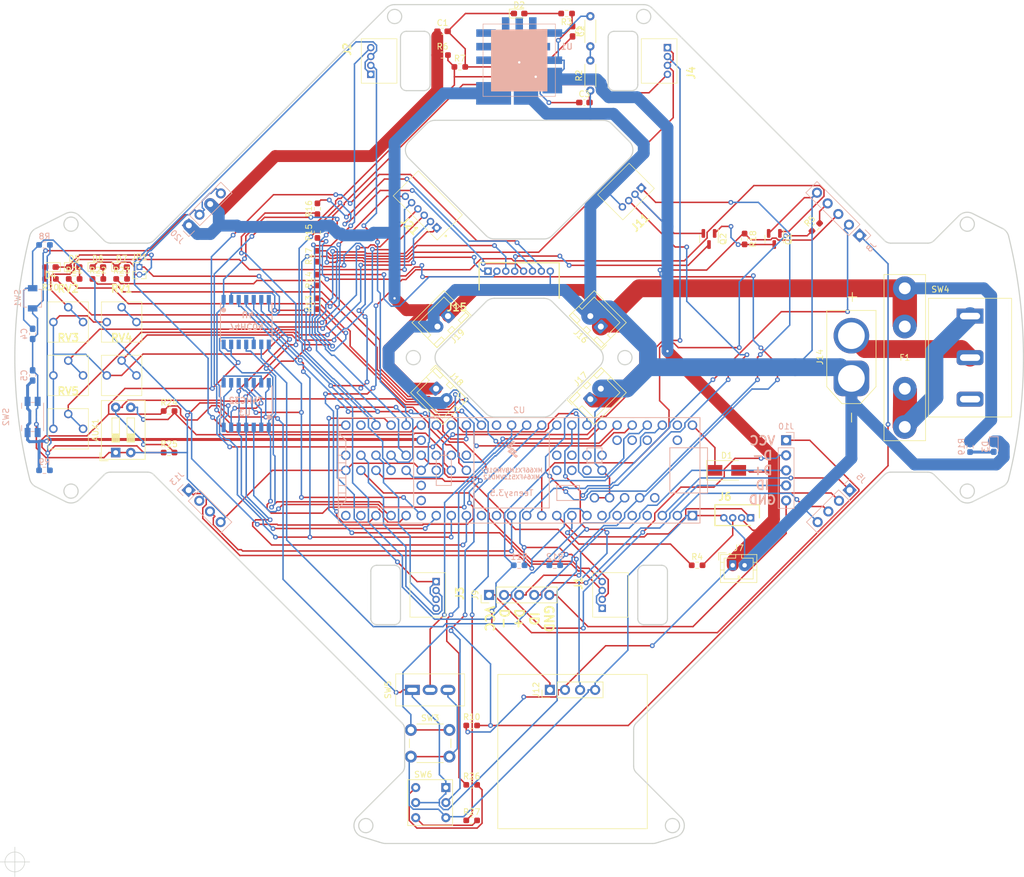
<source format=kicad_pcb>
(kicad_pcb (version 20211014) (generator pcbnew)
  (layers (0 "F.Cu" signal) (31 "B.Cu" signal) (34 "B.Paste" user) (35 "F.Paste" user) (36 "B.SilkS" user "B.Silkscreen") (37 "F.SilkS" user "F.Silkscreen") (38 "B.Mask" user) (39 "F.Mask" user) (44 "Edge.Cuts" user))
  (net 0 "")
  (net 1 "GND")
  (net 2 "/AUX1/3")
  (net 3 "/AUX1/4")
  (net 4 "Net-(C5-Pad2)")
  (net 5 "Net-(D1-Pad1)")
  (net 6 "+5V")
  (net 7 "Net-(D2-Pad2)")
  (net 8 "Net-(D6-Pad2)")
  (net 9 "Net-(D7-Pad2)")
  (net 10 "Net-(D3-Pad2)")
  (net 11 "Net-(D4-Pad1)")
  (net 12 "Net-(D4-Pad2)")
  (net 13 "+15V")
  (net 14 "Net-(F1-Pad2)")
  (net 15 "Net-(J1-Pad2)")
  (net 16 "Net-(J3-Pad1)")
  (net 17 "Net-(D5-Pad2)")
  (net 18 "Net-(J6-Pad1)")
  (net 19 "Net-(J1-Pad1)")
  (net 20 "Net-(J1-Pad4)")
  (net 21 "Net-(J2-Pad2)")
  (net 22 "Net-(J2-Pad4)")
  (net 23 "Net-(J3-Pad2)")
  (net 24 "Net-(J8-Pad1)")
  (net 25 "Net-(J8-Pad2)")
  (net 26 "Net-(J8-Pad4)")
  (net 27 "Net-(J3-Pad4)")
  (net 28 "Net-(J4-Pad1)")
  (net 29 "Net-(J4-Pad2)")
  (net 30 "Net-(J10-Pad1)")
  (net 31 "Net-(J10-Pad3)")
  (net 32 "Net-(J11-Pad1)")
  (net 33 "Net-(J4-Pad4)")
  (net 34 "Net-(J11-Pad3)")
  (net 35 "Net-(J5-Pad1)")
  (net 36 "Net-(J5-Pad3)")
  (net 37 "+3V3")
  (net 38 "Net-(J6-Pad3)")
  (net 39 "Net-(J10-Pad2)")
  (net 40 "Net-(J13-Pad1)")
  (net 41 "Net-(J13-Pad3)")
  (net 42 "Net-(J10-Pad4)")
  (net 43 "Net-(J10-Pad5)")
  (net 44 "Net-(J14-Pad2)")
  (net 45 "Net-(J15-Pad1)")
  (net 46 "Net-(J15-Pad2)")
  (net 47 "Net-(J15-Pad3)")
  (net 48 "Net-(J15-Pad5)")
  (net 49 "Net-(J15-Pad6)")
  (net 50 "Net-(J21-Pad1)")
  (net 51 "Net-(J21-Pad2)")
  (net 52 "Net-(J21-Pad3)")
  (net 53 "Net-(Q1-Pad1)")
  (net 54 "Net-(J21-Pad4)")
  (net 55 "Net-(J21-Pad5)")
  (net 56 "Net-(J21-Pad6)")
  (net 57 "PROG")
  (net 58 "/Switch/SW_GOAL")
  (net 59 "Net-(R1-Pad1)")
  (net 60 "/Switch/SW_START")
  (net 61 "Net-(R1-Pad2)")
  (net 67 "Net-(R4-Pad1)")
  (net 68 "Net-(R5-Pad1)")
  (net 69 "Net-(R13-Pad1)")
  (net 70 "Net-(R14-Pad1)")
  (net 71 "Net-(R16-Pad1)")
  (net 72 "Net-(R17-Pad1)")
  (net 73 "Net-(J15-Pad4)")
  (net 74 "Net-(R26-Pad2)")
  (net 79 "Net-(R15-Pad1)")
  (net 82 "Net-(U2-Pad16)")
  (net 83 "Net-(U2-Pad17)")
  (net 84 "Net-(U2-Pad18)")
  (net 85 "Net-(U2-Pad19)")
  (net 86 "Net-(U2-Pad20)")
  (net 87 "Net-(U2-Pad21)")
  (net 88 "Vbatt")
  (net 97 "/Switch/SW_led_R")
  (net 98 "/Switch/SW_led_G")
  (net 99 "/LED/LED4")
  (net 100 "/LED/LED3")
  (net 101 "/LED/LED2")
  (net 102 "/LED/LED1")
  (net 119 "Net-(U3-Pad11)")
  (net 120 "Net-(U3-Pad12)")
  (net 121 "Net-(J2-Pad1)")
  (net 122 "Net-(U3-Pad13)")
  (net 124 "Net-(Q1-Pad3)")
  (net 125 "Net-(R27-Pad2)")
  (footprint "Resistor_SMD:R_0603_1608Metric_Pad0.98x0.95mm_HandSolder" (layer "F.Cu") (at 64 76.735)
    (fp_text reference "R22")
    (fp_text value "120")
  )
  (footprint "0.main.robot:LED_SMLE13WBC8W1" (layer "F.Cu") (at 60 74.735)
    (fp_text reference "D5")
    (fp_text value "LED2_G")
  )
  (footprint "Package_TO_SOT_SMD:SOT-23" (layer "F.Cu") (at 178 70 -90)
    (fp_text reference "Q1")
    (fp_text value "AO3400A")
  )
  (footprint "Resistor_THT:R_Axial_DIN0204_L3.6mm_D1.6mm_P5.08mm_Horizontal" (layer "F.Cu") (at 147 45 90)
    (fp_text reference "R2")
    (fp_text value "330")
  )
  (footprint "Diode_SMD:D_SMA" (layer "F.Cu") (at 170 109)
    (fp_text reference "D1")
    (fp_text value "SX34F")
  )
  (footprint "0.main.robot:JSTS8B-ZRLFSN" (layer "F.Cu") (at 129.75 78.6)
    (fp_text reference "J15")
    (fp_text value "LINE" hide)
  )
  (footprint "0.main.robot:OLED" (layer "F.Cu") (at 144 146)
    (fp_text reference "J12")
    (fp_text value "I2C_OLED")
  )
  (footprint "0.main.robot:LED_SMLE13WBC8W1" (layer "F.Cu") (at 56 74.735 180)
    (fp_text reference "D4")
    (fp_text value "LED1_R")
  )
  (footprint "Button_Switch_THT:SW_DIP_SPSTx02_Slide_9.78x7.26mm_W7.62mm_P2.54mm" (layer "F.Cu") (at 67 106 90)
    (fp_text reference "AUX1")
    (fp_text value "SW_DIP_x02")
  )
  (footprint "Resistor_SMD:R_0603_1608Metric_Pad0.98x0.95mm_HandSolder" (layer "F.Cu") (at 76 99)
    (fp_text reference "R24")
    (fp_text value "47k")
  )
  (footprint "Package_TO_SOT_SMD:SOT-23" (layer "F.Cu") (at 167 70 -90)
    (fp_text reference "Q2")
    (fp_text value "AO3401A")
  )
  (footprint "Resistor_SMD:R_0603_1608Metric_Pad0.98x0.95mm_HandSolder" (layer "F.Cu") (at 122.0875 39)
    (fp_text reference "R6")
    (fp_text value "47k")
  )
  (footprint "Resistor_SMD:R_0603_1608Metric_Pad0.98x0.95mm_HandSolder" (layer "F.Cu") (at 76 106)
    (fp_text reference "R25")
    (fp_text value "47k")
  )
  (footprint "Resistor_SMD:R_0603_1608Metric_Pad0.98x0.95mm_HandSolder" (layer "F.Cu") (at 101 68.9125 90)
    (fp_text reference "R15")
    (fp_text value "10k")
  )
  (footprint "0.main.robot:MFS101D-14-Z" (layer "F.Cu") (at 120 146 90)
    (fp_text reference "SW5")
    (fp_text value "GOAL")
  )
  (footprint "0.main.robot:Trim-GF063P" (layer "F.Cu") (at 59 84)
    (fp_text reference "RV2")
    (fp_text value "20K" hide)
  )
  (footprint "Resistor_SMD:R_0603_1608Metric_Pad0.98x0.95mm_HandSolder" (layer "F.Cu") (at 127 162)
    (fp_text reference "R26")
    (fp_text value "470")
  )
  (footprint "Connector_JST:JST_XH_B2B-XH-A_1x02_P2.50mm_Vertical" (layer "F.Cu") (at 121 95.2322 -45)
    (fp_text reference "J18")
    (fp_text value "MD3")
  )
  (footprint "Capacitor_SMD:C_0603_1608Metric_Pad1.08x0.95mm_HandSolder" (layer "F.Cu") (at 144 35 -90)
    (fp_text reference "C2")
    (fp_text value "10u")
  )
  (footprint "Connector_JST:JST_XH_B2B-XH-A_1x02_P2.50mm_Vertical" (layer "F.Cu") (at 147 97 45)
    (fp_text reference "J17")
    (fp_text value "MD2")
  )
  (footprint "Connector_JST:JST_XH_B2B-XH-A_1x02_P2.50mm_Vertical" (layer "F.Cu") (at 123 83 -135)
    (fp_text reference "J19")
    (fp_text value "MD4")
  )
  (footprint "0.main.robot:JSTB4B-ZR" (layer "F.Cu") (at 174 117)
    (fp_text reference "J6")
    (fp_text value "Serial3/Vision" hide)
  )
  (footprint "0.main.robot:FUSE_20mm" (layer "F.Cu") (at 200 90)
    (fp_text reference "F1")
    (fp_text value "Fuse 15A")
  )
  (footprint "Connector_PinHeader_1.27mm:PinHeader_1x02_P1.27mm_Vertical" (layer "F.Cu") (at 71 74.735)
    (fp_text reference "JP1")
    (fp_text value "Jumper_2_Bridged")
  )
  (footprint "Connector_JST:JST_PH_B2B-PH-K_1x02_P2.00mm_Vertical" (layer "F.Cu") (at 171 125)
    (fp_text reference "J7")
    (fp_text value "raspi-power")
  )
  (footprint "Resistor_SMD:R_0603_1608Metric_Pad0.98x0.95mm_HandSolder" (layer "F.Cu") (at 127 152)
    (fp_text reference "R10")
    (fp_text value "47k")
  )
  (footprint "0.main.robot:SW_SPST_POWER" (layer "F.Cu") (at 211 90)
    (fp_text reference "SW4")
    (fp_text value "SW_SPST")
  )
  (footprint "0.main.robot:JSTS4B-ZRLFSN" (layer "F.Cu") (at 110 40 90)
    (fp_text reference "J2")
    (fp_text value "MD4" hide)
  )
  (footprint "Capacitor_SMD:C_0603_1608Metric_Pad1.08x0.95mm_HandSolder" (layer "F.Cu") (at 122.0875 35)
    (fp_text reference "C1")
    (fp_text value "10u")
  )
  (footprint "0.main.robot:Trim-GF063P" (layer "F.Cu") (at 68 93)
    (fp_text reference "RV4")
    (fp_text value "20K" hide)
  )
  (footprint "0.main.robot:LED_SMLE13WBC8W1" (layer "F.Cu") (at 135 32)
    (fp_text reference "D2")
    (fp_text value "LED")
  )
  (footprint "Resistor_SMD:R_0603_1608Metric_Pad0.98x0.95mm_HandSolder" (layer "F.Cu") (at 127 168)
    (fp_text reference "R27")
    (fp_text value "470")
  )
  (footprint "Resistor_THT:R_Axial_DIN0204_L3.6mm_D1.6mm_P5.08mm_Horizontal" (layer "F.Cu") (at 147 37.54 90)
    (fp_text reference "R1")
    (fp_text value "1k")
  )
  (footprint "Button_Switch_THT:SW_PUSH_6mm" (layer "F.Cu") (at 116.75 152.75)
    (fp_text reference "SW3")
    (fp_text value "SET")
  )
  (footprint "0.main.robot:AMASS_XT60-M_1x02_P7.20mm_Vertical" (layer "F.Cu") (at 191 93.5 90)
    (fp_text reference "J14")
    (fp_text value "Power IN")
  )
  (footprint "0.main.robot:JSTS4B-ZRLFSN" (layer "F.Cu") (at 121 130 -90)
    (fp_text reference "J3")
    (fp_text value "MD3" hide)
  )
  (footprint "0.main.robot:LED_SMLE13WBC8W1" (layer "F.Cu") (at 68 74.735)
    (fp_text reference "D7")
    (fp_text value "LED4_B")
  )
  (footprint "0.main.robot:LED_SMLE13WBC8W1" (layer "F.Cu") (at 64 74.735)
    (fp_text reference "D6")
    (fp_text value "LED3_Y")
  )
  (footprint "Resistor_SMD:R_0603_1608Metric_Pad0.98x0.95mm_HandSolder" (layer "F.Cu") (at 185 68 45)
    (fp_text reference "R5")
    (fp_text value "10k")
  )
  (footprint "Resistor_SMD:R_0603_1608Metric_Pad0.98x0.95mm_HandSolder" (layer "F.Cu") (at 56 76.735 180)
    (fp_text reference "R20")
    (fp_text value "120")
  )
  (footprint "0.main.robot:Trim-GF063P" (layer "F.Cu") (at 68 84)
    (fp_text reference "RV1")
    (fp_text value "20K" hide)
  )
  (footprint "0.main.robot:Trim-GF063P" (layer "F.Cu") (at 59 93)
    (fp_text reference "RV3")
    (fp_text value "20K" hide)
  )
  (footprint "Connector_PinHeader_2.54mm:PinHeader_1x05_P2.54mm_Vertical" (layer "F.Cu") (at 129.925 130 90)
    (fp_text reference "J9")
    (fp_text value "micro-b_out")
  )
  (footprint "Resistor_SMD:R_0603_1608Metric_Pad0.98x0.95mm_HandSolder" (layer "F.Cu") (at 125 41)
    (fp_text reference "R7")
    (fp_text value "10k")
  )
  (footprint "0.main.robot:SW_NKK_B-12CCPRM" (layer "F.Cu") (at 117.565 162.46)
    (fp_text reference "SW6")
    (fp_text value "START")
  )
  (footprint "Resistor_SMD:R_0603_1608Metric_Pad0.98x0.95mm_HandSolder" (layer "F.Cu") (at 101 80.9125 90)
    (fp_text reference "R13")
    (fp_text value "10k")
  )
  (footprint "Resistor_SMD:R_0603_1608Metric_Pad0.98x0.95mm_HandSolder" (layer "F.Cu") (at 101 76.9125 90)
    (fp_text reference "R14")
    (fp_text value "10k")
  )
  (footprint "Resistor_SMD:R_0603_1608Metric_Pad0.98x0.95mm_HandSolder" (layer "F.Cu") (at 101 64.9125 90)
    (fp_text reference "R16")
    (fp_text value "10k")
  )
  (footprint "Resistor_SMD:R_0603_1608Metric_Pad0.98x0.95mm_HandSolder" (layer "F.Cu") (at 165 125)
    (fp_text reference "R4")
    (fp_text value "10k")
  )
  (footprint "Resistor_SMD:R_0603_1608Metric_Pad0.98x0.95mm_HandSolder" (layer "F.Cu") (at 173 70 -90)
    (fp_text reference "R18")
    (fp_text value "10k")
  )
  (footprint "Connector_JST:JST_XH_B2B-XH-A_1x02_P2.50mm_Vertical" (layer "F.Cu") (at 148.7678 84.7678 135)
    (fp_text reference "J16")
    (fp_text value "MD1")
  )
  (footprint "0.main.robot:Trim-GF063P" (layer "F.Cu") (at 59 102)
    (fp_text reference "RV5")
    (fp_text value "20K" hide)
  )
  (footprint "0.main.robot:JSTS4B-ZRLFSN" (layer "F.Cu") (at 154 63 -135)
    (fp_text reference "J11")
    (fp_text value "I2C_ToF" hide)
  )
  (footprint "Resistor_SMD:R_0603_1608Metric_Pad0.98x0.95mm_HandSolder" (layer "F.Cu") (at 101 72.9125 90)
    (fp_text reference "R17")
    (fp_text value "10k")
  )
  (footprint "Capacitor_SMD:C_0603_1608Metric_Pad1.08x0.95mm_HandSolder" (layer "F.Cu") (at 146 47)
    (fp_text reference "C3")
    (fp_text value "10u")
  )
  (footprint "0.main.robot:JSTS4B-ZRLFSN" (layer "F.Cu") (at 160 40 -90)
    (fp_text reference "J4")
    (fp_text value "MD1" hide)
  )
  (footprint "0.main.robot:JSTS6B-ZRLFSN" (layer "F.Cu") (at 121.1213 68.1213 135)
    (fp_text reference "J21")
    (fp_text value "Trimmer" hide)
  )
  (footprint "Resistor_SMD:R_0603_1608Metric_Pad0.98x0.95mm_HandSolder" (layer "F.Cu") (at 143 32 180)
    (fp_text reference "R3")
    (fp_text value "470")
  )
  (footprint "Resistor_SMD:R_0603_1608Metric_Pad0.98x0.95mm_HandSolder" (layer "F.Cu") (at 60 76.735)
    (fp_text reference "R21")
    (fp_text value "120")
  )
  (footprint "Resistor_SMD:R_0603_1608Metric_Pad0.98x0.95mm_HandSolder" (layer "F.Cu") (at 68 76.735)
    (fp_text reference "R23")
    (fp_text value "120")
  )
  (footprint "0.main.robot:JSTS4B-ZRLFSN" (layer "F.Cu") (at 149 130 90)
    (fp_text reference "J1")
    (fp_text value "MD2" hide)
  )
  (footprint "Connector_PinSocket_2.54mm:PinSocket_1x04_P2.54mm_Vertical" (layer "B.Cu") (at 79.2953 112.3307 -135)
    (fp_text reference "J13")
    (fp_text value "drib-kick")
  )
  (footprint "Capacitor_SMD:C_0603_1608Metric_Pad1.08x0.95mm_HandSolder" (layer "B.Cu") (at 53 86 -90)
    (fp_text reference "C4")
    (fp_text value "0.1u")
  )
  (footprint "Capacitor_SMD:C_0603_1608Metric_Pad1.08x0.95mm_HandSolder" (layer "B.Cu") (at 53 93 -90)
    (fp_text reference "C5")
    (fp_text value "0.1u")
  )
  (footprint "Connector_PinHeader_2.54mm:PinHeader_1x05_P2.54mm_Vertical" (layer "B.Cu") (at 180 103.925 180)
    (fp_text reference "J10")
    (fp_text value "micro-b_in")
  )
  (footprint "Resistor_SMD:R_0603_1608Metric_Pad0.98x0.95mm_HandSolder" (layer "B.Cu") (at 55 109 180)
    (fp_text reference "R9")
    (fp_text value "47k")
  )
  (footprint "Resistor_SMD:R_0603_1608Metric_Pad0.98x0.95mm_HandSolder" (layer "B.Cu") (at 135 125 180)
    (fp_text reference "R11")
    (fp_text value "10k")
  )
  (footprint "0.main.robot:THAU13-AB-R" (layer "B.Cu") (at 53 100 -90)
    (fp_text reference "SW2")
    (fp_text value "Reset")
  )
  (footprint "0.main.robot:SOP14W" (layer "B.Cu") (at 89 98 180)
    (fp_text reference "U3")
    (fp_text value "74HC32")
  )
  (footprint "Resistor_SMD:R_0603_1608Metric_Pad0.98x0.95mm_HandSolder" (layer "B.Cu") (at 141 125 180)
    (fp_text reference "R12")
    (fp_text value "10k")
  )
  (footprint "0.main.robot:Teensy35_36_x" (layer "B.Cu") (at 135 109 180)
    (fp_text reference "U2")
    (fp_text value "Teensy3.5")
  )
  (footprint "Resistor_SMD:R_0603_1608Metric_Pad0.98x0.95mm_HandSolder" (layer "B.Cu") (at 211 105 -90)
    (fp_text reference "R19")
    (fp_text value "3k")
  )
  (footprint "0.main.robot:SOP14W" (layer "B.Cu") (at 89 84)
    (fp_text reference "U4")
    (fp_text value "74HC04")
  )
  (footprint "0.main.robot:TVAF06-A020B-R" (layer "B.Cu") (at 53 80 -90)
    (fp_text reference "SW1")
    (fp_text value "PROG")
  )
  (footprint "Connector_PinSocket_2.54mm:PinSocket_1x04_P2.54mm_Vertical" (layer "B.Cu") (at 190.7047 112.3307 135)
    (fp_text reference "J5")
    (fp_text value "XBee")
  )
  (footprint "Connector_PinSocket_2.54mm:PinSocket_1x05_P2.54mm_Vertical" (layer "B.Cu") (at 192.3882 69.3882 45)
    (fp_text reference "J8")
    (fp_text value "Serial2/IMU")
  )
  (footprint "0.main.robot:LED_SMLE13WBC8W1" (layer "B.Cu") (at 215 105 -90)
    (fp_text reference "D3")
    (fp_text value "LED")
  )
  (footprint "Resistor_SMD:R_0603_1608Metric_Pad0.98x0.95mm_HandSolder" (layer "B.Cu") (at 55 71 180)
    (fp_text reference "R8")
    (fp_text value "47k")
  )
  (footprint "Connector_PinSocket_2.54mm:PinSocket_1x04_P2.54mm_Vertical" (layer "B.Cu") (at 79.3307 67.7047 -45)
    (fp_text reference "J20")
    (fp_text value "Drib-Kick")
  )
  (footprint "0.main.robot:OKL-T3-W12N-C" (layer "B.Cu") (at 141.107 33.773)
    (fp_text reference "U1")
    (fp_text value "OKL-T_3-W12N-C" hide)
  )
  (gr_arc (start 204.942913 70.26167) (mid 204.456278 70.58683) (end 203.882252 70.701011) (layer "Edge.Cuts") (width 0.2))
  (gr_line (start 153.585788 53.585786) (end 150.585788 50.585786) (layer "Edge.Cuts") (width 0.2))
  (gr_arc (start 211.425723 114.287139) (mid 210.210932 114.47246) (end 209.117083 113.912499) (layer "Edge.Cuts") (width 0.2))
  (gr_line (start 111.232935 171.596663) (end 108.535674 170.775239) (layer "Edge.Cuts") (width 0.2))
  (gr_line (start 110.000001 126.000001) (end 110.000001 134.000001) (layer "Edge.Cuts") (width 0.2))
  (gr_line (start 188.930719 62.613437) (end 196.578952 70.26167) (layer "Edge.Cuts") (width 0.2))
  (gr_line (start 162.386564 143.930717) (end 154.738331 151.57895) (layer "Edge.Cuts") (width 0.2))
  (gr_line (start 53.547495 68.226252) (end 58.57428 65.71286) (layer "Edge.Cuts") (width 0.2))
  (gr_line (start 60.88292 66.087501) (end 65.05709 70.26167) (layer "Edge.Cuts") (width 0.2))
  (gr_line (start 116.414214 56.414213) (end 129.414214 69.414213) (layer "Edge.Cuts") (width 0.2))
  (gr_arc (start 153.585788 53.585786) (mid 154.171574 55) (end 153.585788 56.414213) (layer "Edge.Cuts") (width 0.2))
  (gr_arc (start 119.414214 50.585786) (mid 120.063061 50.15224) (end 120.828428 49.999999) (layer "Edge.Cuts") (width 0.2))
  (gr_arc (start 140.585788 69.414213) (mid 139.936941 69.847759) (end 139.171574 70) (layer "Edge.Cuts") (width 0.2))
  (gr_arc (start 112.596937 31.085786) (mid 113.245783 30.65224) (end 114.01115 30.499999) (layer "Edge.Cuts") (width 0.2))
  (gr_arc (start 66.117751 70.70101) (mid 65.543726 70.586829) (end 65.05709 70.26167) (layer "Edge.Cuts") (width 0.2))
  (gr_line (start 157.403066 31.085786) (end 162.386563 36.069283) (layer "Edge.Cuts") (width 0.2))
  (gr_arc (start 58.57428 65.71286) (mid 59.789071 65.52754) (end 60.88292 66.087501) (layer "Edge.Cuts") (width 0.2))
  (gr_line (start 154.298991 152.63961) (end 154.298991 158.88225) (layer "Edge.Cuts") (width 0.2))
  (gr_line (start 160.000001 134.000001) (end 160.000001 126.000001) (layer "Edge.Cuts") (width 0.2))
  (gr_line (start 66.117751 70.70101) (end 72.360391 70.70101) (layer "Edge.Cuts") (width 0.2))
  (gr_arc (start 154.738331 159.942911) (mid 154.413172 159.456276) (end 154.298991 158.88225) (layer "Edge.Cuts") (width 0.2))
  (gr_arc (start 120.000001 43.999999) (mid 119.707108 44.707106) (end 119.000001 44.999999) (layer "Edge.Cuts") (width 0.2))
  (gr_circle (center 109.158364 168.874645) (end 110.358364 168.874645) (layer "Edge.Cuts") (width 0.2) (fill none))
  (gr_line (start 148.585788 88.585786) (end 140.585788 80.585786) (layer "Edge.Cuts") (width 0.2))
  (gr_arc (start 155.000001 43.999999) (mid 154.707108 44.707106) (end 154.000001 44.999999) (layer "Edge.Cuts") (width 0.2))
  (gr_arc (start 121.414214 91.414214) (mid 120.828428 90) (end 121.414214 88.585786) (layer "Edge.Cuts") (width 0.2))
  (gr_line (start 72.360391 109.298989) (end 66.117751 109.298989) (layer "Edge.Cuts") (width 0.2))
  (gr_circle (center 155.988852 32.499999) (end 157.188852 32.499999) (layer "Edge.Cuts") (width 0.2) (fill none))
  (gr_line (start 155.000001 126.000001) (end 155.000001 134.000001) (layer "Edge.Cuts") (width 0.2))
  (gr_arc (start 156.000001 135.000001) (mid 155.292895 134.707107) (end 155.000001 134.000001) (layer "Edge.Cuts") (width 0.2))
  (gr_circle (center 59.468707 67.501714) (end 60.668707 67.501714) (layer "Edge.Cuts") (width 0.2) (fill none))
  (gr_line (start 115.000001 134.000001) (end 115.000001 126.000001) (layer "Edge.Cuts") (width 0.2))
  (gr_arc (start 217.499238 110.466457) (mid 217.119293 111.234938) (end 216.452507 111.773748) (layer "Edge.Cuts") (width 0.2))
  (gr_line (start 162.386563 36.069283) (end 188.930719 62.613437) (layer "Edge.Cuts") (width 0.2))
  (gr_line (start 58.57428 114.28714) (end 53.547495 111.773748) (layer "Edge.Cuts") (width 0.2))
  (gr_line (start 129.414214 80.585786) (end 121.414214 88.585786) (layer "Edge.Cuts") (width 0.2))
  (gr_line (start 111.949187 171.814791) (end 111.445784 171.671285) (layer "Edge.Cuts") (width 0.2))
  (gr_circle (center 114.01115 32.499999) (end 115.21115 32.499999) (layer "Edge.Cuts") (width 0.2) (fill none))
  (gr_line (start 81.069284 62.613438) (end 107.613439 36.069283) (layer "Edge.Cuts") (width 0.2))
  (gr_line (start 114.000001 125.000001) (end 111.000001 125.000001) (layer "Edge.Cuts") (width 0.2))
  (gr_line (start 114.01115 30.499999) (end 155.988852 30.499999) (layer "Edge.Cuts") (width 0.2))
  (gr_line (start 107.61344 143.930717) (end 81.069284 117.386562) (layer "Edge.Cuts") (width 0.2))
  (gr_arc (start 111.000001 135.000001) (mid 110.292895 134.707107) (end 110.000001 134.000001) (layer "Edge.Cuts") (width 0.2))
  (gr_line (start 154.738331 159.942911) (end 162.255852 167.460432) (layer "Edge.Cuts") (width 0.2))
  (gr_line (start 204.942913 70.26167) (end 209.117082 66.0875) (layer "Edge.Cuts") (width 0.2))
  (gr_arc (start 130.828428 100) (mid 130.063061 99.847759) (end 129.414214 99.414214) (layer "Edge.Cuts") (width 0.2))
  (gr_arc (start 154.000001 34.999999) (mid 154.707108 35.292892) (end 155.000001 35.999999) (layer "Edge.Cuts") (width 0.2))
  (gr_circle (center 117.171574 90) (end 118.371574 90) (layer "Edge.Cuts") (width 0.2) (fill none))
  (gr_arc (start 217.499238 69.533543) (mid 220.000001 90) (end 217.499238 110.466457) (layer "Edge.Cuts") (width 0.2))
  (gr_line (start 209.117083 113.912499) (end 204.942913 109.73833) (layer "Edge.Cuts") (width 0.2))
  (gr_arc (start 115.000001 134.000001) (mid 114.707107 134.707107) (end 114.000001 135.000001) (layer "Edge.Cuts") (width 0.2))
  (gr_line (start 121.414214 91.414214) (end 129.414214 99.414214) (layer "Edge.Cuts") (width 0.2))
  (gr_line (start 115.000001 35.999999) (end 115.000001 43.999999) (layer "Edge.Cuts") (width 0.2))
  (gr_arc (start 112.491559 171.889737) (mid 112.217796 171.870912) (end 111.949187 171.814791) (layer "Edge.Cuts") (width 0.2))
  (gr_arc (start 154.298991 152.63961) (mid 154.413172 152.065585) (end 154.738331 151.57895) (layer "Edge.Cuts") (width 0.2))
  (gr_line (start 157.508443 171.889737) (end 112.491559 171.889737) (layer "Edge.Cuts") (width 0.2))
  (gr_arc (start 115.000001 35.999999) (mid 115.292894 35.292892) (end 116.000001 34.999999) (layer "Edge.Cuts") (width 0.2))
  (gr_arc (start 196.578952 109.738329) (mid 197.065587 109.41317) (end 197.639612 109.298989) (layer "Edge.Cuts") (width 0.2))
  (gr_arc (start 116.414214 56.414213) (mid 115.828428 55) (end 116.414214 53.585786) (layer "Edge.Cuts") (width 0.2))
  (gr_arc (start 197.639612 70.70101) (mid 197.065587 70.586829) (end 196.578952 70.26167) (layer "Edge.Cuts") (width 0.2))
  (gr_arc (start 60.882921 113.912499) (mid 59.789072 114.472461) (end 58.57428 114.28714) (layer "Edge.Cuts") (width 0.2))
  (gr_arc (start 149.171574 49.999999) (mid 149.936941 50.15224) (end 150.585788 50.585786) (layer "Edge.Cuts") (width 0.2))
  (gr_arc (start 110.000001 126.000001) (mid 110.292894 125.292894) (end 111.000001 125.000001) (layer "Edge.Cuts") (width 0.2))
  (gr_arc (start 52.500764 69.533543) (mid 52.880709 68.765062) (end 53.547495 68.226252) (layer "Edge.Cuts") (width 0.2))
  (gr_arc (start 140.585788 99.414214) (mid 139.936941 99.847759) (end 139.171574 100) (layer "Edge.Cuts") (width 0.2))
  (gr_arc (start 53.547495 111.773748) (mid 52.880709 111.234938) (end 52.500764 110.466457) (layer "Edge.Cuts") (width 0.2))
  (gr_arc (start 160.000001 134.000001) (mid 159.707107 134.707107) (end 159.000001 135.000001) (layer "Edge.Cuts") (width 0.2))
  (gr_arc (start 151.000001 44.999999) (mid 150.292894 44.707106) (end 150.000001 43.999999) (layer "Edge.Cuts") (width 0.2))
  (gr_arc (start 158.050815 171.814791) (mid 157.782206 171.870912) (end 157.508443 171.889737) (layer "Edge.Cuts") (width 0.2))
  (gr_arc (start 158.767064 171.596664) (mid 158.661694 171.636977) (end 158.554218 171.671285) (layer "Edge.Cuts") (width 0.2))
  (gr_arc (start 162.255852 167.460432) (mid 162.786948 169.339154) (end 161.464329 170.775238) (layer "Edge.Cuts") (width 0.2))
  (gr_arc (start 129.414214 80.585786) (mid 130.063061 80.152241) (end 130.828428 80) (layer "Edge.Cuts") (width 0.2))
  (gr_arc (start 72.360391 109.298989) (mid 72.934416 109.41317) (end 73.421051 109.738329) (layer "Edge.Cuts") (width 0.2))
  (gr_arc (start 209.117082 66.0875) (mid 210.210932 65.527539) (end 211.425724 65.712859) (layer "Edge.Cuts") (width 0.2))
  (gr_line (start 140.585788 69.414213) (end 153.585788 56.414213) (layer "Edge.Cuts") (width 0.2))
  (gr_line (start 156.000001 135.000001) (end 159.000001 135.000001) (layer "Edge.Cuts") (width 0.2))
  (gr_line (start 107.613439 36.069283) (end 112.596937 31.085786) (layer "Edge.Cuts") (width 0.2))
  (gr_circle (center 160.841639 168.874645) (end 162.041639 168.874645) (layer "Edge.Cuts") (width 0.2) (fill none))
  (gr_line (start 139.171574 80) (end 130.828428 80) (layer "Edge.Cuts") (width 0.2))
  (gr_arc (start 115.261672 151.57895) (mid 115.586831 152.065585) (end 115.701012 152.63961) (layer "Edge.Cuts") (width 0.2))
  (gr_line (start 111.000001 135.000001) (end 114.000001 135.000001) (layer "Edge.Cuts") (width 0.2))
  (gr_line (start 196.578952 109.738329) (end 188.930719 117.386561) (layer "Edge.Cuts") (width 0.2))
  (gr_arc (start 108.535674 170.775239) (mid 107.213054 169.339155) (end 107.74415 167.460432) (layer "Edge.Cuts") (width 0.2))
  (gr_arc (start 159.000001 125.000001) (mid 159.707108 125.292894) (end 160.000001 126.000001) (layer "Edge.Cuts") (width 0.2))
  (gr_line (start 116.000001 44.999999) (end 119.000001 44.999999) (layer "Edge.Cuts") (width 0.2))
  (gr_line (start 130.828428 100) (end 139.171574 100) (layer "Edge.Cuts") (width 0.2))
  (gr_line (start 161.464329 170.775238) (end 158.767064 171.596664) (layer "Edge.Cuts") (width 0.2))
  (gr_line (start 188.930719 117.386561) (end 162.386564 143.930717) (layer "Edge.Cuts") (width 0.2))
  (gr_line (start 81.069284 117.386562) (end 73.421051 109.738329) (layer "Edge.Cuts") (width 0.2))
  (gr_line (start 158.554218 171.671285) (end 158.050815 171.814791) (layer "Edge.Cuts") (width 0.2))
  (gr_line (start 211.425724 65.712859) (end 216.452507 68.226252) (layer "Edge.Cuts") (width 0.2))
  (gr_line (start 151.000001 44.999999) (end 154.000001 44.999999) (layer "Edge.Cuts") (width 0.2))
  (gr_arc (start 155.988852 30.499999) (mid 156.754219 30.65224) (end 157.403066 31.085786) (layer "Edge.Cuts") (width 0.2))
  (gr_arc (start 216.452507 68.226252) (mid 217.119293 68.765062) (end 217.499238 69.533543) (layer "Edge.Cuts") (width 0.2))
  (gr_arc (start 73.421051 70.26167) (mid 72.934416 70.586829) (end 72.360391 70.70101) (layer "Edge.Cuts") (width 0.2))
  (gr_circle (center 210.531296 112.498285) (end 211.731296 112.498285) (layer "Edge.Cuts") (width 0.2) (fill none))
  (gr_line (start 65.05709 109.738329) (end 60.882921 113.912499) (layer "Edge.Cuts") (width 0.2))
  (gr_line (start 140.585788 99.414214) (end 148.585788 91.414214) (layer "Edge.Cuts") (width 0.2))
  (gr_arc (start 111.445784 171.671285) (mid 111.338307 171.636977) (end 111.232935 171.596663) (layer "Edge.Cuts") (width 0.2))
  (gr_circle (center 210.531296 67.501714) (end 211.731296 67.501714) (layer "Edge.Cuts") (width 0.2) (fill none))
  (gr_line (start 119.000001 34.999999) (end 116.000001 34.999999) (layer "Edge.Cuts") (width 0.2))
  (gr_line (start 130.828428 70) (end 139.171574 70) (layer "Edge.Cuts") (width 0.2))
  (gr_arc (start 203.882252 109.298989) (mid 204.456278 109.41317) (end 204.942913 109.73833) (layer "Edge.Cuts") (width 0.2))
  (gr_arc (start 150.000001 35.999999) (mid 150.292894 35.292892) (end 151.000001 34.999999) (layer "Edge.Cuts") (width 0.2))
  (gr_line (start 154.000001 34.999999) (end 151.000001 34.999999) (layer "Edge.Cuts") (width 0.2))
  (gr_line (start 150.000001 35.999999) (end 150.000001 43.999999) (layer "Edge.Cuts") (width 0.2))
  (gr_line (start 107.74415 167.460432) (end 115.261672 159.942911) (layer "Edge.Cuts") (width 0.2))
  (gr_line (start 197.639612 70.70101) (end 203.882252 70.701011) (layer "Edge.Cuts") (width 0.2))
  (gr_line (start 73.421051 70.26167) (end 81.069284 62.613438) (layer "Edge.Cuts") (width 0.2))
  (gr_line (start 119.414214 50.585786) (end 116.414214 53.585786) (layer "Edge.Cuts") (width 0.2))
  (gr_line (start 159.000001 125.000001) (end 156.000001 125.000001) (layer "Edge.Cuts") (width 0.2))
  (gr_arc (start 139.171574 80) (mid 139.936941 80.152241) (end 140.585788 80.585786) (layer "Edge.Cuts") (width 0.2))
  (gr_arc (start 155.000001 126.000001) (mid 155.292895 125.292895) (end 156.000001 125.000001) (layer "Edge.Cuts") (width 0.2))
  (gr_arc (start 115.701012 158.88225) (mid 115.586831 159.456276) (end 115.261672 159.942911) (layer "Edge.Cuts") (width 0.2))
  (gr_line (start 115.261672 151.57895) (end 107.61344 143.930717) (layer "Edge.Cuts") (width 0.2))
  (gr_line (start 115.701012 158.88225) (end 115.701012 152.63961) (layer "Edge.Cuts") (width 0.2))
  (gr_line (start 120.000001 43.999999) (end 120.000001 35.999999) (layer "Edge.Cuts") (width 0.2))
  (gr_arc (start 65.05709 109.738329) (mid 65.543725 109.41317) (end 66.117751 109.298989) (layer "Edge.Cuts") (width 0.2))
  (gr_arc (start 119.000001 34.999999) (mid 119.707108 35.292892) (end 120.000001 35.999999) (layer "Edge.Cuts") (width 0.2))
  (gr_arc (start 148.585788 88.585786) (mid 149.171574 90) (end 148.585788 91.414214) (layer "Edge.Cuts") (width 0.2))
  (gr_arc (start 114.000001 125.000001) (mid 114.707107 125.292895) (end 115.000001 126.000001) (layer "Edge.Cuts") (width 0.2))
  (gr_circle (center 152.828428 90) (end 154.028428 90) (layer "Edge.Cuts") (width 0.2) (fill none))
  (gr_line (start 203.882252 109.298989) (end 197.639612 109.298989) (layer "Edge.Cuts") (width 0.2))
  (gr_arc (start 130.828428 70) (mid 130.063061 69.847759) (end 129.414214 69.414213) (layer "Edge.Cuts") (width 0.2))
  (gr_line (start 155.000001 43.999999) (end 155.000001 35.999999) (layer "Edge.Cuts") (width 0.2))
  (gr_arc (start 116.000001 44.999999) (mid 115.292894 44.707106) (end 115.000001 43.999999) (layer "Edge.Cuts") (width 0.2))
  (gr_arc (start 52.500764 110.466457) (mid 50.000001 90) (end 52.500764 69.533543) (layer "Edge.Cuts") (width 0.2))
  (gr_circle (center 59.468707 112.498285) (end 60.668707 112.498285) (layer "Edge.Cuts") (width 0.2) (fill none))
  (gr_line (start 149.171574 49.999999) (end 120.828428 49.999999) (layer "Edge.Cuts") (width 0.2))
  (gr_line (start 216.452507 111.773748) (end 211.425723 114.287139) (layer "Edge.Cuts") (width 0.2))
  (gr_text "VCC" (at 176 104) (layer "B.SilkS") (effects (font (size 1.5 1.5) (thickness 0.3)) (justify mirror)))
  (gr_text "ID" (at 176 111.5) (layer "B.SilkS") (effects (font (size 1.5 1.5) (thickness 0.3)) (justify mirror)))
  (gr_text "D+" (at 176 109) (layer "B.SilkS") (effects (font (size 1.5 1.5) (thickness 0.3)) (justify mirror)))
  (gr_text "GND" (at 176 114) (layer "B.SilkS") (effects (font (size 1.5 1.5) (thickness 0.3)) (justify mirror)))
  (gr_text "D-" (at 176 106.5) (layer "B.SilkS") (effects (font (size 1.5 1.5) (thickness 0.3)) (justify mirror)))
  (gr_text "D-" (at 132.5 134 -90) (layer "F.SilkS") (effects (font (size 1.5 1.5) (thickness 0.3))))
  (gr_text "GND" (at 140 134 -90) (layer "F.SilkS") (effects (font (size 1.5 1.5) (thickness 0.3))))
  (gr_text "ID" (at 137.5 134 -90) (layer "F.SilkS") (effects (font (size 1.5 1.5) (thickness 0.3))))
  (gr_text "D+" (at 135 134 -90) (layer "F.SilkS") (effects (font (size 1.5 1.5) (thickness 0.3))))
  (gr_text "VCC" (at 130 134 -90) (layer "F.SilkS") (effects (font (size 1.5 1.5) (thickness 0.3))))
  (target plus (at 50 175) (size 5) (width 0.1) (layer "Edge.Cuts"))
  (segment (start 55.2421 106.853) (end 53.6313 105.2422) (width 0.25) (layer "F.Cu") (net 1))
  (segment (start 134.2481 41) (end 135.017 40.2311) (width 0.25) (layer "F.Cu") (net 1))
  (segment (start 117.2994 107.8094) (end 106.9806 107.8094) (width 0.25) (layer "F.Cu") (net 1))
  (segment (start 85.1499 98.0895) (end 84.6996 97.6392) (width 0.25) (layer "F.Cu") (net 1))
  (segment (start 125.9125 41) (end 134.2481 41) (width 0.25) (layer "F.Cu") (net 1))
  (segment (start 183.0775 63.035) (end 184.3729 63.035) (width 0.25) (layer "F.Cu") (net 1))
  (segment (start 93.4024 109) (end 105.79 109) (width 0.25) (layer "F.Cu") (net 1))
  (segment (start 146.8625 45.1375) (end 147 45) (width 0.25) (layer "F.Cu") (net 1))
  (segment (start 144 35.8625) (end 139.6314 40.2311) (width 0.25) (layer "F.Cu") (net 1))
  (segment (start 118.49 109) (end 117.2994 107.8094) (width 0.25) (layer "F.Cu") (net 1))
  (segment (start 164.21 116.62) (end 169.12 116.62) (width 0.25) (layer "F.Cu") (net 1))
  (segment (start 139.6314 40.2311) (end 135.017 40.2311) (width 0.25) (layer "F.Cu") (net 1))
  (segment (start 150.24 110.27) (end 148.97 109) (width 0.25) (layer "F.Cu") (net 1))
  (segment (start 67 106) (end 69.54 106) (width 0.25) (layer "F.Cu") (net 1))
  (segment (start 185.204 62.204) (end 184.373 63.035) (width 0.25) (layer "F.Cu") (net 1))
  (segment (start 65.0217 106.853) (end 55.2421 106.853) (width 0.25) (layer "F.Cu") (net 1))
  (segment (start 78.6312 65.9086) (end 72.5632 71.9766) (width 0.25) (layer "F.Cu") (net 1))
  (segment (start 71.8253 74.735) (end 73.3646 76.2743) (width 0.25) (layer "F.Cu") (net 1))
  (segment (start 66.4374 106) (end 65.8747 106) (width 0.25) (layer "F.Cu") (net 1))
  (segment (start 85.9663 98.0895) (end 85.1499 98.0895) (width 0.25) (layer "F.Cu") (net 1))
  (segment (start 66.4374 106) (end 67 106) (width 0.25) (layer "F.Cu") (net 1))
  (segment (start 169.12 116.62) (end 169.5 117) (width 0.25) (layer "F.Cu") (net 1))
  (segment (start 125.95 32) (end 122.95 35) (width 0.25) (layer "F.Cu") (net 1))
  (segment (start 72.5632 71.9766) (end 55.1807 71.9766) (width 0.25) (layer "F.Cu") (net 1))
  (segment (start 53.6313 105.2422) (end 53.6313 101.2345) (width 0.25) (layer "F.Cu") (net 1))
  (segment (start 79.4647 65.9086) (end 78.6312 65.9086) (width 0.25) (layer "F.Cu") (net 1))
  (segment (start 84.6996 97.6392) (end 81.1624 97.6392) (width 0.25) (layer "F.Cu") (net 1))
  (segment (start 146.8625 47) (end 146.8625 45.1375) (width 0.25) (layer "F.Cu") (net 1))
  (segment (start 116.75 157.25) (end 123.25 157.25) (width 0.25) (layer "F.Cu") (net 1))
  (segment (start 71 74.735) (end 71.8253 74.735) (width 0.25) (layer "F.Cu") (net 1))
  (segment (start 122.95 35) (end 125.9125 37.9625) (width 0.25) (layer "F.Cu") (net 1))
  (segment (start 150.24 113.62) (end 147.7 113.62) (width 0.25) (layer "F.Cu") (net 1))
  (segment (start 150.24 113.62) (end 150.24 110.27) (width 0.25) (layer "F.Cu") (net 1))
  (segment (start 81.1624 97.6392) (end 79.0743 99.7273) (width 0.25) (layer "F.Cu") (net 1))
  (segment (start 81.1268 65.9086) (end 80.2958 65.0775) (width 0.25) (layer "F.Cu") (net 1))
  (segment (start 65.8747 106) (end 65.0217 106.853) (width 0.25) (layer "F.Cu") (net 1))
  (segment (start 84.6835 117.7189) (end 93.4024 109) (width 0.25) (layer "F.Cu") (net 1))
  (segment (start 125.9125 37.9625) (end 125.9125 41) (width 0.25) (layer "F.Cu") (net 1))
  (segment (start 134.125 32) (end 125.95 32) (width 0.25) (layer "F.Cu") (net 1))
  (segment (start 106.9806 107.8094) (end 105.79 109) (width 0.25) (layer "F.Cu") (net 1))
  (segment (start 184.3729 63.035) (end 184.373 63.035) (width 0.25) (layer "F.Cu") (net 1))
  (segment (start 73.3646 76.2743) (end 91.1555 76.2743) (width 0.25) (layer "F.Cu") (net 1))
  (segment (start 80.2958 65.0775) (end 79.4647 65.9086) (width 0.25) (layer "F.Cu") (net 1))
  (segment (start 177.05 69.0625) (end 183.0775 63.035) (width 0.25) (layer "F.Cu") (net 1))
  (via (at 53.6313 101.2345) (size 0.8) (drill 0.4) (layers "F.Cu" "B.Cu") (net 1))
  (via (at 55.1807 71.9766) (size 0.8) (drill 0.4) (layers "F.Cu" "B.Cu") (net 1))
  (via (at 135.017 40.2311) (size 0.8) (drill 0.4) (layers "F.Cu" "B.Cu") (net 1))
  (via (at 79.0743 99.7273) (size 0.8) (drill 0.4) (layers "F.Cu" "B.Cu") (net 1))
  (via (at 85.9663 98.0895) (size 0.8) (drill 0.4) (layers "F.Cu" "B.Cu") (net 1))
  (via (at 91.1555 76.2743) (size 0.8) (drill 0.4) (layers "F.Cu" "B.Cu") (net 1))
  (segment (start 83.0568 62.3165) (end 83.8879 61.4854) (width 0.25) (layer "B.Cu") (net 1))
  (segment (start 119.8741 104.2266) (end 119.7045 104.3962) (width 0.25) (layer "B.Cu") (net 1))
  (segment (start 147.81 146) (end 147.81 144.8247) (width 0.25) (layer "B.Cu") (net 1))
  (segment (start 79.0011 65.9086) (end 72.933 71.9767) (width 0.25) (layer "B.Cu") (net 1))
  (segment (start 120.596 84.1314) (end 120.596 82.2935) (width 2) (layer "B.Cu") (net 1))
  (segment (start 148.768 95.2322) (end 148.803 95.1972) (width 0.25) (layer "B.Cu") (net 1))
  (segment (start 82.8384 62.3165) (end 83.0568 62.3165) (width 0.25) (layer "B.Cu") (net 1))
  (segment (start 146.6347 146.3673) (end 146.6347 146) (width 0.25) (layer "B.Cu") (net 1))
  (segment (start 72.2916 72.4016) (end 72.2916 72.6181) (width 0.25) (layer "B.Cu") (net 1))
  (segment (start 53.6313 101.306) (end 53.85 101.5247) (width 0.25) (layer "B.Cu") (net 1))
  (segment (start 135.017 39.873) (end 135.017 40.2311) (width 0.25) (layer "B.Cu") (net 1))
  (segment (start 164.21 116.62) (end 163.0847 116.62) (width 0.25) (layer "B.Cu") (net 1))
  (segment (start 122.645 167.3725) (end 125.6295 167.3725) (width 0.25) (layer "B.Cu") (net 1))
  (segment (start 69.54 106) (end 79.0743 106) (width 0.25) (layer "B.Cu") (net 1))
  (segment (start 147.81 146) (end 146.6347 146) (width 0.25) (layer "B.Cu") (net 1))
  (segment (start 120.596 82.2935) (end 124.301 78.5885) (width 2) (layer "B.Cu") (net 1))
  (segment (start 156 55.5662) (end 149.6921 61.8741) (width 2) (layer "B.Cu") (net 1))
  (segment (start 156.73 91.6152) (end 156.73 88.3848) (width 3) (layer "B.Cu") (net 1))
  (segment (start 72.7165 71.9767) (end 72.2916 72.4016) (width 0.25) (layer "B.Cu") (net 1))
  (segment (start 53 86.8625) (end 53 92.1375) (width 0.25) (layer "B.Cu") (net 1))
  (segment (start 85.1925 100.3341) (end 85.9663 99.5603) (width 0.25) (layer "B.Cu") (net 1))
  (segment (start 142.588 78.5885) (end 147 83) (width 2) (layer "B.Cu") (net 1))
  (segment (start 147 82.2214) (end 147 83) (width 2) (layer "B.Cu") (net 1))
  (segment (start 84.7189 62.3165) (end 83.8879 61.4854) (width 0.25) (layer "B.Cu") (net 1))
  (segment (start 84.6835 117.7189) (end 85.5146 116.8878) (width 0.25) (layer "B.Cu") (net 1))
  (segment (start 119.7045 107.7855) (end 118.49 109) (width 0.25) (layer "B.Cu") (net 1))
  (segment (start 182.7989 115.2011) (end 173 125) (width 2) (layer "B.Cu") (net 1))
  (segment (start 124.9702 97.5396) (end 124.9702 95.8708) (width 0.25) (layer "B.Cu") (net 1))
  (segment (start 84.6835 116.0568) (end 85.5146 116.8878) (width 0.25) (layer "B.Cu") (net 1))
  (segment (start 53.85 102.625) (end 53.85 101.5247) (width 0.25) (layer "B.Cu") (net 1))
  (segment (start 92.8075 82.0719) (end 92.8075 80.2357) (width 0.25) (layer "B.Cu") (net 1))
  (segment (start 121.2322 84.7678) (end 121.232 84.7678) (width 0.25) (layer "B.Cu") (net 1))
  (segment (start 116.4776 157.5224) (end 116.4776 165.4503) (width 0.25) (layer "B.Cu") (net 1))
  (segment (start 173 120.5) (end 173 125) (width 0.25) (layer "B.Cu") (net 1))
  (segment (start 128.65 101.2194) (end 124.9702 97.5396) (width 0.25) (layer "B.Cu") (net 1))
  (segment (start 81.9225 113.2957) (end 84.6835 116.0567) (width 0.25) (layer "B.Cu") (net 1))
  (segment (start 119.8741 98.2984) (end 119.8741 104.2266) (width 0.25) (layer "B.Cu") (net 1))
  (segment (start 189.115 91.6152) (end 181.5185 91.6152) (width 3) (layer "B.Cu") (net 1))
  (segment (start 116.84 84.7678) (end 121.232 84.7678) (width 2) (layer "B.Cu") (net 1))
  (segment (start 140.25 75.425) (end 140.25 78.5885) (width 0.25) (layer "B.Cu") (net 1))
  (segment (start 122.768 96.6375) (end 122.768 97) (width 0.25) (layer "B.Cu") (net 1))
  (segment (start 91.1555 76.2743) (end 94.5853 79.7041) (width 0.25) (layer "B.Cu") (net 1))
  (segment (start 117.1379 166.1106) (end 121.3831 166.1106) (width 0.25) (layer "B.Cu") (net 1))
  (segment (start 116.4776 165.4503) (end 117.1379 166.1106) (width 0.25) (layer "B.Cu") (net 1))
  (segment (start 201.65 108) (end 191 97.3502) (width 2) (layer "B.Cu") (net 1))
  (segment (start 79.0743 106) (end 79.0743 99.7273) (width 0.25) (layer "B.Cu") (net 1))
  (segment (start 53 92.1375) (end 53.85 92.9875) (width 0.25) (layer "B.Cu") (net 1))
  (segment (start 122.768 97) (end 122.7679 97) (width 2) (layer "B.Cu") (net 1))
  (segment (start 53.8249 86.0376) (end 53 86.8625) (width 0.25) (layer "B.Cu") (net 1))
  (segment (start 54.7733 80.3518) (end 54.7733 72.384) (width 0.25) (layer "B.Cu") (net 1))
  (segment (start 119.212 97.6363) (end 119.8741 98.2984) (width 0.25) (layer "B.Cu") (net 1))
  (segment (start 147.81 144.8247) (end 153.3267 139.308) (width 0.25) (layer "B.Cu") (net 1))
  (segment (start 122.131 97.6363) (end 119.212 97.6363) (width 2) (layer "B.Cu") (net 1))
  (segment (start 79.0743 110.4475) (end 79.0743 106) (width 0.25) (layer "B.Cu") (net 1))
  (segment (start 148.7678 95.2322) (end 148.768 95.2322) (width 0.25) (layer "B.Cu") (net 1))
  (segment (start 215 104.125) (end 215.807 104.125) (width 2) (layer "B.Cu") (net 1))
  (segment (start 184.373 88.7607) (end 181.5185 91.6152) (width 0.25) (layer "B.Cu") (net 1))
  (segment (start 139.597 48.9005) (end 147 48.9005) (width 2) (layer "B.Cu") (net 1))
  (segment (start 191 97.3502) (end 191 107) (width 2) (layer "B.Cu") (net 1))
  (segment (start 123.9413 95.4642) (end 122.768 96.6375) (width 0.25) (layer "B.Cu") (net 1))
  (segment (start 215.807 104.125) (end 216.675 104.992) (width 2) (layer "B.Cu") (net 1))
  (segment (start 72.933 71.9767) (end 72.7165 71.9767) (width 0.25) (layer "B.Cu") (net 1))
  (segment (start 53.85 92.9875) (end 53.85 97.375) (width 0.25) (layer "B.Cu") (net 1))
  (segment (start 135.017 40.2311) (end 135.017 42.0797) (width 0.25) (layer "B.Cu") (net 1))
  (segment (start 216.675 104.992) (end 216.675 106.758) (width 2) (layer "B.Cu") (net 1))
  (segment (start 151.754 95.1972) (end 153.148 95.1972) (width 3) (layer "B.Cu") (net 1))
  (segment (start 215.432 108) (end 201.65 108) (width 2) (layer "B.Cu") (net 1))
  (segment (start 53.8249 83.3752) (end 53.8249 86.0376) (width 0.25) (layer "B.Cu") (net 1))
  (segment (start 113 88.6256) (end 114.193 87.4329) (width 2) (layer "B.Cu") (net 1))
  (segment (start 121.3831 166.1106) (end 122.645 167.3725) (width 0.25) (layer "B.Cu") (net 1))
  (segment (start 54.7733 72.384) (end 55.1807 71.9766) (width 0.25) (layer "B.Cu") (net 1))
  (segment (start 184.373 63.0351) (end 184.373 88.7607) (width 0.25) (layer "B.Cu") (net 1))
  (segment (start 53.85 97.375) (end 53.85 98.4753) (width 0.25) (layer "B.Cu") (net 1))
  (segment (start 147.7794 99.1718) (end 147.7794 107.8094) (width 0.25) (layer "B.Cu") (net 1))
  (segment (start 147.0001 82.2214) (end 147.3543 82.5756) (width 0.25) (layer "B.Cu") (net 1))
  (segment (start 119.212 97.6363) (end 113 91.4243) (width 2) (layer "B.Cu") (net 1))
  (segment (start 184.373 63.035) (end 184.373 63.0351) (width 0.25) (layer "B.Cu") (net 1))
  (segment (start 123 147.1753) (end 124.5826 148.7579) (width 0.25) (layer "B.Cu") (net 1))
  (segment (start 81.9225 113.2957) (end 79.0743 110.4475) (width 0.25) (layer "B.Cu") (net 1))
  (segment (start 185.204 62.204) (end 184.373 63.035) (width 0.25) (layer "B.Cu") (net 1))
  (segment (start 85.1925 101.7643) (end 85.1925 100.3341) (width 0.25) (layer "B.Cu") (net 1))
  (segment (start 81.9578 65.0776) (end 81.5942 64.714) (width 0.25) (layer "B.Cu") (net 1))
  (segment (start 53.6313 101.2345) (end 53.6313 101.306) (width 0.25) (layer "B.Cu") (net 1))
  (segment (start 53 82.1251) (end 54.7733 80.3518) (width 0.25) (layer "B.Cu") (net 1))
  (segment (start 169.5 117) (end 173 120.5) (width 0.25) (layer "B.Cu") (net 1))
  (segment (start 151.754 95.1972) (end 147.7794 99.1718) (width 0.25) (layer "B.Cu") (net 1))
  (segment (start 81.5942 64.714) (end 81.5942 63.5607) (width 0.25) (layer "B.Cu") (net 1))
  (segment (start 122.7679 97) (end 122.7679 97.0001) (width 2) (layer "B.Cu") (net 1))
  (segment (start 124.5636 95.4642) (end 123.9413 95.4642) (width 0.25) (layer "B.Cu") (net 1))
  (segment (start 53 82.1251) (end 53 82.5503) (width 0.25) (layer "B.Cu") (net 1))
  (segment (start 53.6313 98.694) (end 53.6313 101.2345) (width 0.25) (layer "B.Cu") (net 1))
  (segment (start 53 82.5503) (end 53.8249 83.3752) (width 0.25) (layer "B.Cu") (net 1))
  (segment (start 191 93.5) (end 191 97.3502) (width 2) (layer "B.Cu") (net 1))
  (segment (start 182.7989 115.2013) (end 182.7989 115.2011) (width 0.25) (layer "B.Cu") (net 1))
  (segment (start 114.193 87.4329) (end 114.789 86.8186) (width 2) (layer "B.Cu") (net 1))
  (segment (start 156.73 88.3848) (end 150.208 81.8637) (width 3) (layer "B.Cu") (net 1))
  (segment (start 135.017 34.278) (end 135.017 39.873) (width 0.25) (layer "B.Cu") (net 1))
  (segment (start 148.066 81.8637) (end 147.3543 82.5756) (width 3) (layer "B.Cu") (net 1))
  (segment (start 124.301 78.5885) (end 140.25 78.5885) (width 2) (layer "B.Cu") (net 1))
  (segment (start 81.1268 65.9086) (end 80.2958 65.0775) (width 0.25) (layer "B.Cu") (net 1))
  (segment (start 124.9702 95.8708) (end 124.5636 95.4642) (width 0.25) (layer "B.Cu") (net 1))
  (segment (start 147.7794 107.8094) (end 148.97 109) (width 0.25) (layer "B.Cu") (net 1))
  (segment (start 94.5853 82.2721) (end 94.0641 82.7933) (width 0.25) (layer "B.Cu") (net 1))
  (segment (start 181.5185 91.6152) (end 156.73 91.6152) (width 3) (layer "B.Cu") (net 1))
  (segment (start 147 45) (end 147 48.9005) (width 0.25) (layer "B.Cu") (net 1))
  (segment (start 53 81.7) (end 53 82.1251) (width 0.25) (layer "B.Cu") (net 1))
  (segment (start 152.409 64.591) (end 149.6921 61.8741) (width 0.25) (layer "B.Cu") (net 1))
  (segment (start 124.5826 155.9174) (end 123.25 157.25) (width 0.25) (layer "B.Cu") (net 1))
  (segment (start 153.148 95.1972) (end 156.73 91.6152) (width 3) (layer "B.Cu") (net 1))
  (segment (start 147 64.5662) (end 147 82.2214) (width 2) (layer "B.Cu") (net 1))
  (segment (start 122.7679 97.0001) (end 122.131 97.6363) (width 2) (layer "B.Cu") (net 1))
  (segment (start 150.208 81.8637) (end 148.066 81.8637) (width 3) (layer "B.Cu") (net 1))
  (segment (start 93.5289 82.7933) (end 92.8075 82.0719) (width 0.25) (layer "B.Cu") (net 1))
  (segment (start 123 146) (end 123 147.1753) (width 0.25) (layer "B.Cu") (net 1))
  (segment (start 71 74.735) (end 71 73.9097) (width 0.25) (layer "B.Cu") (net 1))
  (segment (start 79.4647 65.9086) (end 79.0011 65.9086) (width 0.25) (layer "B.Cu") (net 1))
  (segment (start 129.422 39.873) (end 131.3973 39.873) (width 0.25) (layer "B.Cu") (net 1))
  (segment (start 128.65 101.38) (end 128.65 101.2194) (width 0.25) (layer "B.Cu") (net 1))
  (segment (start 81.0914 114.1268) (end 81.8429 113.3753) (width 0.25) (layer "B.Cu") (net 1))
  (segment (start 153.3267 126.7846) (end 163.0847 117.0266) (width 0.25) (layer "B.Cu") (net 1))
  (segment (start 94.0641 82.7933) (end 93.5289 82.7933) (width 0.25) (layer "B.Cu") (net 1))
  (segment (start 149.6921 61.8741) (end 147 64.5662) (width 2) (layer "B.Cu") (net 1))
  (segment (start 147 82.2214) (end 147.0001 82.2214) (width 0.25) (layer "B.Cu") (net 1))
  (segment (start 191 97.3502) (end 191 93.5) (width 2) (layer "B.Cu") (net 1))
  (segment (start 163.0847 117.0266) (end 163.0847 116.62) (width 0.25) (layer "B.Cu") (net 1))
  (segment (start 53.85 98.4753) (end 53.6313 98.694) (width 0.25) (layer "B.Cu") (net 1))
  (segment (start 72.2916 72.6181) (end 71 73.9097) (width 0.25) (layer "B.Cu") (net 1))
  (segment (start 150.9 48.9005) (end 156 54) (width 2) (layer "B.Cu") (net 1))
  (segment (start 122.645 167.3725) (end 122.645 167.54) (width 0.25) (layer "B.Cu") (net 1))
  (segment (start 81.8429 113.3753) (end 81.9225 113.2957) (width 0.25) (layer "B.Cu") (net 1))
  (segment (start 113 91.4243) (end 113 88.6256) (width 2) (layer "B.Cu") (net 1))
  (segment (start 191 107) (end 182.7989 115.2011) (width 2) (layer "B.Cu") (net 1))
  (segment (start 156 54) (end 156 55.5662) (width 2) (layer "B.Cu") (net 1))
  (segment (start 136.154 45.457) (end 139.597 48.9005) (width 2) (layer "B.Cu") (net 1))
  (segment (start 135.017 39.873) (end 131.3973 39.873) (width 0.25) (layer "B.Cu") (net 1))
  (segment (start 119.7045 104.3962) (end 119.7045 107.7855) (width 0.25) (layer "B.Cu") (net 1))
  (segment (start 121.232 84.7678) (end 120.596 84.1314) (width 2) (layer "B.Cu") (net 1))
  (segment (start 147.3543 82.5756) (end 146.965 82.965) (width 3) (layer "B.Cu") (net 1))
  (segment (start 148.803 95.1972) (end 151.754 95.1972) (width 3) (layer "B.Cu") (net 1))
  (segment (start 147 48.9005) (end 150.9 48.9005) (width 2) (layer "B.Cu") (net 1))
  (segment (start 80.2958 65.0775) (end 79.4647 65.9086) (width 0.25) (layer "B.Cu") (net 1))
  (segment (start 122.7678 97) (end 122.7679 97.0001) (width 0.25) (layer "B.Cu") (net 1))
  (segment (start 85.9663 99.5603) (end 85.9663 98.0895) (width 0.25) (layer "B.Cu") (net 1))
  (segment (start 153.3267 139.308) (end 153.3267 126.7846) (width 0.25) (layer "B.Cu") (net 1))
  (segment (start 124.5826 148.7579) (end 124.5826 155.9174) (width 0.25) (layer "B.Cu") (net 1))
  (segment (start 114.789 86.8186) (end 116.84 84.7678) (width 2) (layer "B.Cu") (net 1))
  (segment (start 136.154 45.457) (end 136.154 43.2167) (width 0.25) (layer "B.Cu") (net 1))
  (segment (start 125.6295 167.3725) (end 146.6347 146.3673) (width 0.25) (layer "B.Cu") (net 1))
  (segment (start 191 93.5) (end 189.115 91.6152) (width 3) (layer "B.Cu") (net 1))
  (segment (start 135.017 42.0797) (end 136.154 43.2167) (width 0.25) (layer "B.Cu") (net 1))
  (segment (start 140.25 78.5885) (end 142.588 78.5885) (width 2) (layer "B.Cu") (net 1))
  (segment (start 116.75 157.25) (end 116.4776 157.5224) (width 0.25) (layer "B.Cu") (net 1))
  (segment (start 94.5853 79.7041) (end 94.5853 82.2721) (width 0.25) (layer "B.Cu") (net 1))
  (segment (start 81.1268 65.9086) (end 81.9578 65.0776) (width 0.25) (layer "B.Cu") (net 1))
  (segment (start 216.675 106.758) (end 215.432 108) (width 2) (layer "B.Cu") (net 1))
  (segment (start 185.3165 117.7189) (end 182.7989 115.2013) (width 0.25) (layer "B.Cu") (net 1))
  (segment (start 84.6835 116.0567) (end 84.6835 116.0568) (width 0.25) (layer "B.Cu") (net 1))
  (segment (start 81.5942 63.5607) (end 82.8384 62.3165) (width 0.25) (layer "B.Cu") (net 1))
  (segment (start 122.3 105.8146) (end 122.3 107.73) (width 0.25) (layer "F.Cu") (net 2))
  (segment (start 122.3 107.73) (end 123.57 109) (width 0.25) (layer "F.Cu") (net 2))
  (segment (start 71.6701 100.4216) (end 75.8093 100.4216) (width 0.25) (layer "F.Cu") (net 2))
  (segment (start 119.2198 102.7344) (end 122.3 105.8146) (width 0.25) (layer "F.Cu") (net 2))
  (segment (start 76.9125 99) (end 76.9125 99.3184) (width 0.25) (layer "F.Cu") (net 2))
  (segment (start 75.8093 100.4216) (end 76.9125 99.3184) (width 0.25) (layer "F.Cu") (net 2))
  (segment (start 117.4028 102.7344) (end 119.2198 102.7344) (width 0.25) (layer "F.Cu") (net 2))
  (segment (start 117.1495 102.9877) (end 117.4028 102.7344) (width 0.25) (layer "F.Cu") (net 2))
  (segment (start 80.5818 102.9877) (end 117.1495 102.9877) (width 0.25) (layer "F.Cu") (net 2))
  (segment (start 76.9125 99.3184) (end 80.5818 102.9877) (width 0.25) (layer "F.Cu") (net 2))
  (via (at 71.6701 100.4216) (size 0.8) (drill 0.4) (layers "F.Cu" "B.Cu") (net 2))
  (segment (start 70.6653 98.38) (end 70.6653 99.4168) (width 0.25) (layer "B.Cu") (net 2))
  (segment (start 70.6653 99.4168) (end 71.6701 100.4216) (width 0.25) (layer "B.Cu") (net 2))
  (segment (start 69.54 98.38) (end 70.6653 98.38) (width 0.25) (layer "B.Cu") (net 2))
  (segment (start 67 98.38) (end 68.1253 98.38) (width 0.25) (layer "F.Cu") (net 3))
  (segment (start 115.5356 98.3588) (end 114.1291 96.9523) (width 0.25) (layer "F.Cu") (net 3))
  (segment (start 68.1253 98.0987) (end 68.1253 98.38) (width 0.25) (layer "F.Cu") (net 3))
  (segment (start 123.4353 104.6969) (end 122.7076 104.6969) (width 0.25) (layer "F.Cu") (net 3))
  (segment (start 69.0351 97.1889) (end 68.1253 98.0987) (width 0.25) (layer "F.Cu") (net 3))
  (segment (start 126.11 109) (end 124.84 107.73) (width 0.25) (layer "F.Cu") (net 3))
  (segment (start 90.8287 97.3241) (end 85.0214 97.3241) (width 0.25) (layer "F.Cu") (net 3))
  (segment (start 119.76 101.0564) (end 119.7599 101.0564) (width 0.25) (layer "F.Cu") (net 3))
  (segment (start 124.84 106.1016) (end 123.4353 104.6969) (width 0.25) (layer "F.Cu") (net 3))
  (segment (start 122.7076 104.6969) (end 119.76 101.7493) (width 0.25) (layer "F.Cu") (net 3))
  (segment (start 119.76 101.7493) (end 119.76 101.0564) (width 0.25) (layer "F.Cu") (net 3))
  (segment (start 119.7599 101.0564) (end 117.0623 98.3588) (width 0.25) (layer "F.Cu") (net 3))
  (segment (start 124.84 107.73) (end 124.84 106.1016) (width 0.25) (layer "F.Cu") (net 3))
  (segment (start 75.5611 104.6486) (end 76.9125 106) (width 0.25) (layer "F.Cu") (net 3))
  (segment (start 71.6701 104.6486) (end 75.5611 104.6486) (width 0.25) (layer "F.Cu") (net 3))
  (segment (start 114.1291 96.9523) (end 91.2005 96.9523) (width 0.25) (layer "F.Cu") (net 3))
  (segment (start 117.0623 98.3588) (end 115.5356 98.3588) (width 0.25) (layer "F.Cu") (net 3))
  (segment (start 84.8862 97.1889) (end 69.0351 97.1889) (width 0.25) (layer "F.Cu") (net 3))
  (segment (start 85.0214 97.3241) (end 84.8862 97.1889) (width 0.25) (layer "F.Cu") (net 3))
  (segment (start 91.2005 96.9523) (end 90.8287 97.3241) (width 0.25) (layer "F.Cu") (net 3))
  (via (at 71.6701 104.6486) (size 0.8) (drill 0.4) (layers "F.Cu" "B.Cu") (net 3))
  (segment (start 67 98.38) (end 67 99.5053) (width 0.25) (layer "B.Cu") (net 3))
  (segment (start 67 99.5053) (end 71.6701 104.1754) (width 0.25) (layer "B.Cu") (net 3))
  (segment (start 71.6701 104.1754) (end 71.6701 104.6486) (width 0.25) (layer "B.Cu") (net 3))
  (segment (start 118.49 103.92) (end 118.3683 103.7983) (width 0.5) (layer "F.Cu") (net 4))
  (segment (start 118.3683 103.7983) (end 55.6317 103.7983) (width 0.5) (layer "F.Cu") (net 4))
  (segment (start 55.6317 103.7983) (end 55.3529 104.0771) (width 0.5) (layer "F.Cu") (net 4))
  (via (at 55.3529 104.0771) (size 0.8) (drill 0.4) (layers "F.Cu" "B.Cu") (net 4))
  (segment (start 52.15 98.6003) (end 52.5248 98.9751) (width 0.5) (layer "B.Cu") (net 4))
  (segment (start 54.0875 104.1625) (end 52.4622 104.1625) (width 0.5) (layer "B.Cu") (net 4))
  (segment (start 52.15 102.625) (end 52.15 101.3997) (width 0.5) (layer "B.Cu") (net 4))
  (segment (start 53 93.8625) (end 52.15 94.7125) (width 0.5) (layer "B.Cu") (net 4))
  (segment (start 52.5248 98.9751) (end 52.5248 101.0249) (width 0.5) (layer "B.Cu") (net 4))
  (segment (start 55.3529 104.0771) (end 54.1729 104.0771) (width 0.5) (layer "B.Cu") (net 4))
  (segment (start 52.15 97.375) (end 52.15 98.6003) (width 0.5) (layer "B.Cu") (net 4))
  (segment (start 54.1729 104.0771) (end 54.0875 104.1625) (width 0.5) (layer "B.Cu") (net 4))
  (segment (start 52.15 94.7125) (end 52.15 97.375) (width 0.5) (layer "B.Cu") (net 4))
  (segment (start 54.0875 109) (end 54.0875 104.1625) (width 0.5) (layer "B.Cu") (net 4))
  (segment (start 52.4622 104.1625) (end 52.15 103.8503) (width 0.5) (layer "B.Cu") (net 4))
  (segment (start 52.15 102.625) (end 52.15 103.8503) (width 0.5) (layer "B.Cu") (net 4))
  (segment (start 52.5248 101.0249) (end 52.15 101.3997) (width 0.5) (layer "B.Cu") (net 4))
  (segment (start 168 109) (end 168 105.17) (width 0.25) (layer "F.Cu") (net 5))
  (segment (start 168 105.17) (end 164.21 101.38) (width 0.25) (layer "F.Cu") (net 5))
  (segment (start 141.5547 146) (end 141.5547 146.808) (width 0.25) (layer "F.Cu") (net 6))
  (segment (start 178.6587 70.1837) (end 184.4085 70.1837) (width 0.25) (layer "F.Cu") (net 6))
  (segment (start 184.4085 70.1837) (end 188.7961 65.7961) (width 0.25) (layer "F.Cu") (net 6))
  (segment (start 173.8429 109.2676) (end 177.95 109.2676) (width 0.25) (layer "F.Cu") (net 6))
  (segment (start 126.0875 152) (end 126.0875 152.8481) (width 0.25) (layer "F.Cu") (net 6))
  (segment (start 143.9125 34.05) (end 143.9939 34.1313) (width 0.25) (layer "F.Cu") (net 6))
  (segment (start 177.95 106.866) (end 177.95 109.2676) (width 2) (layer "F.Cu") (net 6))
  (segment (start 173 69.0875) (end 174.0443 70.1318) (width 0.25) (layer "F.Cu") (net 6))
  (segment (start 160 88.9157) (end 177.95 106.866) (width 2) (layer "F.Cu") (net 6))
  (segment (start 149.5838 138.5586) (end 157.4414 138.5586) (width 0.25) (layer "F.Cu") (net 6))
  (segment (start 177.3932 70.1318) (end 177.6677 69.8573) (width 0.25) (layer "F.Cu") (net 6))
  (segment (start 173 69.0875) (end 172.7573 69.0875) (width 0.25) (layer "F.Cu") (net 6))
  (segment (start 142.1424 146) (end 149.5838 138.5586) (width 0.25) (layer "F.Cu") (net 6))
  (segment (start 176.09 119.09) (end 171 124.18) (width 2) (layer "F.Cu") (net 6))
  (segment (start 188.9086 114.1268) (end 187.5968 112.815) (width 0.25) (layer "F.Cu") (net 6))
  (segment (start 143.9939 34.1313) (end 144 34.1375) (width 0.25) (layer "F.Cu") (net 6))
  (segment (start 177.95 112.815) (end 177.95 117.23) (width 2) (layer "F.Cu") (net 6))
  (segment (start 177.95 117.23) (end 176.09 119.09) (width 2) (layer "F.Cu") (net 6))
  (segment (start 143.9125 32) (end 143.9125 34.05) (width 0.25) (layer "F.Cu") (net 6))
  (segment (start 187.5968 112.815) (end 177.95 112.815) (width 0.25) (layer "F.Cu") (net 6))
  (segment (start 141.1658 147.1969) (end 135.7733 147.1969) (width 0.25) (layer "F.Cu") (net 6))
  (segment (start 174.0443 70.1318) (end 177.3932 70.1318) (width 0.25) (layer "F.Cu") (net 6))
  (segment (start 143.9939 34.1313) (end 141.5953 36.5299) (width 0.25) (layer "F.Cu") (net 6))
  (segment (start 142.73 146) (end 142.1424 146) (width 0.25) (layer "F.Cu") (net 6))
  (segment (start 172.5 117) (end 172.5 117.2377) (width 0.25) (layer "F.Cu") (net 6))
  (segment (start 177.95 109.2676) (end 177.95 112.815) (width 2) (layer "F.Cu") (net 6))
  (segment (start 178.3323 69.8573) (end 178.6587 70.1837) (width 0.25) (layer "F.Cu") (net 6))
  (segment (start 177.6677 69.8573) (end 178.3323 69.8573) (width 0.25) (layer "F.Cu") (net 6))
  (segment (start 166.05 69.0625) (end 161.1231 69.0625) (width 0.25) (layer "F.Cu") (net 6))
  (segment (start 172.5 117.2377) (end 174.3523 119.09) (width 0.25) (layer "F.Cu") (net 6))
  (segment (start 166.6056 75.2392) (end 158.7505 75.2392) (width 0.25) (layer "F.Cu") (net 6))
  (segment (start 161.1231 69.0625) (end 154.5303 62.4697) (width 0.25) (layer "F.Cu") (net 6))
  (segment (start 126.0875 152.8481) (end 126.3354 153.096) (width 0.25) (layer "F.Cu") (net 6))
  (segment (start 172.7573 69.0875) (end 166.6056 75.2392) (width 0.25) (layer "F.Cu") (net 6))
  (segment (start 171 124.18) (end 171 125) (width 2) (layer "F.Cu") (net 6))
  (segment (start 142.1424 146) (end 141.5547 146) (width 0.25) (layer "F.Cu") (net 6))
  (segment (start 172 109) (end 173.5753 109) (width 0.25) (layer "F.Cu") (net 6))
  (segment (start 173.5753 109) (end 173.8429 109.2676) (width 0.25) (layer "F.Cu") (net 6))
  (segment (start 141.5547 146.808) (end 141.1658 147.1969) (width 0.25) (layer "F.Cu") (net 6))
  (segment (start 174.3523 119.09) (end 176.09 119.09) (width 0.25) (layer "F.Cu") (net 6))
  (via (at 126.3354 153.096) (size 0.8) (drill 0.4) (layers "F.Cu" "B.Cu") (net 6))
  (via (at 160 88.9157) (size 0.8) (drill 0.4) (layers "F.Cu" "B.Cu") (net 6))
  (via (at 157.4414 138.5586) (size 0.8) (drill 0.4) (layers "F.Cu" "B.Cu") (net 6))
  (via (at 135.7733 147.1969) (size 0.8) (drill 0.4) (layers "F.Cu" "B.Cu") (net 6))
  (via (at 141.5953 36.5299) (size 0.8) (drill 0.4) (layers "F.Cu" "B.Cu") (net 6))
  (via (at 158.7505 75.2392) (size 0.8) (drill 0.4) (layers "F.Cu" "B.Cu") (net 6))
  (segment (start 148.746 43.7456) (end 148.746 44.0825) (width 2) (layer "B.Cu") (net 6))
  (segment (start 154.5303 62.4697) (end 160 67.9394) (width 0.25) (layer "B.Cu") (net 6))
  (segment (start 160 51.2193) (end 160 67.9394) (width 2) (layer "B.Cu") (net 6))
  (segment (start 141.5953 39.873) (end 142.5773 39.873) (width 0.25) (layer "B.Cu") (net 6))
  (segment (start 160 77.362) (end 160 88.9157) (width 2) (layer "B.Cu") (net 6))
  (segment (start 140.797 43.1005) (end 148.1 43.1005) (width 2) (layer "B.Cu") (net 6))
  (segment (start 157.4414 138.5586) (end 171 125) (width 0.25) (layer "B.Cu") (net 6))
  (segment (start 148.746 44.0825) (end 148.913 44.2502) (width 2) (layer "B.Cu") (net 6))
  (segment (start 130.1446 153.096) (end 135.7733 147.4673) (width 0.25) (layer "B.Cu") (net 6))
  (segment (start 140.602 39.873) (end 141.5953 39.873) (width 0.25) (layer "B.Cu") (net 6))
  (segment (start 142.5773 41.3202) (end 140.797 43.1005) (width 0.25) (layer "B.Cu") (net 6))
  (segment (start 150.11 46.1097) (end 154.89 46.1097) (width 2) (layer "B.Cu") (net 6))
  (segment (start 140.599 43.298) (end 140.797 43.1005) (width 2) (layer "B.Cu") (net 6))
  (segment (start 148.1 43.1005) (end 148.746 43.7456) (width 2) (layer "B.Cu") (net 6))
  (segment (start 154.89 46.1097) (end 160 51.2193) (width 2) (layer "B.Cu") (net 6))
  (segment (start 148.913 44.9133) (end 150.11 46.1097) (width 2) (layer "B.Cu") (net 6))
  (segment (start 126.3354 153.096) (end 130.1446 153.096) (width 0.25) (layer "B.Cu") (net 6))
  (segment (start 142.5773 39.873) (end 142.5773 41.3202) (width 0.25) (layer "B.Cu") (net 6))
  (segment (start 135.7733 147.4673) (end 135.7733 147.1969) (width 0.25) (layer "B.Cu") (net 6))
  (segment (start 158.7505 76.1125) (end 158.7505 75.2392) (width 0.25) (layer "B.Cu") (net 6))
  (segment (start 160 67.9394) (end 160 77.362) (width 2) (layer "B.Cu") (net 6))
  (segment (start 148.913 44.2502) (end 148.913 44.9133) (width 2) (layer "B.Cu") (net 6))
  (segment (start 141.5953 39.873) (end 141.5953 36.5299) (width 0.25) (layer "B.Cu") (net 6))
  (segment (start 160 77.362) (end 158.7505 76.1125) (width 0.25) (layer "B.Cu") (net 6))
  (segment (start 135.875 32) (end 142.0875 32) (width 0.25) (layer "F.Cu") (net 7))
  (segment (start 64.875 76.6975) (end 64.875 74.735) (width 0.25) (layer "F.Cu") (net 8))
  (segment (start 64.9125 76.735) (end 64.875 76.6975) (width 0.25) (layer "F.Cu") (net 8))
  (segment (start 68.9125 74.7725) (end 68.9125 76.735) (width 0.25) (layer "F.Cu") (net 9))
  (segment (start 68.875 74.735) (end 68.9125 74.7725) (width 0.25) (layer "F.Cu") (net 9))
  (segment (start 214.962 105.912) (end 215 105.875) (width 0.5) (layer "B.Cu") (net 10))
  (segment (start 211 105.9125) (end 211 105.912) (width 0.25) (layer "B.Cu") (net 10))
  (segment (start 211 105.912) (end 214.962 105.912) (width 0.5) (layer "B.Cu") (net 10))
  (segment (start 70.1747 74.6728) (end 69.4236 73.9217) (width 0.25) (layer "F.Cu") (net 11))
  (segment (start 59.125 74.735) (end 59.125 74.4709) (width 0.25) (layer "F.Cu") (net 11))
  (segment (start 69.4236 73.9217) (end 67.9383 73.9217) (width 0.25) (layer "F.Cu") (net 11))
  (segment (start 70.1747 76.005) (end 70.1747 74.6728) (width 0.25) (layer "F.Cu") (net 11))
  (segment (start 67.9383 73.9217) (end 67.125 74.735) (width 0.25) (layer "F.Cu") (net 11))
  (segment (start 67.125 74.735) (end 66.2996 73.9096) (width 0.25) (layer "F.Cu") (net 11))
  (segment (start 60.8939 72.702) (end 73.0169 72.702) (width 0.25) (layer "F.Cu") (net 11))
  (segment (start 71 76.005) (end 70.1747 76.005) (width 0.25) (layer "F.Cu") (net 11))
  (segment (start 59.125 74.735) (end 56.875 74.735) (width 0.25) (layer "F.Cu") (net 11))
  (segment (start 59.125 74.4709) (end 60.8939 72.702) (width 0.25) (layer "F.Cu") (net 11))
  (segment (start 63.9504 73.9096) (end 63.125 74.735) (width 0.25) (layer "F.Cu") (net 11))
  (segment (start 66.2996 73.9096) (end 63.9504 73.9096) (width 0.25) (layer "F.Cu") (net 11))
  (via (at 73.0169 72.702) (size 0.8) (drill 0.4) (layers "F.Cu" "B.Cu") (net 11))
  (segment (start 73.0169 72.702) (end 73.0169 74.8134) (width 0.25) (layer "B.Cu") (net 11))
  (segment (start 71 76.005) (end 71.8253 76.005) (width 0.25) (layer "B.Cu") (net 11))
  (segment (start 73.0169 74.8134) (end 71.8253 76.005) (width 0.25) (layer "B.Cu") (net 11))
  (segment (start 55.0875 74.7725) (end 55.0875 76.735) (width 0.25) (layer "F.Cu") (net 12))
  (segment (start 55.125 74.735) (end 55.0875 74.7725) (width 0.25) (layer "F.Cu") (net 12))
  (segment (start 113 91.3923) (end 113 88.6077) (width 2) (layer "F.Cu") (net 13))
  (segment (start 121.2004 39) (end 121.2004 44.9917) (width 2) (layer "F.Cu") (net 13))
  (segment (start 156.23 88.2295) (end 152.768 84.7678) (width 2) (layer "F.Cu") (net 13))
  (segment (start 156.23 91.4081) (end 156.23 88.2295) (width 2) (layer "F.Cu") (net 13))
  (segment (start 93.9051 56.0299) (end 84.3726 65.5624) (width 2) (layer "F.Cu") (net 13))
  (segment (start 113 88.6077) (end 119.608 82) (width 2) (layer "F.Cu") (net 13))
  (segment (start 121.2004 44.9917) (end 110.1622 56.0299) (width 2) (layer "F.Cu") (net 13))
  (segment (start 121.2004 35.0246) (end 121.225 35) (width 0.9516) (layer "F.Cu") (net 13))
  (segment (start 123 83) (end 124 82) (width 2) (layer "F.Cu") (net 13))
  (segment (start 147.388 97.3878) (end 150.25 97.3878) (width 2) (layer "F.Cu") (net 13))
  (segment (start 121.2004 35.8228) (end 121.2004 39) (width 2) (layer "F.Cu") (net 13))
  (segment (start 150.25 97.3878) (end 156.23 91.4081) (width 2) (layer "F.Cu") (net 13))
  (segment (start 116.84 95.2322) (end 113 91.3923) (width 2) (layer "F.Cu") (net 13))
  (segment (start 147 97) (end 147.388 97.3878) (width 2) (layer "F.Cu") (net 13))
  (segment (start 121.2004 35.8228) (end 121.2004 35.0246) (width 0.9516) (layer "F.Cu") (net 13))
  (segment (start 148.768 84.7678) (end 155.22 78.316) (width 3) (layer "F.Cu") (net 13))
  (segment (start 155.22 78.316) (end 200 78.316) (width 3) (layer "F.Cu") (net 13))
  (segment (start 116 82) (end 119.608 82) (width 2) (layer "F.Cu") (net 13))
  (segment (start 114 80) (end 116 82) (width 2) (layer "F.Cu") (net 13))
  (segment (start 124 82) (end 127.412 78.5885) (width 2) (layer "F.Cu") (net 13))
  (segment (start 82.9228 64.1126) (end 84.3726 65.5624) (width 2) (layer "F.Cu") (net 13))
  (segment (start 148.7678 84.7678) (end 148.768 84.7678) (width 2) (layer "F.Cu") (net 13))
  (segment (start 121.2004 39) (end 121.175 39) (width 0.9516) (layer "F.Cu") (net 13))
  (segment (start 149.256 84.2799) (end 148.768 84.7678) (width 2) (layer "F.Cu") (net 13))
  (segment (start 119.608 82) (end 124 82) (width 2) (layer "F.Cu") (net 13))
  (segment (start 121 95.2322) (end 116.84 95.2322) (width 2) (layer "F.Cu") (net 13))
  (segment (start 145.84 78.5885) (end 149.256 82.0036) (width 2) (layer "F.Cu") (net 13))
  (segment (start 110.1622 56.0299) (end 93.9051 56.0299) (width 2) (layer "F.Cu") (net 13))
  (segment (start 152.768 84.7678) (end 148.768 84.7678) (width 2) (layer "F.Cu") (net 13))
  (segment (start 127.412 78.5885) (end 145.84 78.5885) (width 2) (layer "F.Cu") (net 13))
  (segment (start 149.256 82.0036) (end 149.256 84.2799) (width 2) (layer "F.Cu") (net 13))
  (via (at 114 80) (size 0.8) (drill 0.4) (layers "F.Cu" "B.Cu") (net 13))
  (segment (start 101.8107 67.7498) (end 101.5933 67.9672) (width 2) (layer "B.Cu") (net 13))
  (segment (start 79.3307 67.7047) (end 80.7805 69.1545) (width 2) (layer "B.Cu") (net 13))
  (segment (start 87.6773 67.9672) (end 87.4581 67.748) (width 2) (layer "B.Cu") (net 13))
  (segment (start 114 69.385) (end 113.5676 68.9526) (width 2) (layer "B.Cu") (net 13))
  (segment (start 82.9228 64.1126) (end 84.3726 65.5624) (width 2) (layer "B.Cu") (net 13))
  (segment (start 213.316 78.316) (end 200 78.316) (width 2) (layer "B.Cu") (net 13))
  (segment (start 105.2764 69.385) (end 104.9825 69.0911) (width 2) (layer "B.Cu") (net 13))
  (segment (start 84.3726 67.748) (end 82.9661 69.1545) (width 2) (layer "B.Cu") (net 13))
  (segment (start 104.4777 69.0911) (end 103.1364 67.7498) (width 2) (layer "B.Cu") (net 13))
  (segment (start 114 69.385) (end 114 80) (width 2) (layer "B.Cu") (net 13))
  (segment (start 104.9825 69.0911) (end 104.4777 69.0911) (width 2) (layer "B.Cu") (net 13))
  (segment (start 211 104.088) (end 211.0003 104.0877) (width 2) (layer "B.Cu") (net 13))
  (segment (start 87.4581 67.748) (end 84.3726 67.748) (width 2) (layer "B.Cu") (net 13))
  (segment (start 211.0003 104.0877) (end 214.562 100.526) (width 2) (layer "B.Cu") (net 13))
  (segment (start 130.693 45.457) (end 122.321 45.457) (width 2) (layer "B.Cu") (net 13))
  (segment (start 211.0001 104.0875) (end 211.0003 104.0877) (width 2) (layer "B.Cu") (net 13))
  (segment (start 82.9661 69.1545) (end 80.7805 69.1545) (width 2) (layer "B.Cu") (net 13))
  (segment (start 214.562 79.5615) (end 213.316 78.316) (width 2) (layer "B.Cu") (net 13))
  (segment (start 110.0399 69.385) (end 105.2764 69.385) (width 2) (layer "B.Cu") (net 13))
  (segment (start 122.321 45.457) (end 114 53.7776) (width 2) (layer "B.Cu") (net 13))
  (segment (start 113.5676 68.9526) (end 110.4723 68.9526) (width 2) (layer "B.Cu") (net 13))
  (segment (start 110.4723 68.9526) (end 110.0399 69.385) (width 2) (layer "B.Cu") (net 13))
  (segment (start 214.562 100.526) (end 214.562 79.5615) (width 2) (layer "B.Cu") (net 13))
  (segment (start 211 104.0875) (end 211.0001 104.0875) (width 2) (layer "B.Cu") (net 13))
  (segment (start 103.1364 67.7498) (end 101.8107 67.7498) (width 2) (layer "B.Cu") (net 13))
  (segment (start 114 53.7776) (end 114 69.385) (width 2) (layer "B.Cu") (net 13))
  (segment (start 84.3726 65.5624) (end 84.3726 67.748) (width 2) (layer "B.Cu") (net 13))
  (segment (start 101.5933 67.9672) (end 87.6773 67.9672) (width 2) (layer "B.Cu") (net 13))
  (segment (start 205 96.684) (end 200 101.684) (width 3) (layer "B.Cu") (net 14))
  (segment (start 205 89) (end 205 96.684) (width 3) (layer "B.Cu") (net 14))
  (segment (start 211 83) (end 205 89) (width 3) (layer "B.Cu") (net 14))
  (segment (start 141.5632 118.9496) (end 150.0117 127.3981) (width 0.25) (layer "F.Cu") (net 15))
  (segment (start 132.46 117.019) (end 134.3906 118.9496) (width 0.25) (layer "F.Cu") (net 15))
  (segment (start 122.483 110.8419) (end 127.0359 110.8419) (width 0.25) (layer "F.Cu") (net 15))
  (segment (start 110.87 109) (end 112.2617 110.3917) (width 0.25) (layer "F.Cu") (net 15))
  (segment (start 112.2617 110.3917) (end 122.0328 110.3917) (width 0.25) (layer "F.Cu") (net 15))
  (segment (start 150.0117 129.7383) (end 149 130.75) (width 0.25) (layer "F.Cu") (net 15))
  (segment (start 150.0117 127.3981) (end 150.0117 129.7383) (width 0.25) (layer "F.Cu") (net 15))
  (segment (start 134.3906 118.9496) (end 141.5632 118.9496) (width 0.25) (layer "F.Cu") (net 15))
  (segment (start 132.46 116.266) (end 132.46 117.019) (width 0.25) (layer "F.Cu") (net 15))
  (segment (start 122.0328 110.3917) (end 122.483 110.8419) (width 0.25) (layer "F.Cu") (net 15))
  (segment (start 127.0359 110.8419) (end 132.46 116.266) (width 0.25) (layer "F.Cu") (net 15))
  (segment (start 121 127.75) (end 117.8083 127.75) (width 0.25) (layer "F.Cu") (net 16))
  (segment (start 117.8083 127.75) (end 114.4882 124.4299) (width 0.25) (layer "F.Cu") (net 16))
  (segment (start 114.2424 98.3586) (end 104.3588 98.3586) (width 0.25) (layer "F.Cu") (net 16))
  (via (at 104.3588 98.3586) (size 0.8) (drill 0.4) (layers "F.Cu" "B.Cu") (net 16))
  (via (at 114.2424 98.3586) (size 0.8) (drill 0.4) (layers "F.Cu" "B.Cu") (net 16))
  (via (at 114.4882 124.4299) (size 0.8) (drill 0.4) (layers "F.Cu" "B.Cu") (net 16))
  (segment (start 120.0165 128.7335) (end 120.0165 129.7665) (width 0.25) (layer "B.Cu") (net 16))
  (segment (start 115.95 101.38) (end 115.95 100.0662) (width 0.25) (layer "B.Cu") (net 16))
  (segment (start 104.3588 110.2579) (end 104.3588 98.3586) (width 0.25) (layer "B.Cu") (net 16))
  (segment (start 120.0165 129.7665) (end 121 130.75) (width 0.25) (layer "B.Cu") (net 16))
  (segment (start 114.4882 124.4299) (end 107.2046 117.1463) (width 0.25) (layer "B.Cu") (net 16))
  (segment (start 107.2046 117.1463) (end 107.2046 113.1037) (width 0.25) (layer "B.Cu") (net 16))
  (segment (start 107.2046 113.1037) (end 104.3588 110.2579) (width 0.25) (layer "B.Cu") (net 16))
  (segment (start 121 127.75) (end 120.0165 128.7335) (width 0.25) (layer "B.Cu") (net 16))
  (segment (start 115.95 100.0662) (end 114.2424 98.3586) (width 0.25) (layer "B.Cu") (net 16))
  (segment (start 60.9125 74.7725) (end 60.9125 76.735) (width 0.25) (layer "F.Cu") (net 17))
  (segment (start 60.875 74.735) (end 60.9125 74.7725) (width 0.25) (layer "F.Cu") (net 17))
  (segment (start 144.9381 120.2081) (end 156.1009 120.2081) (width 0.25) (layer "F.Cu") (net 18))
  (segment (start 156.5904 119.7185) (end 160.1826 119.7185) (width 0.25) (layer "F.Cu") (net 18))
  (segment (start 163.0846 115.622) (end 163.2343 115.4723) (width 0.25) (layer "F.Cu") (net 18))
  (segment (start 141.35 116.62) (end 144.9381 120.2081) (width 0.25) (layer "F.Cu") (net 18))
  (segment (start 163.0846 116.8165) (end 163.0846 115.622) (width 0.25) (layer "F.Cu") (net 18))
  (segment (start 172.4723 115.4723) (end 174 117) (width 0.25) (layer "F.Cu") (net 18))
  (segment (start 156.5904 119.7186) (end 156.5904 119.7185) (width 0.25) (layer "F.Cu") (net 18))
  (segment (start 163.2343 115.4723) (end 172.4723 115.4723) (width 0.25) (layer "F.Cu") (net 18))
  (segment (start 156.1009 120.2081) (end 156.5904 119.7186) (width 0.25) (layer "F.Cu") (net 18))
  (segment (start 160.1826 119.7185) (end 163.0846 116.8165) (width 0.25) (layer "F.Cu") (net 18))
  (segment (start 149 129.25) (end 145.7101 125.9601) (width 0.25) (layer "F.Cu") (net 19))
  (segment (start 137.072 124.7956) (end 135.4482 123.1718) (width 0.25) (layer "F.Cu") (net 19))
  (segment (start 135.4482 123.1718) (end 135.3569 123.1718) (width 0.25) (layer "F.Cu") (net 19))
  (segment (start 145.7101 125.9601) (end 144.974 125.9601) (width 0.25) (layer "F.Cu") (net 19))
  (segment (start 135.3569 123.1718) (end 131.7084 119.5233) (width 0.25) (layer "F.Cu") (net 19))
  (segment (start 143.8095 124.7956) (end 137.072 124.7956) (width 0.25) (layer "F.Cu") (net 19))
  (segment (start 112.2359 100.2059) (end 113.41 101.38) (width 0.25) (layer "F.Cu") (net 19))
  (segment (start 131.7084 119.5233) (end 106.7994 119.5233) (width 0.25) (layer "F.Cu") (net 19))
  (segment (start 144.974 125.9601) (end 143.8095 124.7956) (width 0.25) (layer "F.Cu") (net 19))
  (segment (start 102.9311 100.2059) (end 112.2359 100.2059) (width 0.25) (layer "F.Cu") (net 19))
  (via (at 102.9311 100.2059) (size 0.8) (drill 0.4) (layers "F.Cu" "B.Cu") (net 19))
  (via (at 106.7994 119.5233) (size 0.8) (drill 0.4) (layers "F.Cu" "B.Cu") (net 19))
  (segment (start 102.9311 115.655) (end 106.7994 119.5233) (width 0.25) (layer "B.Cu") (net 19))
  (segment (start 149 132.25) (end 148.0461 131.2961) (width 0.25) (layer "B.Cu") (net 19))
  (segment (start 148.0461 130.2039) (end 149 129.25) (width 0.25) (layer "B.Cu") (net 19))
  (segment (start 102.9311 100.2059) (end 102.9311 115.655) (width 0.25) (layer "B.Cu") (net 19))
  (segment (start 148.0461 131.2961) (end 148.0461 130.2039) (width 0.25) (layer "B.Cu") (net 19))
  (segment (start 135.6348 122.7215) (end 135.5435 122.7215) (width 0.25) (layer "F.Cu") (net 20))
  (segment (start 112.14 112.81) (end 108.33 109) (width 0.25) (layer "F.Cu") (net 20))
  (segment (start 126.5027 112.81) (end 112.14 112.81) (width 0.25) (layer "F.Cu") (net 20))
  (segment (start 129.92 117.098) (end 129.92 116.2273) (width 0.25) (layer "F.Cu") (net 20))
  (segment (start 145.1606 125.5098) (end 143.9961 124.3453) (width 0.25) (layer "F.Cu") (net 20))
  (segment (start 137.2586 124.3453) (end 135.6348 122.7215) (width 0.25) (layer "F.Cu") (net 20))
  (segment (start 149 127.75) (end 146.7598 125.5098) (width 0.25) (layer "F.Cu") (net 20))
  (segment (start 129.92 116.2273) (end 126.5027 112.81) (width 0.25) (layer "F.Cu") (net 20))
  (segment (start 135.5435 122.7215) (end 129.92 117.098) (width 0.25) (layer "F.Cu") (net 20))
  (segment (start 146.7598 125.5098) (end 145.1606 125.5098) (width 0.25) (layer "F.Cu") (net 20))
  (segment (start 143.9961 124.3453) (end 137.2586 124.3453) (width 0.25) (layer "F.Cu") (net 20))
  (segment (start 108.8225 67.7686) (end 111.135 70.0811) (width 0.25) (layer "F.Cu") (net 21))
  (segment (start 111.135 70.0811) (end 111.135 70.553) (width 0.25) (layer "F.Cu") (net 21))
  (via (at 111.135 70.553) (size 0.8) (drill 0.4) (layers "F.Cu" "B.Cu") (net 21))
  (via (at 108.8225 67.7686) (size 0.8) (drill 0.4) (layers "F.Cu" "B.Cu") (net 21))
  (segment (start 114.5812 107.6312) (end 116.3836 107.6312) (width 0.25) (layer "B.Cu") (net 21))
  (segment (start 111.6024 79.1663) (end 111.135 78.6989) (width 0.25) (layer "B.Cu") (net 21))
  (segment (start 111.6024 94.0497) (end 111.6024 79.1663) (width 0.25) (layer "B.Cu") (net 21))
  (segment (start 117.0754 100.4388) (end 115.8685 99.2319) (width 0.25) (layer "B.Cu") (net 21))
  (segment (start 110 40.75) (end 110.237 40.75) (width 0.25) (layer "B.Cu") (net 21))
  (segment (start 110.237 40.75) (end 110.9509 41.4639) (width 0.25) (layer "B.Cu") (net 21))
  (segment (start 115.8685 99.2319) (end 115.8685 98.3158) (width 0.25) (layer "B.Cu") (net 21))
  (segment (start 115.8685 98.3158) (end 111.6024 94.0497) (width 0.25) (layer "B.Cu") (net 21))
  (segment (start 110.9509 41.4639) (end 110.9509 65.6402) (width 0.25) (layer "B.Cu") (net 21))
  (segment (start 116.3836 107.6312) (end 117.0754 106.9394) (width 0.25) (layer "B.Cu") (net 21))
  (segment (start 110.9509 65.6402) (end 108.8225 67.7686) (width 0.25) (layer "B.Cu") (net 21))
  (segment (start 117.0754 106.9394) (end 117.0754 100.4388) (width 0.25) (layer "B.Cu") (net 21))
  (segment (start 111.135 78.6989) (end 111.135 70.553) (width 0.25) (layer "B.Cu") (net 21))
  (segment (start 113.41 106.46) (end 114.5812 107.6312) (width 0.25) (layer "B.Cu") (net 21))
  (segment (start 103.2708 71.1263) (end 106.6159 67.7812) (width 0.25) (layer "F.Cu") (net 22))
  (segment (start 100.3199 70.9923) (end 100.4539 71.1263) (width 0.25) (layer "F.Cu") (net 22))
  (segment (start 100.4539 71.1263) (end 103.2708 71.1263) (width 0.25) (layer "F.Cu") (net 22))
  (via (at 100.3199 70.9923) (size 0.8) (drill 0.4) (layers "F.Cu" "B.Cu") (net 22))
  (via (at 106.6159 67.7812) (size 0.8) (drill 0.4) (layers "F.Cu" "B.Cu") (net 22))
  (segment (start 100.1391 85.9781) (end 102.3621 88.2011) (width 0.25) (layer "B.Cu") (net 22))
  (segment (start 103.414 89.6134) (end 103.8347 89.6134) (width 0.25) (layer "B.Cu") (net 22))
  (segment (start 100.5237 71.1961) (end 100.5237 82.8349) (width 0.25) (layer "B.Cu") (net 22))
  (segment (start 100.1391 83.2195) (end 100.1391 85.9781) (width 0.25) (layer "B.Cu") (net 22))
  (segment (start 107.2454 40.5046) (end 110 37.75) (width 0.25) (layer "B.Cu") (net 22))
  (segment (start 103.8347 89.6134) (end 114.68 100.4587) (width 0.25) (layer "B.Cu") (net 22))
  (segment (start 102.3621 88.2011) (end 102.3621 88.5615) (width 0.25) (layer "B.Cu") (net 22))
  (segment (start 106.6159 67.7812) (end 107.2454 67.1517) (width 0.25) (layer "B.Cu") (net 22))
  (segment (start 114.68 105.19) (end 115.95 106.46) (width 0.25) (layer "B.Cu") (net 22))
  (segment (start 114.68 100.4587) (end 114.68 105.19) (width 0.25) (layer "B.Cu") (net 22))
  (segment (start 100.3199 70.9923) (end 100.5237 71.1961) (width 0.25) (layer "B.Cu") (net 22))
  (segment (start 107.2454 67.1517) (end 107.2454 40.5046) (width 0.25) (layer "B.Cu") (net 22))
  (segment (start 100.5237 82.8349) (end 100.1391 83.2195) (width 0.25) (layer "B.Cu") (net 22))
  (segment (start 102.3621 88.5615) (end 103.414 89.6134) (width 0.25) (layer "B.Cu") (net 22))
  (segment (start 115.9121 121.8903) (end 112.14 118.1182) (width 0.25) (layer "B.Cu") (net 23))
  (segment (start 112.14 113.5994) (end 109.6 111.0594) (width 0.25) (layer "B.Cu") (net 23))
  (segment (start 115.9121 128.5369) (end 115.9121 121.8903) (width 0.25) (layer "B.Cu") (net 23))
  (segment (start 121.407 133.2019) (end 120.5771 133.2019) (width 0.25) (layer "B.Cu") (net 23))
  (segment (start 121.9837 130.2337) (end 121.9837 132.6252) (width 0.25) (layer "B.Cu") (net 23))
  (segment (start 112.14 118.1182) (end 112.14 113.5994) (width 0.25) (layer "B.Cu") (net 23))
  (segment (start 109.6 107.73) (end 108.33 106.46) (width 0.25) (layer "B.Cu") (net 23))
  (segment (start 120.5771 133.2019) (end 115.9121 128.5369) (width 0.25) (layer "B.Cu") (net 23))
  (segment (start 121 129.25) (end 121.9837 130.2337) (width 0.25) (layer "B.Cu") (net 23))
  (segment (start 109.6 111.0594) (end 109.6 107.73) (width 0.25) (layer "B.Cu") (net 23))
  (segment (start 121.9837 132.6252) (end 121.407 133.2019) (width 0.25) (layer "B.Cu") (net 23))
  (segment (start 123.25 152.75) (end 116.75 152.75) (width 0.25) (layer "F.Cu") (net 24))
  (segment (start 197.1767 101.2535) (end 197.1767 108.2164) (width 0.25) (layer "F.Cu") (net 24))
  (segment (start 197.1767 108.2164) (end 153.3931 152) (width 0.25) (layer "F.Cu") (net 24))
  (segment (start 153.3931 152) (end 130.1793 152) (width 0.25) (layer "F.Cu") (net 24))
  (segment (start 130.1793 152) (end 127.9125 152) (width 0.25) (layer "F.Cu") (net 24))
  (via (at 197.1767 101.2535) (size 0.8) (drill 0.4) (layers "F.Cu" "B.Cu") (net 24))
  (via (at 130.1793 152) (size 0.8) (drill 0.4) (layers "F.Cu" "B.Cu") (net 24))
  (segment (start 192.3882 69.3882) (end 197.1767 74.1767) (width 0.25) (layer "B.Cu") (net 24))
  (segment (start 123.8413 135.301) (end 130.1793 141.639) (width 0.25) (layer "B.Cu") (net 24))
  (segment (start 116.75 150.1658) (end 115.4246 148.8404) (width 0.25) (layer "B.Cu") (net 24))
  (segment (start 115.4246 143.0169) (end 123.1405 135.301) (width 0.25) (layer "B.Cu") (net 24))
  (segment (start 197.1767 74.1767) (end 197.1767 101.2535) (width 0.25) (layer "B.Cu") (net 24))
  (segment (start 123.1405 135.301) (end 123.8413 135.301) (width 0.25) (layer "B.Cu") (net 24))
  (segment (start 116.75 152.75) (end 116.75 150.1658) (width 0.25) (layer "B.Cu") (net 24))
  (segment (start 130.1793 141.639) (end 130.1793 152) (width 0.25) (layer "B.Cu") (net 24))
  (segment (start 115.4246 148.8404) (end 115.4246 143.0169) (width 0.25) (layer "B.Cu") (net 24))
  (segment (start 167.656 93.7228) (end 167.721 93.7228) (width 0.25) (layer "F.Cu") (net 25))
  (segment (start 167.721 93.7228) (end 179.189 82.2548) (width 0.25) (layer "F.Cu") (net 25))
  (segment (start 179.189 82.2548) (end 190.3571 82.2548) (width 0.25) (layer "F.Cu") (net 25))
  (via (at 190.3571 82.2548) (size 0.8) (drill 0.4) (layers "F.Cu" "B.Cu") (net 25))
  (via (at 167.656 93.7228) (size 0.8) (drill 0.4) (layers "F.Cu" "B.Cu") (net 25))
  (segment (start 190.3571 69.0192) (end 189.7611 68.4231) (width 0.25) (layer "B.Cu") (net 25))
  (segment (start 143.3515 112.0443) (end 143.1633 111.8561) (width 0.25) (layer "B.Cu") (net 25))
  (segment (start 151.0468 111.0563) (end 150.8139 111.0563) (width 0.25) (layer "B.Cu") (net 25))
  (segment (start 160.4 101.7031) (end 151.0468 111.0563) (width 0.25) (layer "B.Cu") (net 25))
  (segment (start 160.4 100.9788) (end 160.4 101.7031) (width 0.25) (layer "B.Cu") (net 25))
  (segment (start 150.2762 111.594) (end 146.5667 111.594) (width 0.25) (layer "B.Cu") (net 25))
  (segment (start 140.8457 112.0443) (end 136.27 116.62) (width 0.25) (layer "B.Cu") (net 25))
  (segment (start 142.3742 112.0443) (end 140.8457 112.0443) (width 0.25) (layer "B.Cu") (net 25))
  (segment (start 190.3571 82.2548) (end 190.3571 69.0192) (width 0.25) (layer "B.Cu") (net 25))
  (segment (start 167.656 93.7228) (end 160.4 100.9788) (width 0.25) (layer "B.Cu") (net 25))
  (segment (start 142.5624 111.8561) (end 142.3742 112.0443) (width 0.25) (layer "B.Cu") (net 25))
  (segment (start 146.5667 111.594) (end 146.1164 112.0443) (width 0.25) (layer "B.Cu") (net 25))
  (segment (start 190.5921 67.5921) (end 189.7611 68.4231) (width 0.25) (layer "B.Cu") (net 25))
  (segment (start 143.1633 111.8561) (end 142.5624 111.8561) (width 0.25) (layer "B.Cu") (net 25))
  (segment (start 146.1164 112.0443) (end 143.3515 112.0443) (width 0.25) (layer "B.Cu") (net 25))
  (segment (start 150.8139 111.0563) (end 150.2762 111.594) (width 0.25) (layer "B.Cu") (net 25))
  (segment (start 185.6452 65.3548) (end 187 64) (width 0.25) (layer "F.Cu") (net 26))
  (segment (start 185.6452 67.3548) (end 185.6452 65.3548) (width 0.25) (layer "F.Cu") (net 26))
  (segment (start 112.14 107.73) (end 110.87 106.46) (width 0.25) (layer "B.Cu") (net 27))
  (segment (start 114.68 113.5994) (end 112.14 111.0594) (width 0.25) (layer "B.Cu") (net 27))
  (segment (start 116.6306 120.0688) (end 114.68 118.1182) (width 0.25) (layer "B.Cu") (net 27))
  (segment (start 112.14 111.0594) (end 112.14 107.73) (width 0.25) (layer "B.Cu") (net 27))
  (segment (start 114.68 118.1182) (end 114.68 113.5994) (width 0.25) (layer "B.Cu") (net 27))
  (segment (start 121 132.25) (end 116.6306 127.8806) (width 0.25) (layer "B.Cu") (net 27))
  (segment (start 116.6306 127.8806) (end 116.6306 120.0688) (width 0.25) (layer "B.Cu") (net 27))
  (segment (start 117.2993 72.2373) (end 116.1788 73.3578) (width 0.25) (layer "F.Cu") (net 28))
  (segment (start 102.7549 72.9282) (end 99.2881 72.9282) (width 0.25) (layer "F.Cu") (net 28))
  (segment (start 160 40.75) (end 160.9722 41.7222) (width 0.25) (layer "F.Cu") (net 28))
  (segment (start 108.725 73.1694) (end 104.1434 73.1694) (width 0.25) (layer "F.Cu") (net 28))
  (segment (start 138.2862 72.2373) (end 117.2993 72.2373) (width 0.25) (layer "F.Cu") (net 28))
  (segment (start 160.9509 38.7009) (end 160.9509 39.7991) (width 0.25) (layer "F.Cu") (net 28))
  (segment (start 116.1788 73.3578) (end 108.9134 73.3578) (width 0.25) (layer "F.Cu") (net 28))
  (segment (start 103.0827 73.256) (end 102.7549 72.9282) (width 0.25) (layer "F.Cu") (net 28))
  (segment (start 104.0568 73.256) (end 103.0827 73.256) (width 0.25) (layer "F.Cu") (net 28))
  (segment (start 160.9722 49.5513) (end 138.2862 72.2373) (width 0.25) (layer "F.Cu") (net 28))
  (segment (start 104.1434 73.1694) (end 104.0568 73.256) (width 0.25) (layer "F.Cu") (net 28))
  (segment (start 160 37.75) (end 160.9509 38.7009) (width 0.25) (layer "F.Cu") (net 28))
  (segment (start 160.9509 39.7991) (end 160 40.75) (width 0.25) (layer "F.Cu") (net 28))
  (segment (start 160.9722 41.7222) (end 160.9722 49.5513) (width 0.25) (layer "F.Cu") (net 28))
  (segment (start 108.9134 73.3578) (end 108.725 73.1694) (width 0.25) (layer "F.Cu") (net 28))
  (via (at 99.2881 72.9282) (size 0.8) (drill 0.4) (layers "F.Cu" "B.Cu") (net 28))
  (segment (start 98.8794 87.3557) (end 98.3696 86.8459) (width 0.25) (layer "B.Cu") (net 28))
  (segment (start 98.3696 86.8459) (end 98.3696 73.8467) (width 0.25) (layer "B.Cu") (net 28))
  (segment (start 98.3696 73.8467) (end 99.2881 72.9282) (width 0.25) (layer "B.Cu") (net 28))
  (segment (start 103.7257 93.5482) (end 103.621 93.5482) (width 0.25) (layer "B.Cu") (net 28))
  (segment (start 110.87 100.6925) (end 103.7257 93.5482) (width 0.25) (layer "B.Cu") (net 28))
  (segment (start 110.87 101.38) (end 110.87 100.6925) (width 0.25) (layer "B.Cu") (net 28))
  (segment (start 103.621 93.5482) (end 98.8794 88.8066) (width 0.25) (layer "B.Cu") (net 28))
  (segment (start 98.8794 88.8066) (end 98.8794 87.3557) (width 0.25) (layer "B.Cu") (net 28))
  (segment (start 159.2427 87.1032) (end 158.0046 88.3413) (width 0.25) (layer "F.Cu") (net 29))
  (segment (start 158.0046 88.3413) (end 158.0046 91.5154) (width 0.25) (layer "F.Cu") (net 29))
  (segment (start 148.8394 99.9068) (end 147.8446 100.9016) (width 0.25) (layer "F.Cu") (net 29))
  (segment (start 147.8446 101.6033) (end 146.4827 102.9652) (width 0.25) (layer "F.Cu") (net 29))
  (segment (start 162.114 87.1032) (end 159.2427 87.1032) (width 0.25) (layer "F.Cu") (net 29))
  (segment (start 147.8446 100.9016) (end 147.8446 101.6033) (width 0.25) (layer "F.Cu") (net 29))
  (segment (start 158.0046 91.5154) (end 149.6132 99.9068) (width 0.25) (layer "F.Cu") (net 29))
  (segment (start 149.6132 99.9068) (end 148.8394 99.9068) (width 0.25) (layer "F.Cu") (net 29))
  (segment (start 146.4827 102.9652) (end 123.8151 102.9652) (width 0.25) (layer "F.Cu") (net 29))
  (via (at 123.8151 102.9652) (size 0.8) (drill 0.4) (layers "F.Cu" "B.Cu") (net 29))
  (via (at 162.114 87.1032) (size 0.8) (drill 0.4) (layers "F.Cu" "B.Cu") (net 29))
  (segment (start 122.1554 104.6249) (end 123.8151 102.9652) (width 0.25) (layer "B.Cu") (net 29))
  (segment (start 122.1554 109.5302) (end 122.1554 104.6249) (width 0.25) (layer "B.Cu") (net 29))
  (segment (start 117.1275 110.1775) (end 121.5081 110.1775) (width 0.25) (layer "B.Cu") (net 29))
  (segment (start 115.95 109) (end 117.1275 110.1775) (width 0.25) (layer "B.Cu") (net 29))
  (segment (start 160 39.25) (end 162.114 41.364) (width 0.25) (layer "B.Cu") (net 29))
  (segment (start 121.5081 110.1775) (end 122.1554 109.5302) (width 0.25) (layer "B.Cu") (net 29))
  (segment (start 162.114 41.364) (end 162.114 87.1032) (width 0.25) (layer "B.Cu") (net 29))
  (segment (start 137.0838 136.3508) (end 168.4054 136.3508) (width 0.25) (layer "F.Cu") (net 30))
  (segment (start 192.2677 112.216) (end 183.9767 103.925) (width 0.25) (layer "F.Cu") (net 30))
  (segment (start 183.9767 103.925) (end 180 103.925) (width 0.25) (layer "F.Cu") (net 30))
  (segment (start 168.4054 136.3508) (end 192.2677 112.4885) (width 0.25) (layer "F.Cu") (net 30))
  (segment (start 131.1003 130.3673) (end 137.0838 136.3508) (width 0.25) (layer "F.Cu") (net 30))
  (segment (start 192.2677 112.4885) (end 192.2677 112.216) (width 0.25) (layer "F.Cu") (net 30))
  (segment (start 129.925 130) (end 131.1003 130) (width 0.25) (layer "F.Cu") (net 30))
  (segment (start 131.1003 130) (end 131.1003 130.3673) (width 0.25) (layer "F.Cu") (net 30))
  (segment (start 136.1803 130) (end 136.1803 129.6327) (width 0.25) (layer "F.Cu") (net 31))
  (segment (start 139.1276 126.6854) (end 145.0696 126.6854) (width 0.25) (layer "F.Cu") (net 31))
  (segment (start 136.1803 129.6327) (end 139.1276 126.6854) (width 0.25) (layer "F.Cu") (net 31))
  (segment (start 135.005 130) (end 136.1803 130) (width 0.25) (layer "F.Cu") (net 31))
  (via (at 145.0696 126.6854) (size 0.8) (drill 0.4) (layers "F.Cu" "B.Cu") (net 31))
  (segment (start 145.3673 122.8818) (end 149.4916 118.7575) (width 0.25) (layer "B.Cu") (net 31))
  (segment (start 145.3673 126.3877) (end 145.3673 122.8818) (width 0.25) (layer "B.Cu") (net 31))
  (segment (start 145.0696 126.6854) (end 145.3673 126.3877) (width 0.25) (layer "B.Cu") (net 31))
  (segment (start 158.2258 114.8838) (end 164.1046 109.005) (width 0.25) (layer "B.Cu") (net 31))
  (segment (start 155.32 116.9749) (end 155.32 116.2532) (width 0.25) (layer "B.Cu") (net 31))
  (segment (start 164.1046 109.005) (end 180 109.005) (width 0.25) (layer "B.Cu") (net 31))
  (segment (start 149.4916 118.7575) (end 153.5374 118.7575) (width 0.25) (layer "B.Cu") (net 31))
  (segment (start 155.32 116.2532) (end 156.6894 114.8838) (width 0.25) (layer "B.Cu") (net 31))
  (segment (start 156.6894 114.8838) (end 158.2258 114.8838) (width 0.25) (layer "B.Cu") (net 31))
  (segment (start 153.5374 118.7575) (end 155.32 116.9749) (width 0.25) (layer "B.Cu") (net 31))
  (segment (start 130.4044 135.0391) (end 130.4044 132.7137) (width 0.25) (layer "F.Cu") (net 32))
  (segment (start 158.0117 63.8297) (end 170.6764 63.8297) (width 0.25) (layer "F.Cu") (net 32))
  (segment (start 140.19 144.8247) (end 130.4044 135.0391) (width 0.25) (layer "F.Cu") (net 32))
  (segment (start 140.1669 109.9877) (end 142.7606 112.5814) (width 0.25) (layer "F.Cu") (net 32))
  (segment (start 142.7606 112.5814) (end 142.8628 112.5814) (width 0.25) (layer "F.Cu") (net 32))
  (segment (start 140.19 146) (end 140.19 144.8247) (width 0.25) (layer "F.Cu") (net 32))
  (segment (start 175.1753 93.7235) (end 175.1753 89.9518) (width 0.25) (layer "F.Cu") (net 32))
  (segment (start 155.591 61.409) (end 158.0117 63.8297) (width 0.25) (layer "F.Cu") (net 32))
  (segment (start 175.1753 89.9518) (end 175.6477 89.4794) (width 0.25) (layer "F.Cu") (net 32))
  (via (at 130.4044 132.7137) (size 0.8) (drill 0.4) (layers "F.Cu" "B.Cu") (net 32))
  (via (at 142.8628 112.5814) (size 0.8) (drill 0.4) (layers "F.Cu" "B.Cu") (net 32))
  (via (at 175.6477 89.4794) (size 0.8) (drill 0.4) (layers "F.Cu" "B.Cu") (net 32))
  (via (at 170.6764 63.8297) (size 0.8) (drill 0.4) (layers "F.Cu" "B.Cu") (net 32))
  (via (at 175.1753 93.7235) (size 0.8) (drill 0.4) (layers "F.Cu" "B.Cu") (net 32))
  (via (at 140.1669 109.9877) (size 0.8) (drill 0.4) (layers "F.Cu" "B.Cu") (net 32))
  (segment (start 144.2462 98.7117) (end 142.6548 100.3031) (width 0.25) (layer "B.Cu") (net 32))
  (segment (start 175.6477 89.4794) (end 180.611 84.5161) (width 0.25) (layer "B.Cu") (net 32))
  (segment (start 142.6548 100.3031) (end 142.6548 103.5154) (width 0.25) (layer "B.Cu") (net 32))
  (segment (start 139.4665 106.7037) (end 139.4665 109.2873) (width 0.25) (layer "B.Cu") (net 32))
  (segment (start 134.0875 125) (end 131.1004 127.9871) (width 0.25) (layer "B.Cu") (net 32))
  (segment (start 180.611 69.1241) (end 175.3166 63.8297) (width 0.25) (layer "B.Cu") (net 32))
  (segment (start 132.5617 116.1921) (end 139.4665 109.2873) (width 0.25) (layer "B.Cu") (net 32))
  (segment (start 132.5617 123.4742) (end 132.5617 116.1921) (width 0.25) (layer "B.Cu") (net 32))
  (segment (start 142.6548 103.5154) (end 139.4665 106.7037) (width 0.25) (layer "B.Cu") (net 32))
  (segment (start 139.4665 109.2873) (end 140.1669 109.9877) (width 0.25) (layer "B.Cu") (net 32))
  (segment (start 156.4042 112.4946) (end 175.1753 93.7235) (width 0.25) (layer "B.Cu") (net 32))
  (segment (start 134.0875 125) (end 132.5617 123.4742) (width 0.25) (layer "B.Cu") (net 32))
  (segment (start 131.1004 132.0177) (end 130.4044 132.7137) (width 0.25) (layer "B.Cu") (net 32))
  (segment (start 144.2381 113.9567) (end 146.0234 113.9567) (width 0.25) (layer "B.Cu") (net 32))
  (segment (start 142.8628 112.5814) (end 144.2381 113.9567) (width 0.25) (layer "B.Cu") (net 32))
  (segment (start 147.165 112.4946) (end 156.4042 112.4946) (width 0.25) (layer "B.Cu") (net 32))
  (segment (start 180.611 84.5161) (end 180.611 69.1241) (width 0.25) (layer "B.Cu") (net 32))
  (segment (start 146.43 100.1953) (end 144.9464 98.7117) (width 0.25) (layer "B.Cu") (net 32))
  (segment (start 146.4554 113.5247) (end 146.4554 113.2042) (width 0.25) (layer "B.Cu") (net 32))
  (segment (start 146.4554 113.2042) (end 147.165 112.4946) (width 0.25) (layer "B.Cu") (net 32))
  (segment (start 131.1004 127.9871) (end 131.1004 132.0177) (width 0.25) (layer "B.Cu") (net 32))
  (segment (start 146.43 101.38) (end 146.43 100.1953) (width 0.25) (layer "B.Cu") (net 32))
  (segment (start 175.3166 63.8297) (end 170.6764 63.8297) (width 0.25) (layer "B.Cu") (net 32))
  (segment (start 146.0234 113.9567) (end 146.4554 113.5247) (width 0.25) (layer "B.Cu") (net 32))
  (segment (start 144.9464 98.7117) (end 144.2462 98.7117) (width 0.25) (layer "B.Cu") (net 32))
  (segment (start 103.6035 66.6895) (end 101.3805 68.9125) (width 0.25) (layer "F.Cu") (net 33))
  (segment (start 105.5238 63.981) (end 105.5238 64.1958) (width 0.25) (layer "F.Cu") (net 33))
  (segment (start 150.0051 45.364) (end 148.6134 43.9723) (width 0.25) (layer "F.Cu") (net 33))
  (segment (start 100.588 68.9125) (end 99.8871 69.6134) (width 0.25) (layer "F.Cu") (net 33))
  (segment (start 156.886 45.364) (end 150.0051 45.364) (width 0.25) (layer "F.Cu") (net 33))
  (segment (start 105.5238 64.1958) (end 103.6035 66.1161) (width 0.25) (layer "F.Cu") (net 33))
  (segment (start 125.5325 43.9723) (end 105.5238 63.981) (width 0.25) (layer "F.Cu") (net 33))
  (segment (start 160 42.25) (end 156.886 45.364) (width 0.25) (layer "F.Cu") (net 33))
  (segment (start 103.6035 66.1161) (end 103.6035 66.6895) (width 0.25) (layer "F.Cu") (net 33))
  (segment (start 101.3805 68.9125) (end 100.588 68.9125) (width 0.25) (layer "F.Cu") (net 33))
  (segment (start 148.6134 43.9723) (end 125.5325 43.9723) (width 0.25) (layer "F.Cu") (net 33))
  (via (at 99.8871 69.6134) (size 0.8) (drill 0.4) (layers "F.Cu" "B.Cu") (net 33))
  (segment (start 98.4291 87.5423) (end 97.9193 87.0325) (width 0.25) (layer "B.Cu") (net 33))
  (segment (start 113.41 108.3289) (end 111.9954 106.9143) (width 0.25) (layer "B.Cu") (net 33))
  (segment (start 111.9954 104.1452) (end 109.6 101.7498) (width 0.25) (layer "B.Cu") (net 33))
  (segment (start 103.5391 93.9985) (end 103.4344 93.9985) (width 0.25) (layer "B.Cu") (net 33))
  (segment (start 109.6 100.0594) (end 103.5391 93.9985) (width 0.25) (layer "B.Cu") (net 33))
  (segment (start 103.4344 93.9985) (end 98.4291 88.9932) (width 0.25) (layer "B.Cu") (net 33))
  (segment (start 97.9193 71.5812) (end 99.8871 69.6134) (width 0.25) (layer "B.Cu") (net 33))
  (segment (start 97.9193 87.0325) (end 97.9193 71.5812) (width 0.25) (layer "B.Cu") (net 33))
  (segment (start 113.41 109) (end 113.41 108.3289) (width 0.25) (layer "B.Cu") (net 33))
  (segment (start 111.9954 106.9143) (end 111.9954 104.1452) (width 0.25) (layer "B.Cu") (net 33))
  (segment (start 109.6 101.7498) (end 109.6 100.0594) (width 0.25) (layer "B.Cu") (net 33))
  (segment (start 98.4291 88.9932) (end 98.4291 87.5423) (width 0.25) (layer "B.Cu") (net 33))
  (segment (start 173.3881 89.5122) (end 170.234 92.6663) (width 0.25) (layer "F.Cu") (net 34))
  (segment (start 145.3046 112.5101) (end 142.7958 110.0013) (width 0.25) (layer "F.Cu") (net 34))
  (segment (start 146.3971 118.9445) (end 145.3046 117.852) (width 0.25) (layer "F.Cu") (net 34))
  (segment (start 145.3046 113.2242) (end 145.73 113.2242) (width 0.25) (layer "F.Cu") (net 34))
  (segment (start 149.8038 119.4828) (end 149.2655 118.9445) (width 0.25) (layer "F.Cu") (net 34))
  (segment (start 163.2449 71.3503) (end 161.2897 71.3503) (width 0.25) (layer "F.Cu") (net 34))
  (segment (start 149.2655 118.9445) (end 146.3971 118.9445) (width 0.25) (layer "F.Cu") (net 34))
  (segment (start 161.2897 71.3503) (end 153.4697 63.5303) (width 0.25) (layer "F.Cu") (net 34))
  (segment (start 145.3046 113.2242) (end 145.3046 112.5101) (width 0.25) (layer "F.Cu") (net 34))
  (segment (start 145.3046 117.852) (end 145.3046 113.2242) (width 0.25) (layer "F.Cu") (net 34))
  (segment (start 170.234 92.6663) (end 170.234 93.7173) (width 0.25) (layer "F.Cu") (net 34))
  (via (at 173.3881 89.5122) (size 0.8) (drill 0.4) (layers "F.Cu" "B.Cu") (net 34))
  (via (at 170.234 93.7173) (size 0.8) (drill 0.4) (layers "F.Cu" "B.Cu") (net 34))
  (via (at 163.2449 71.3503) (size 0.8) (drill 0.4) (layers "F.Cu" "B.Cu") (net 34))
  (via (at 142.7958 110.0013) (size 0.8) (drill 0.4) (layers "F.Cu" "B.Cu") (net 34))
  (via (at 145.73 113.2242) (size 0.8) (drill 0.4) (layers "F.Cu" "B.Cu") (net 34))
  (via (at 149.8038 119.4828) (size 0.8) (drill 0.4) (layers "F.Cu" "B.Cu") (net 34))
  (via (at 146.3971 118.9445) (size 0.8) (drill 0.4) (layers "F.Cu" "B.Cu") (net 34))
  (segment (start 149.8038 119.4828) (end 149.8038 122.977) (width 0.25) (layer "B.Cu") (net 34))
  (segment (start 146.4596 112.4946) (end 145.73 113.2242) (width 0.25) (layer "B.Cu") (net 34))
  (segment (start 151.0005 111.5066) (end 150.4628 112.0443) (width 0.25) (layer "B.Cu") (net 34))
  (segment (start 172.263 89.5121) (end 173.3881 89.5121) (width 0.25) (layer "B.Cu") (net 34))
  (segment (start 150.4628 112.0443) (end 146.7533 112.0443) (width 0.25) (layer "B.Cu") (net 34))
  (segment (start 143.89 104.5498) (end 143.89 101.38) (width 0.25) (layer "B.Cu") (net 34))
  (segment (start 145.1003 144.655) (end 145.27 144.8247) (width 0.25) (layer "B.Cu") (net 34))
  (segment (start 146.7533 112.0443) (end 146.4896 112.308) (width 0.25) (layer "B.Cu") (net 34))
  (segment (start 163.2449 80.494) (end 172.263 89.5121) (width 0.25) (layer "B.Cu") (net 34))
  (segment (start 149.8038 122.977) (end 145.1003 127.6805) (width 0.25) (layer "B.Cu") (net 34))
  (segment (start 173.3881 89.5121) (end 173.3881 89.5122) (width 0.25) (layer "B.Cu") (net 34))
  (segment (start 170.234 93.7173) (end 162.94 101.0113) (width 0.25) (layer "B.Cu") (net 34))
  (segment (start 162.94 101.7148) (end 162.1494 102.5054) (width 0.25) (layer "B.Cu") (net 34))
  (segment (start 163.2449 71.3503) (end 163.2449 80.494) (width 0.25) (layer "B.Cu") (net 34))
  (segment (start 146.1169 118.9446) (end 140.0875 124.974) (width 0.25) (layer "B.Cu") (net 34))
  (segment (start 151.6374 111.5066) (end 151.0005 111.5066) (width 0.25) (layer "B.Cu") (net 34))
  (segment (start 142.7157 105.7241) (end 143.89 104.5498) (width 0.25) (layer "B.Cu") (net 34))
  (segment (start 146.3971 118.9446) (end 146.1169 118.9446) (width 0.25) (layer "B.Cu") (net 34))
  (segment (start 146.4896 112.4946) (end 146.4596 112.4946) (width 0.25) (layer "B.Cu") (net 34))
  (segment (start 160.6386 102.5054) (end 151.6374 111.5066) (width 0.25) (layer "B.Cu") (net 34))
  (segment (start 146.4896 112.308) (end 146.4896 112.4946) (width 0.25) (layer "B.Cu") (net 34))
  (segment (start 140.0875 124.974) (end 140.0875 125) (width 0.25) (layer "B.Cu") (net 34))
  (segment (start 145.1003 127.6805) (end 145.1003 144.655) (width 0.25) (layer "B.Cu") (net 34))
  (segment (start 142.7157 109.9212) (end 142.7157 105.7241) (width 0.25) (layer "B.Cu") (net 34))
  (segment (start 162.94 101.0113) (end 162.94 101.7148) (width 0.25) (layer "B.Cu") (net 34))
  (segment (start 162.1494 102.5054) (end 160.6386 102.5054) (width 0.25) (layer "B.Cu") (net 34))
  (segment (start 146.3971 118.9445) (end 146.3971 118.9446) (width 0.25) (layer "B.Cu") (net 34))
  (segment (start 145.27 146) (end 145.27 144.8247) (width 0.25) (layer "B.Cu") (net 34))
  (segment (start 142.7958 110.0013) (end 142.7157 109.9212) (width 0.25) (layer "B.Cu") (net 34))
  (segment (start 190.7047 112.3307) (end 188.6569 110.2829) (width 0.25) (layer "F.Cu") (net 35))
  (segment (start 188.6569 110.2829) (end 180.7931 110.2829) (width 0.25) (layer "F.Cu") (net 35))
  (via (at 180.7931 110.2829) (size 0.8) (drill 0.4) (layers "F.Cu" "B.Cu") (net 35))
  (segment (start 165.4671 110.2829) (end 180.7931 110.2829) (width 0.25) (layer "B.Cu") (net 35))
  (segment (start 159.13 116.62) (end 165.4671 110.2829) (width 0.25) (layer "B.Cu") (net 35))
  (segment (start 187.1126 115.9228) (end 186.2816 115.0917) (width 0.25) (layer "F.Cu") (net 36))
  (segment (start 181.8009 113.8988) (end 182.9939 115.0918) (width 0.25) (layer "F.Cu") (net 36))
  (segment (start 186.2815 115.0918) (end 186.2816 115.0917) (width 0.25) (layer "F.Cu") (net 36))
  (segment (start 182.9939 115.0918) (end 186.2815 115.0918) (width 0.25) (layer "F.Cu") (net 36))
  (via (at 181.8009 113.8988) (size 0.8) (drill 0.4) (layers "F.Cu" "B.Cu") (net 36))
  (segment (start 165.4149 112.8751) (end 180.7772 112.8751) (width 0.25) (layer "B.Cu") (net 36))
  (segment (start 161.67 116.62) (end 165.4149 112.8751) (width 0.25) (layer "B.Cu") (net 36))
  (segment (start 180.7772 112.8751) (end 181.8009 113.8988) (width 0.25) (layer "B.Cu") (net 36))
  (segment (start 116.6819 59.1247) (end 127.8826 70.3254) (width 0.25) (layer "F.Cu") (net 37))
  (segment (start 83.2982 95.1827) (end 87.6484 90.8325) (width 0.25) (layer "F.Cu") (net 37))
  (segment (start 92.2873 100.006) (end 94.023 100.006) (width 0.25) (layer "F.Cu") (net 37))
  (segment (start 83.1679 98.0895) (end 84.3196 98.0895) (width 0.25) (layer "F.Cu") (net 37))
  (segment (start 77.4137 98.1442) (end 77.9336 98.6641) (width 0.25) (layer "F.Cu") (net 37))
  (segment (start 134.3439 70.3254) (end 134.6448 70.6263) (width 0.25) (layer "F.Cu") (net 37))
  (segment (start 114.9999 146.4248) (end 115.4247 146) (width 0.25) (layer "F.Cu") (net 37))
  (segment (start 75.9433 98.1442) (end 77.4137 98.1442) (width 0.25) (layer "F.Cu") (net 37))
  (segment (start 144.642 123.9655) (end 143.846 123.1695) (width 0.25) (layer "F.Cu") (net 37))
  (segment (start 114.2654 146.4248) (end 114.9999 146.4248) (width 0.25) (layer "F.Cu") (net 37))
  (segment (start 127.8826 70.3254) (end 134.3439 70.3254) (width 0.25) (layer "F.Cu") (net 37))
  (segment (start 78.816 100.5056) (end 80.7518 100.5056) (width 0.25) (layer "F.Cu") (net 37))
  (segment (start 74.5634 99.5241) (end 75.0875 99) (width 0.25) (layer "F.Cu") (net 37))
  (segment (start 93.6064 62.5371) (end 104.0878 62.5371) (width 0.25) (layer "F.Cu") (net 37))
  (segment (start 84.3196 98.0895) (end 86.2361 100.006) (width 0.25) (layer "F.Cu") (net 37))
  (segment (start 77.9336 98.6641) (end 77.9336 99.6232) (width 0.25) (layer "F.Cu") (net 37))
  (segment (start 62.146 103.1929) (end 65.8148 99.5241) (width 0.25) (layer "F.Cu") (net 37))
  (segment (start 135.8439 121.9962) (end 141.7444 121.9962) (width 0.25) (layer "F.Cu") (net 37))
  (segment (start 77.9336 99.6232) (end 78.816 100.5056) (width 0.25) (layer "F.Cu") (net 37))
  (segment (start 117 146) (end 115.4247 146) (width 0.25) (layer "F.Cu") (net 37))
  (segment (start 94.023 100.006) (end 94.2904 100.2734) (width 0.25) (layer "F.Cu") (net 37))
  (segment (start 68.5637 95.1959) (end 83.2982 95.1959) (width 0.25) (layer "F.Cu") (net 37))
  (segment (start 55.1768 103.1929) (end 62.146 103.1929) (width 0.25) (layer "F.Cu") (net 37))
  (segment (start 56.7689 104.8746) (end 55.5484 106.0951) (width 0.25) (layer "F.Cu") (net 37))
  (segment (start 86.7952 69.3483) (end 93.6064 62.5371) (width 0.25) (layer "F.Cu") (net 37))
  (segment (start 143.846 123.1695) (end 142.9177 123.1695) (width 0.25) (layer "F.Cu") (net 37))
  (segment (start 141.7444 121.9962) (end 142.9177 123.1695) (width 0.25) (layer "F.Cu") (net 37))
  (segment (start 70.572 104.8746) (end 56.7689 104.8746) (width 0.25) (layer "F.Cu") (net 37))
  (segment (start 65.8148 99.5241) (end 65.8148 97.9448) (width 0.25) (layer "F.Cu") (net 37))
  (segment (start 83.2982 95.1959) (end 83.2982 95.1827) (width 0.25) (layer "F.Cu") (net 37))
  (segment (start 86.2361 100.006) (end 92.2873 100.006) (width 0.25) (layer "F.Cu") (net 37))
  (segment (start 75.0875 99) (end 75.9433 98.1442) (width 0.25) (layer "F.Cu") (net 37))
  (segment (start 71.6974 106) (end 70.572 104.8746) (width 0.25) (layer "F.Cu") (net 37))
  (segment (start 65.8148 97.9448) (end 68.5637 95.1959) (width 0.25) (layer "F.Cu") (net 37))
  (segment (start 106.5201 64.0104) (end 111.4058 59.1247) (width 0.25) (layer "F.Cu") (net 37))
  (segment (start 65.8148 99.5241) (end 74.5634 99.5241) (width 0.25) (layer "F.Cu") (net 37))
  (segment (start 75.0875 106) (end 71.6974 106) (width 0.25) (layer "F.Cu") (net 37))
  (segment (start 80.7518 100.5056) (end 83.1679 98.0895) (width 0.25) (layer "F.Cu") (net 37))
  (segment (start 54.5743 103.7954) (end 55.1768 103.1929) (width 0.25) (layer "F.Cu") (net 37))
  (segment (start 55.5484 106.0951) (end 54.5743 105.121) (width 0.25) (layer "F.Cu") (net 37))
  (segment (start 54.5743 105.121) (end 54.5743 103.7954) (width 0.25) (layer "F.Cu") (net 37))
  (segment (start 111.4058 59.1247) (end 116.6819 59.1247) (width 0.25) (layer "F.Cu") (net 37))
  (via (at 144.642 123.9655) (size 0.8) (drill 0.4) (layers "F.Cu" "B.Cu") (net 37))
  (via (at 87.6484 90.8325) (size 0.8) (drill 0.4) (layers "F.Cu" "B.Cu") (net 37))
  (via (at 104.0878 62.5371) (size 0.8) (drill 0.4) (layers "F.Cu" "B.Cu") (net 37))
  (via (at 55.5484 106.0951) (size 0.8) (drill 0.4) (layers "F.Cu" "B.Cu") (net 37))
  (via (at 134.6448 70.6263) (size 0.8) (drill 0.4) (layers "F.Cu" "B.Cu") (net 37))
  (via (at 106.5201 64.0104) (size 0.8) (drill 0.4) (layers "F.Cu" "B.Cu") (net 37))
  (via (at 92.2873 100.006) (size 0.8) (drill 0.4) (layers "F.Cu" "B.Cu") (net 37))
  (via (at 135.8439 121.9962) (size 0.8) (drill 0.4) (layers "F.Cu" "B.Cu") (net 37))
  (via (at 83.2982 95.1959) (size 0.8) (drill 0.4) (layers "F.Cu" "B.Cu") (net 37))
  (via (at 86.7952 69.3483) (size 0.8) (drill 0.4) (layers "F.Cu" "B.Cu") (net 37))
  (via (at 142.9177 123.1695) (size 0.8) (drill 0.4) (layers "F.Cu" "B.Cu") (net 37))
  (via (at 114.2654 146.4248) (size 0.8) (drill 0.4) (layers "F.Cu" "B.Cu") (net 37))
  (via (at 94.2904 100.2734) (size 0.8) (drill 0.4) (layers "F.Cu" "B.Cu") (net 37))
  (segment (start 135.8439 124.9314) (end 135.8439 121.9962) (width 0.25) (layer "B.Cu") (net 37))
  (segment (start 95.2066 101.1896) (end 95.2066 127.366) (width 0.25) (layer "B.Cu") (net 37))
  (segment (start 55.9125 109) (end 55.5484 108.6359) (width 0.25) (layer "B.Cu") (net 37))
  (segment (start 135.8439 121.9962) (end 135.1401 121.2924) (width 0.25) (layer "B.Cu") (net 37))
  (segment (start 135.9125 125) (end 135.8439 124.9314) (width 0.25) (layer "B.Cu") (net 37))
  (segment (start 92.8075 94.2357) (end 92.8075 95.3598) (width 0.25) (layer "B.Cu") (net 37))
  (segment (start 104.0878 62.5371) (end 105.0468 62.5371) (width 0.25) (layer "B.Cu") (net 37))
  (segment (start 55.5484 108.6359) (end 55.5484 106.0951) (width 0.25) (layer "B.Cu") (net 37))
  (segment (start 86.4625 87.7643) (end 86.4625 88.8884) (width 0.25) (layer "B.Cu") (net 37))
  (segment (start 142.9177 123.1695) (end 141.9125 124.1747) (width 0.25) (layer "B.Cu") (net 37))
  (segment (start 92.2873 95.88) (end 92.2873 100.006) (width 0.25) (layer "B.Cu") (net 37))
  (segment (start 117 146) (end 117 147.1753) (width 0.25) (layer "B.Cu") (net 37))
  (segment (start 105.0468 62.5371) (end 106.5201 64.0104) (width 0.25) (layer "B.Cu") (net 37))
  (segment (start 85.1925 88.1608) (end 85.9201 88.8884) (width 0.25) (layer "B.Cu") (net 37))
  (segment (start 55.5484 106.0951) (end 55.5484 104.9073) (width 0.25) (layer "B.Cu") (net 37))
  (segment (start 141.9125 124.1747) (end 141.9125 125) (width 0.25) (layer "B.Cu") (net 37))
  (segment (start 55.5485 104.9073) (end 56.0782 104.3776) (width 0.25) (layer "B.Cu") (net 37))
  (segment (start 85.9201 88.8884) (end 86.4625 88.8884) (width 0.25) (layer "B.Cu") (net 37))
  (segment (start 141.4046 147.7921) (end 123.0249 166.1718) (width 0.25) (layer "B.Cu") (net 37))
  (segment (start 83.1387 73.0048) (end 86.7952 69.3483) (width 0.25) (layer "B.Cu") (net 37))
  (segment (start 123.0249 166.1718) (end 122.243 166.1718) (width 0.25) (layer "B.Cu") (net 37))
  (segment (start 121.5553 164.5011) (end 122.5091 163.5473) (width 0.25) (layer "B.Cu") (net 37))
  (segment (start 135.1401 116.0925) (end 140.506 110.7266) (width 0.25) (layer "B.Cu") (net 37))
  (segment (start 86.4625 88.8884) (end 86.4625 89.6466) (width 0.25) (layer "B.Cu") (net 37))
  (segment (start 94.2904 100.2734) (end 95.2066 101.1896) (width 0.25) (layer "B.Cu") (net 37))
  (segment (start 121.5577 160.2854) (end 122.645 161.3727) (width 0.25) (layer "B.Cu") (net 37))
  (segment (start 122.5091 163.5473) (end 122.645 163.5473) (width 0.25) (layer "B.Cu") (net 37))
  (segment (start 55.5484 104.9073) (end 55.5485 104.9073) (width 0.25) (layer "B.Cu") (net 37))
  (segment (start 140.506 110.7266) (end 149.5072 110.7266) (width 0.25) (layer "B.Cu") (net 37))
  (segment (start 122.645 162.46) (end 122.645 163.5473) (width 0.25) (layer "B.Cu") (net 37))
  (segment (start 122.645 162.46) (end 122.645 161.3727) (width 0.25) (layer "B.Cu") (net 37))
  (segment (start 121.5553 165) (end 121.5553 164.5011) (width 0.25) (layer "B.Cu") (net 37))
  (segment (start 135.1401 121.2924) (end 135.1401 116.0925) (width 0.25) (layer "B.Cu") (net 37))
  (segment (start 155.4646 103.4407) (end 156.2553 102.65) (width 0.25) (layer "B.Cu") (net 37))
  (segment (start 121.5553 165.4841) (end 121.5553 165) (width 0.25) (layer "B.Cu") (net 37))
  (segment (start 56.0782 103.7766) (end 55.4591 103.1575) (width 0.25) (layer "B.Cu") (net 37))
  (segment (start 121.5553 165) (end 117.565 165) (width 0.25) (layer "B.Cu") (net 37))
  (segment (start 83.2982 95.1959) (end 83.1387 95.0364) (width 0.25) (layer "B.Cu") (net 37))
  (segment (start 149.5072 110.7266) (end 155.4646 104.7692) (width 0.25) (layer "B.Cu") (net 37))
  (segment (start 55.4591 72.9092) (end 55.9125 72.4558) (width 0.25) (layer "B.Cu") (net 37))
  (segment (start 141.4046 129.3247) (end 141.4046 147.7921) (width 0.25) (layer "B.Cu") (net 37))
  (segment (start 83.1387 95.0364) (end 83.1387 73.0048) (width 0.25) (layer "B.Cu") (net 37))
  (segment (start 92.8075 95.3598) (end 92.2873 95.88) (width 0.25) (layer "B.Cu") (net 37))
  (segment (start 155.4646 104.7692) (end 155.4646 103.4407) (width 0.25) (layer "B.Cu") (net 37))
  (segment (start 95.2066 127.366) (end 114.2654 146.4248) (width 0.25) (layer "B.Cu") (net 37))
  (segment (start 86.4625 89.6466) (end 87.6484 90.8325) (width 0.25) (layer "B.Cu") (net 37))
  (segment (start 138.75 75.425) (end 138.75 74.7315) (width 0.25) (layer "B.Cu") (net 37))
  (segment (start 144.642 126.0873) (end 141.4046 129.3247) (width 0.25) (layer "B.Cu") (net 37))
  (segment (start 55.9125 72.4558) (end 55.9125 71) (width 0.25) (layer "B.Cu") (net 37))
  (segment (start 144.642 123.9655) (end 144.642 126.0873) (width 0.25) (layer "B.Cu") (net 37))
  (segment (start 117 147.1753) (end 121.5577 151.733) (width 0.25) (layer "B.Cu") (net 37))
  (segment (start 85.1925 87.7643) (end 85.1925 88.1608) (width 0.25) (layer "B.Cu") (net 37))
  (segment (start 156.2553 102.65) (end 157.86 102.65) (width 0.25) (layer "B.Cu") (net 37))
  (segment (start 56.0782 104.3776) (end 56.0782 103.7766) (width 0.25) (layer "B.Cu") (net 37))
  (segment (start 121.5577 151.733) (end 121.5577 160.2854) (width 0.25) (layer "B.Cu") (net 37))
  (segment (start 157.86 102.65) (end 159.13 101.38) (width 0.25) (layer "B.Cu") (net 37))
  (segment (start 138.75 74.7315) (end 134.6448 70.6263) (width 0.25) (layer "B.Cu") (net 37))
  (segment (start 55.4591 103.1575) (end 55.4591 72.9092) (width 0.25) (layer "B.Cu") (net 37))
  (segment (start 122.243 166.1718) (end 121.5553 165.4841) (width 0.25) (layer "B.Cu") (net 37))
  (segment (start 171 117) (end 171 119.9125) (width 0.25) (layer "F.Cu") (net 38))
  (segment (start 171 119.9125) (end 165.9125 125) (width 0.25) (layer "F.Cu") (net 38))
  (segment (start 133.6403 130.3673) (end 138.8683 135.5953) (width 0.25) (layer "F.Cu") (net 39))
  (segment (start 169.5754 110.0768) (end 169.5754 108.7818) (width 0.25) (layer "F.Cu") (net 39))
  (segment (start 133.6403 130) (end 133.6403 130.3673) (width 0.25) (layer "F.Cu") (net 39))
  (segment (start 138.8683 135.5953) (end 145.8256 135.5953) (width 0.25) (layer "F.Cu") (net 39))
  (segment (start 157.86 117.4232) (end 157.86 116.227) (width 0.25) (layer "F.Cu") (net 39))
  (segment (start 167.828 111.8242) (end 169.5754 110.0768) (width 0.25) (layer "F.Cu") (net 39))
  (segment (start 132.465 130) (end 133.6403 130) (width 0.25) (layer "F.Cu") (net 39))
  (segment (start 162.2628 111.8242) (end 167.828 111.8242) (width 0.25) (layer "F.Cu") (net 39))
  (segment (start 171.3831 106.9741) (end 175.7835 106.9741) (width 0.25) (layer "F.Cu") (net 39))
  (segment (start 169.5754 108.7818) (end 171.3831 106.9741) (width 0.25) (layer "F.Cu") (net 39))
  (segment (start 157.86 116.227) (end 162.2628 111.8242) (width 0.25) (layer "F.Cu") (net 39))
  (segment (start 155.8349 119.4483) (end 157.86 117.4232) (width 0.25) (layer "F.Cu") (net 39))
  (via (at 155.8349 119.4483) (size 0.8) (drill 0.4) (layers "F.Cu" "B.Cu") (net 39))
  (via (at 145.8256 135.5953) (size 0.8) (drill 0.4) (layers "F.Cu" "B.Cu") (net 39))
  (via (at 175.7835 106.9741) (size 0.8) (drill 0.4) (layers "F.Cu" "B.Cu") (net 39))
  (segment (start 145.8256 129.4576) (end 155.8349 119.4483) (width 0.25) (layer "B.Cu") (net 39))
  (segment (start 145.8256 135.5953) (end 145.8256 129.4576) (width 0.25) (layer "B.Cu") (net 39))
  (segment (start 178.3156 106.9741) (end 178.8247 106.465) (width 0.25) (layer "B.Cu") (net 39))
  (segment (start 180 106.465) (end 178.8247 106.465) (width 0.25) (layer "B.Cu") (net 39))
  (segment (start 175.7835 106.9741) (end 178.3156 106.9741) (width 0.25) (layer "B.Cu") (net 39))
  (segment (start 79.2953 112.3307) (end 80.1264 113.1617) (width 0.25) (layer "F.Cu") (net 40))
  (segment (start 82.2667 113.5743) (end 82.2667 114.7475) (width 0.25) (layer "F.Cu") (net 40))
  (segment (start 134.8985 123.3503) (end 135.1703 123.6221) (width 0.25) (layer "F.Cu") (net 40))
  (segment (start 81.6741 117.0852) (end 87.9392 123.3503) (width 0.25) (layer "F.Cu") (net 40))
  (segment (start 82.2667 114.7475) (end 81.6741 115.3401) (width 0.25) (layer "F.Cu") (net 40))
  (segment (start 81.6741 115.3401) (end 81.6741 117.0852) (width 0.25) (layer "F.Cu") (net 40))
  (segment (start 87.9392 123.3503) (end 134.8985 123.3503) (width 0.25) (layer "F.Cu") (net 40))
  (segment (start 135.1703 123.6221) (end 135.2416 123.6221) (width 0.25) (layer "F.Cu") (net 40))
  (segment (start 81.5944 112.902) (end 82.2667 113.5743) (width 0.25) (layer "F.Cu") (net 40))
  (segment (start 135.2416 123.6221) (end 137.1404 125.5209) (width 0.25) (layer "F.Cu") (net 40))
  (segment (start 80.3861 112.902) (end 81.5944 112.902) (width 0.25) (layer "F.Cu") (net 40))
  (segment (start 80.1264 113.1617) (end 80.3861 112.902) (width 0.25) (layer "F.Cu") (net 40))
  (via (at 137.1404 125.5209) (size 0.8) (drill 0.4) (layers "F.Cu" "B.Cu") (net 40))
  (segment (start 137.1404 125.5209) (end 137.1404 123.9165) (width 0.25) (layer "B.Cu") (net 40))
  (segment (start 143.4278 115.4527) (end 145.2627 115.4527) (width 0.25) (layer "B.Cu") (net 40))
  (segment (start 145.2627 115.4527) (end 146.43 116.62) (width 0.25) (layer "B.Cu") (net 40))
  (segment (start 142.62 116.2605) (end 143.4278 115.4527) (width 0.25) (layer "B.Cu") (net 40))
  (segment (start 142.62 118.4369) (end 142.62 116.2605) (width 0.25) (layer "B.Cu") (net 40))
  (segment (start 137.1404 123.9165) (end 142.62 118.4369) (width 0.25) (layer "B.Cu") (net 40))
  (segment (start 88.3928 122.5894) (end 88.1676 122.3642) (width 0.25) (layer "F.Cu") (net 41))
  (segment (start 133.7136 122.5894) (end 88.3928 122.5894) (width 0.25) (layer "F.Cu") (net 41))
  (segment (start 83.4587 118.1856) (end 83.4587 117.0136) (width 0.25) (layer "F.Cu") (net 41))
  (segment (start 88.1676 122.3642) (end 87.6373 122.3642) (width 0.25) (layer "F.Cu") (net 41))
  (segment (start 82.8874 115.9228) (end 83.7185 116.7538) (width 0.25) (layer "F.Cu") (net 41))
  (segment (start 87.6373 122.3642) (end 83.4587 118.1856) (width 0.25) (layer "F.Cu") (net 41))
  (segment (start 83.4587 117.0136) (end 83.7185 116.7538) (width 0.25) (layer "F.Cu") (net 41))
  (via (at 133.7136 122.5894) (size 0.8) (drill 0.4) (layers "F.Cu" "B.Cu") (net 41))
  (segment (start 133.73 116.62) (end 133.73 122.573) (width 0.25) (layer "B.Cu") (net 41))
  (segment (start 133.73 122.573) (end 133.7136 122.5894) (width 0.25) (layer "B.Cu") (net 41))
  (segment (start 140.4036 127.9494) (end 146.2688 127.9494) (width 0.25) (layer "F.Cu") (net 42))
  (segment (start 138.7203 129.6327) (end 140.4036 127.9494) (width 0.25) (layer "F.Cu") (net 42))
  (segment (start 137.545 130) (end 138.7203 130) (width 0.25) (layer "F.Cu") (net 42))
  (segment (start 138.7203 130) (end 138.7203 129.6327) (width 0.25) (layer "F.Cu") (net 42))
  (via (at 146.2688 127.9494) (size 0.8) (drill 0.4) (layers "F.Cu" "B.Cu") (net 42))
  (segment (start 158.7022 118.723) (end 155.4952 118.723) (width 0.25) (layer "B.Cu") (net 42))
  (segment (start 165.0793 111.545) (end 160.4 116.2243) (width 0.25) (layer "B.Cu") (net 42))
  (segment (start 160.4 116.2243) (end 160.4 117.0252) (width 0.25) (layer "B.Cu") (net 42))
  (segment (start 160.4 117.0252) (end 158.7022 118.723) (width 0.25) (layer "B.Cu") (net 42))
  (segment (start 180 111.545) (end 165.0793 111.545) (width 0.25) (layer "B.Cu") (net 42))
  (segment (start 155.4952 118.723) (end 146.2688 127.9494) (width 0.25) (layer "B.Cu") (net 42))
  (segment (start 180 119.6388) (end 180 114.085) (width 0.25) (layer "F.Cu") (net 43))
  (segment (start 140.085 130) (end 141.2603 130) (width 0.25) (layer "F.Cu") (net 43))
  (segment (start 141.2603 130) (end 146.595 135.3347) (width 0.25) (layer "F.Cu") (net 43))
  (segment (start 146.595 135.3347) (end 164.3041 135.3347) (width 0.25) (layer "F.Cu") (net 43))
  (segment (start 164.3041 135.3347) (end 180 119.6388) (width 0.25) (layer "F.Cu") (net 43))
  (segment (start 209.554 88.5535) (end 211 90) (width 3) (layer "F.Cu") (net 44))
  (segment (start 193.254 88.5535) (end 209.554 88.5535) (width 3) (layer "F.Cu") (net 44))
  (segment (start 191 86.3) (end 193.254 88.5535) (width 3) (layer "F.Cu") (net 44))
  (segment (start 103.1367 81.3875) (end 101.7492 80) (width 0.25) (layer "F.Cu") (net 45))
  (segment (start 108.7268 73.8081) (end 116.3654 73.8081) (width 0.25) (layer "F.Cu") (net 45))
  (segment (start 102.5891 73.9354) (end 104.0143 73.9354) (width 0.25) (layer "F.Cu") (net 45))
  (segment (start 117.0907 73.0828) (end 127.4078 73.0828) (width 0.25) (layer "F.Cu") (net 45))
  (segment (start 104.2985 73.6512) (end 108.5699 73.6512) (width 0.25) (layer "F.Cu") (net 45))
  (segment (start 108.5699 73.6512) (end 108.7268 73.8081) (width 0.25) (layer "F.Cu") (net 45))
  (segment (start 101.7492 80) (end 101 80) (width 0.25) (layer "F.Cu") (net 45))
  (segment (start 116.3654 73.8081) (end 117.0907 73.0828) (width 0.25) (layer "F.Cu") (net 45))
  (segment (start 104.0143 73.9354) (end 104.2985 73.6512) (width 0.25) (layer "F.Cu") (net 45))
  (via (at 127.4078 73.0828) (size 0.8) (drill 0.4) (layers "F.Cu" "B.Cu") (net 45))
  (via (at 103.1367 81.3875) (size 0.8) (drill 0.4) (layers "F.Cu" "B.Cu") (net 45))
  (via (at 102.5891 73.9354) (size 0.8) (drill 0.4) (layers "F.Cu" "B.Cu") (net 45))
  (segment (start 129.75 75.425) (end 128.7997 75.425) (width 0.25) (layer "B.Cu") (net 45))
  (segment (start 103.2832 71.3177) (end 103.8792 71.3177) (width 0.25) (layer "B.Cu") (net 45))
  (segment (start 127.4078 73.0828) (end 127.4078 74.0331) (width 0.25) (layer "B.Cu") (net 45))
  (segment (start 103.8792 71.3177) (end 104.3505 71.789) (width 0.25) (layer "B.Cu") (net 45))
  (segment (start 127.4078 74.0331) (end 128.7997 75.425) (width 0.25) (layer "B.Cu") (net 45))
  (segment (start 102.5891 73.9354) (end 102.5891 72.0118) (width 0.25) (layer "B.Cu") (net 45))
  (segment (start 104.2301 80.2941) (end 103.1367 81.3875) (width 0.25) (layer "B.Cu") (net 45))
  (segment (start 104.3505 71.789) (end 104.3505 73.9126) (width 0.25) (layer "B.Cu") (net 45))
  (segment (start 104.3505 73.9126) (end 104.2301 74.033) (width 0.25) (layer "B.Cu") (net 45))
  (segment (start 104.2301 74.033) (end 104.2301 80.2941) (width 0.25) (layer "B.Cu") (net 45))
  (segment (start 102.5891 72.0118) (end 103.2832 71.3177) (width 0.25) (layer "B.Cu") (net 45))
  (segment (start 101 76) (end 112.2046 76) (width 0.25) (layer "F.Cu") (net 46))
  (via (at 112.2046 76) (size 0.8) (drill 0.4) (layers "F.Cu" "B.Cu") (net 46))
  (segment (start 131.25 75.425) (end 131.25 75.6627) (width 0.25) (layer "B.Cu") (net 46))
  (segment (start 130.5374 76.3753) (end 119.8249 76.3753) (width 0.25) (layer "B.Cu") (net 46))
  (segment (start 113.4368 81.3254) (end 112.2046 80.0932) (width 0.25) (layer "B.Cu") (net 46))
  (segment (start 131.25 75.6627) (end 130.5374 76.3753) (width 0.25) (layer "B.Cu") (net 46))
  (segment (start 112.2046 80.0932) (end 112.2046 76) (width 0.25) (layer "B.Cu") (net 46))
  (segment (start 119.8249 76.3753) (end 114.8748 81.3254) (width 0.25) (layer "B.Cu") (net 46))
  (segment (start 114.8748 81.3254) (end 113.4368 81.3254) (width 0.25) (layer "B.Cu") (net 46))
  (segment (start 103.9568 72.7191) (end 108.9116 72.7191) (width 0.25) (layer "F.Cu") (net 47))
  (segment (start 109.1 72.9075) (end 115.9922 72.9075) (width 0.25) (layer "F.Cu") (net 47))
  (segment (start 101 72) (end 102.4636 72) (width 0.25) (layer "F.Cu") (net 47))
  (segment (start 115.9922 72.9075) (end 117.7873 71.1124) (width 0.25) (layer "F.Cu") (net 47))
  (segment (start 103.2693 72.8057) (end 103.8702 72.8057) (width 0.25) (layer "F.Cu") (net 47))
  (segment (start 102.4636 72) (end 103.2693 72.8057) (width 0.25) (layer "F.Cu") (net 47))
  (segment (start 117.7873 71.1124) (end 130.8471 71.1124) (width 0.25) (layer "F.Cu") (net 47))
  (segment (start 103.8702 72.8057) (end 103.9568 72.7191) (width 0.25) (layer "F.Cu") (net 47))
  (segment (start 108.9116 72.7191) (end 109.1 72.9075) (width 0.25) (layer "F.Cu") (net 47))
  (via (at 130.8471 71.1124) (size 0.8) (drill 0.4) (layers "F.Cu" "B.Cu") (net 47))
  (segment (start 132.75 75.425) (end 132.75 73.0153) (width 0.25) (layer "B.Cu") (net 47))
  (segment (start 132.75 73.0153) (end 130.8471 71.1124) (width 0.25) (layer "B.Cu") (net 47))
  (segment (start 111.5945 61.8262) (end 116.9828 61.8262) (width 0.25) (layer "F.Cu") (net 48))
  (segment (start 134.4632 74.1382) (end 135.75 75.425) (width 0.25) (layer "F.Cu") (net 48))
  (segment (start 106.3805 67.0402) (end 111.5945 61.8262) (width 0.25) (layer "F.Cu") (net 48))
  (segment (start 128.9546 74.1382) (end 134.4632 74.1382) (width 0.25) (layer "F.Cu") (net 48))
  (segment (start 106.0595 67.0402) (end 106.3805 67.0402) (width 0.25) (layer "F.Cu") (net 48))
  (segment (start 104.7985 64.2015) (end 101 68) (width 0.25) (layer "F.Cu") (net 48))
  (segment (start 104.7985 63.8953) (end 104.7985 64.2015) (width 0.25) (layer "F.Cu") (net 48))
  (segment (start 105.6089 67.4908) (end 106.0595 67.0402) (width 0.25) (layer "F.Cu") (net 48))
  (via (at 116.9828 61.8262) (size 0.8) (drill 0.4) (layers "F.Cu" "B.Cu") (net 48))
  (via (at 104.7985 63.8953) (size 0.8) (drill 0.4) (layers "F.Cu" "B.Cu") (net 48))
  (via (at 105.6089 67.4908) (size 0.8) (drill 0.4) (layers "F.Cu" "B.Cu") (net 48))
  (via (at 128.9546 74.1382) (size 0.8) (drill 0.4) (layers "F.Cu" "B.Cu") (net 48))
  (segment (start 106.6159 65.7127) (end 104.7985 63.8953) (width 0.25) (layer "B.Cu") (net 48))
  (segment (start 105.7865 67.4908) (end 106.6159 66.6614) (width 0.25) (layer "B.Cu") (net 48))
  (segment (start 117.1863 61.8262) (end 128.9546 73.5945) (width 0.25) (layer "B.Cu") (net 48))
  (segment (start 128.9546 73.5945) (end 128.9546 74.1382) (width 0.25) (layer "B.Cu") (net 48))
  (segment (start 105.6089 67.4908) (end 105.7865 67.4908) (width 0.25) (layer "B.Cu") (net 48))
  (segment (start 116.9828 61.8262) (end 117.1863 61.8262) (width 0.25) (layer "B.Cu") (net 48))
  (segment (start 106.6159 66.6614) (end 106.6159 65.7127) (width 0.25) (layer "B.Cu") (net 48))
  (segment (start 116.0947 59.8966) (end 112.2986 59.8966) (width 0.25) (layer "F.Cu") (net 49))
  (segment (start 103.0009 63.4353) (end 101.5647 63.4353) (width 0.25) (layer "F.Cu") (net 49))
  (segment (start 101.5647 63.4353) (end 101 64) (width 0.25) (layer "F.Cu") (net 49))
  (segment (start 112.2986 59.8966) (end 105.8804 66.3148) (width 0.25) (layer "F.Cu") (net 49))
  (via (at 105.8804 66.3148) (size 0.8) (drill 0.4) (layers "F.Cu" "B.Cu") (net 49))
  (via (at 103.0009 63.4353) (size 0.8) (drill 0.4) (layers "F.Cu" "B.Cu") (net 49))
  (via (at 116.0947 59.8966) (size 0.8) (drill 0.4) (layers "F.Cu" "B.Cu") (net 49))
  (segment (start 132.7903 70.3563) (end 126.5544 70.3563) (width 0.25) (layer "B.Cu") (net 49))
  (segment (start 137.25 75.425) (end 137.25 74.816) (width 0.25) (layer "B.Cu") (net 49))
  (segment (start 126.5544 70.3563) (end 116.0947 59.8966) (width 0.25) (layer "B.Cu") (net 49))
  (segment (start 103.0009 63.4353) (end 105.8804 66.3148) (width 0.25) (layer "B.Cu") (net 49))
  (segment (start 137.25 74.816) (end 132.7903 70.3563) (width 0.25) (layer "B.Cu") (net 49))
  (segment (start 97.6422 87.1175) (end 98.0043 87.1175) (width 0.25) (layer "F.Cu") (net 50))
  (segment (start 71.6037 89.3963) (end 91.8491 89.3963) (width 0.25) (layer "F.Cu") (net 50))
  (segment (start 96.7134 86.1887) (end 97.6422 87.1175) (width 0.25) (layer "F.Cu") (net 50))
  (segment (start 56.5 84) (end 57.5438 82.9562) (width 0.25) (layer "F.Cu") (net 50))
  (segment (start 120.449 68.7936) (end 119.4692 68.7936) (width 0.25) (layer "F.Cu") (net 50))
  (segment (start 63.2705 84) (end 65.5 84) (width 0.25) (layer "F.Cu") (net 50))
  (segment (start 119.4692 68.7936) (end 115.8056 72.4572) (width 0.25) (layer "F.Cu") (net 50))
  (segment (start 91.8491 89.3963) (end 95.0567 86.1887) (width 0.25) (layer "F.Cu") (net 50))
  (segment (start 109.0116 72.1822) (end 103.6715 72.1822) (width 0.25) (layer "F.Cu") (net 50))
  (segment (start 103.3153 87.8201) (end 103.555 88.0598) (width 0.25) (layer "F.Cu") (net 50))
  (segment (start 95.0567 86.1887) (end 96.7134 86.1887) (width 0.25) (layer "F.Cu") (net 50))
  (segment (start 121.1213 68.1213) (end 120.449 68.7936) (width 0.25) (layer "F.Cu") (net 50))
  (segment (start 115.8056 72.4572) (end 109.2866 72.4572) (width 0.25) (layer "F.Cu") (net 50))
  (segment (start 109.2866 72.4572) (end 109.0116 72.1822) (width 0.25) (layer "F.Cu") (net 50))
  (segment (start 68 93) (end 71.6037 89.3963) (width 0.25) (layer "F.Cu") (net 50))
  (segment (start 62.2267 82.9562) (end 63.2705 84) (width 0.25) (layer "F.Cu") (net 50))
  (segment (start 98.7069 87.8201) (end 103.3153 87.8201) (width 0.25) (layer "F.Cu") (net 50))
  (segment (start 103.6715 72.1822) (end 103.5697 72.0804) (width 0.25) (layer "F.Cu") (net 50))
  (segment (start 65.5 93) (end 68 93) (width 0.25) (layer "F.Cu") (net 50))
  (segment (start 57.5438 82.9562) (end 62.2267 82.9562) (width 0.25) (layer "F.Cu") (net 50))
  (segment (start 98.0043 87.1175) (end 98.7069 87.8201) (width 0.25) (layer "F.Cu") (net 50))
  (via (at 103.555 88.0598) (size 0.8) (drill 0.4) (layers "F.Cu" "B.Cu") (net 50))
  (via (at 103.5697 72.0804) (size 0.8) (drill 0.4) (layers "F.Cu" "B.Cu") (net 50))
  (segment (start 103.5697 79.9288) (end 103.5697 72.0804) (width 0.25) (layer "B.Cu") (net 50))
  (segment (start 56.5 89.4413) (end 56.5 93) (width 0.25) (layer "B.Cu") (net 50))
  (segment (start 101.0397 83.5927) (end 102.4114 82.221) (width 0.25) (layer "B.Cu") (net 50))
  (segment (start 56.5 84) (end 56.5 89.4413) (width 0.25) (layer "B.Cu") (net 50))
  (segment (start 61.9413 89.4413) (end 65.5 93) (width 0.25) (layer "B.Cu") (net 50))
  (segment (start 101.0397 85.5445) (end 101.0397 83.5927) (width 0.25) (layer "B.Cu") (net 50))
  (segment (start 102.4114 81.0871) (end 103.5697 79.9288) (width 0.25) (layer "B.Cu") (net 50))
  (segment (start 56.5 93) (end 56.5 102) (width 0.25) (layer "B.Cu") (net 50))
  (segment (start 56.5 89.4413) (end 61.9413 89.4413) (width 0.25) (layer "B.Cu") (net 50))
  (segment (start 103.555 88.0598) (end 101.0397 85.5445) (width 0.25) (layer "B.Cu") (net 50))
  (segment (start 102.4114 82.221) (end 102.4114 81.0871) (width 0.25) (layer "B.Cu") (net 50))
  (segment (start 71.2896 85.7384) (end 94.0082 85.7384) (width 0.25) (layer "F.Cu") (net 51))
  (segment (start 94.0082 85.7384) (end 94.4585 85.2881) (width 0.25) (layer "F.Cu") (net 51))
  (segment (start 59 98.028) (end 71.2896 85.7384) (width 0.25) (layer "F.Cu") (net 51))
  (segment (start 98.0703 86.1589) (end 102.6799 86.1589) (width 0.25) (layer "F.Cu") (net 51))
  (segment (start 108.2969 74.4041) (end 116.7954 74.4041) (width 0.25) (layer "F.Cu") (net 51))
  (segment (start 59 99.5) (end 59 98.028) (width 0.25) (layer "F.Cu") (net 51))
  (segment (start 116.7954 74.4041) (end 117.1944 74.0051) (width 0.25) (layer "F.Cu") (net 51))
  (segment (start 94.4585 85.2881) (end 97.1995 85.2881) (width 0.25) (layer "F.Cu") (net 51))
  (segment (start 97.1995 85.2881) (end 98.0703 86.1589) (width 0.25) (layer "F.Cu") (net 51))
  (via (at 102.6799 86.1589) (size 0.8) (drill 0.4) (layers "F.Cu" "B.Cu") (net 51))
  (via (at 117.1944 74.0051) (size 0.8) (drill 0.4) (layers "F.Cu" "B.Cu") (net 51))
  (via (at 108.2969 74.4041) (size 0.8) (drill 0.4) (layers "F.Cu" "B.Cu") (net 51))
  (segment (start 108.2969 74.4041) (end 108.2969 80.5419) (width 0.25) (layer "B.Cu") (net 51))
  (segment (start 120.0606 67.0606) (end 117.1944 69.9268) (width 0.25) (layer "B.Cu") (net 51))
  (segment (start 59 99.5) (end 61.5 102) (width 0.25) (layer "B.Cu") (net 51))
  (segment (start 117.1944 69.9268) (end 117.1944 74.0051) (width 0.25) (layer "B.Cu") (net 51))
  (segment (start 108.2969 80.5419) (end 102.6799 86.1589) (width 0.25) (layer "B.Cu") (net 51))
  (segment (start 119 66) (end 113.1994 71.8006) (width 0.25) (layer "F.Cu") (net 52))
  (segment (start 68 90.5) (end 72.3113 86.1887) (width 0.25) (layer "F.Cu") (net 52))
  (segment (start 72.3113 86.1887) (end 94.1949 86.1887) (width 0.25) (layer "F.Cu") (net 52))
  (segment (start 97.0129 85.7384) (end 97.9417 86.6672) (width 0.25) (layer "F.Cu") (net 52))
  (segment (start 97.9417 86.6672) (end 98.1909 86.6672) (width 0.25) (layer "F.Cu") (net 52))
  (segment (start 94.1949 86.1887) (end 94.6452 85.7384) (width 0.25) (layer "F.Cu") (net 52))
  (segment (start 94.6452 85.7384) (end 97.0129 85.7384) (width 0.25) (layer "F.Cu") (net 52))
  (segment (start 98.1909 86.6672) (end 98.5722 87.0485) (width 0.25) (layer "F.Cu") (net 52))
  (segment (start 110.3311 71.8006) (end 110.2623 71.7318) (width 0.25) (layer "F.Cu") (net 52))
  (segment (start 113.1994 71.8006) (end 110.3311 71.8006) (width 0.25) (layer "F.Cu") (net 52))
  (segment (start 98.5722 87.0485) (end 103.8058 87.0485) (width 0.25) (layer "F.Cu") (net 52))
  (via (at 110.2623 71.7318) (size 0.8) (drill 0.4) (layers "F.Cu" "B.Cu") (net 52))
  (via (at 103.8058 87.0485) (size 0.8) (drill 0.4) (layers "F.Cu" "B.Cu") (net 52))
  (segment (start 68 90.5) (end 70.5 93) (width 0.25) (layer "B.Cu") (net 52))
  (segment (start 110.2623 80.5664) (end 108.7202 82.1085) (width 0.25) (layer "B.Cu") (net 52))
  (segment (start 108.7202 82.1085) (end 108.7202 82.3703) (width 0.25) (layer "B.Cu") (net 52))
  (segment (start 110.2623 71.7318) (end 110.2623 80.5664) (width 0.25) (layer "B.Cu") (net 52))
  (segment (start 105.4904 85.1082) (end 103.8058 86.7928) (width 0.25) (layer "B.Cu") (net 52))
  (segment (start 105.9823 85.1082) (end 105.4904 85.1082) (width 0.25) (layer "B.Cu") (net 52))
  (segment (start 103.8058 86.7928) (end 103.8058 87.0485) (width 0.25) (layer "B.Cu") (net 52))
  (segment (start 108.7202 82.3703) (end 105.9823 85.1082) (width 0.25) (layer "B.Cu") (net 52))
  (segment (start 126.7161 75.1807) (end 128.5691 73.3277) (width 0.25) (layer "F.Cu") (net 53))
  (segment (start 104.232 116.7042) (end 105.2872 117.7594) (width 0.25) (layer "F.Cu") (net 53))
  (segment (start 128.5691 73.3277) (end 133.7102 73.3277) (width 0.25) (layer "F.Cu") (net 53))
  (segment (start 109.7306 117.7594) (end 110.87 116.62) (width 0.25) (layer "F.Cu") (net 53))
  (segment (start 104.232 115.9302) (end 104.232 116.7042) (width 0.25) (layer "F.Cu") (net 53))
  (segment (start 166.6805 68.8856) (end 174.5669 60.9992) (width 0.25) (layer "F.Cu") (net 53))
  (segment (start 115.9093 76.8399) (end 117.5685 75.1807) (width 0.25) (layer "F.Cu") (net 53))
  (segment (start 185.6989 60.9992) (end 186.3799 61.6802) (width 0.25) (layer "F.Cu") (net 53))
  (segment (start 162.8371 73.6879) (end 166.6805 69.8445) (width 0.25) (layer "F.Cu") (net 53))
  (segment (start 110.8641 81.2482) (end 115.2724 76.8399) (width 0.25) (layer "F.Cu") (net 53))
  (segment (start 134.0704 73.6879) (end 162.8371 73.6879) (width 0.25) (layer "F.Cu") (net 53))
  (segment (start 117.5685 75.1807) (end 126.7161 75.1807) (width 0.25) (layer "F.Cu") (net 53))
  (segment (start 186.3799 61.6802) (end 186.3799 62.798) (width 0.25) (layer "F.Cu") (net 53))
  (segment (start 133.7102 73.3277) (end 134.0704 73.6879) (width 0.25) (layer "F.Cu") (net 53))
  (segment (start 109.41 96.1156) (end 110.3864 95.1392) (width 0.25) (layer "F.Cu") (net 53))
  (segment (start 166.6805 69.8445) (end 166.6805 68.8856) (width 0.25) (layer "F.Cu") (net 53))
  (segment (start 179.2794 68.7331) (end 178.95 69.0625) (width 0.25) (layer "F.Cu") (net 53))
  (segment (start 186.3799 62.798) (end 180.4448 68.7331) (width 0.25) (layer "F.Cu") (net 53))
  (segment (start 180.4448 68.7331) (end 179.2794 68.7331) (width 0.25) (layer "F.Cu") (net 53))
  (segment (start 105.2872 117.7594) (end 109.7306 117.7594) (width 0.25) (layer "F.Cu") (net 53))
  (segment (start 102.3571 96.1156) (end 109.41 96.1156) (width 0.25) (layer "F.Cu") (net 53))
  (segment (start 115.2724 76.8399) (end 115.9093 76.8399) (width 0.25) (layer "F.Cu") (net 53))
  (segment (start 174.5669 60.9992) (end 185.6989 60.9992) (width 0.25) (layer "F.Cu") (net 53))
  (via (at 110.8641 81.2482) (size 0.8) (drill 0.4) (layers "F.Cu" "B.Cu") (net 53))
  (via (at 110.3864 95.1392) (size 0.8) (drill 0.4) (layers "F.Cu" "B.Cu") (net 53))
  (via (at 104.232 115.9302) (size 0.8) (drill 0.4) (layers "F.Cu" "B.Cu") (net 53))
  (via (at 102.3571 96.1156) (size 0.8) (drill 0.4) (layers "F.Cu" "B.Cu") (net 53))
  (segment (start 102.3571 97.6876) (end 103.7008 99.0313) (width 0.25) (layer "B.Cu") (net 53))
  (segment (start 102.3571 96.1156) (end 102.3571 97.6876) (width 0.25) (layer "B.Cu") (net 53))
  (segment (start 103.7008 99.0313) (end 103.7008 115.399) (width 0.25) (layer "B.Cu") (net 53))
  (segment (start 110.3864 95.1392) (end 110.8641 94.6615) (width 0.25) (layer "B.Cu") (net 53))
  (segment (start 103.7008 115.399) (end 104.232 115.9302) (width 0.25) (layer "B.Cu") (net 53))
  (segment (start 110.8641 94.6615) (end 110.8641 81.2482) (width 0.25) (layer "B.Cu") (net 53))
  (segment (start 64.2961 85.2039) (end 93.9058 85.2039) (width 0.25) (layer "F.Cu") (net 54))
  (segment (start 94.2719 84.8378) (end 101.6229 84.8378) (width 0.25) (layer "F.Cu") (net 54))
  (segment (start 109.5117 71.4567) (end 109.5117 71.4568) (width 0.25) (layer "F.Cu") (net 54))
  (segment (start 110.8814 71.3251) (end 110.5628 71.0065) (width 0.25) (layer "F.Cu") (net 54))
  (segment (start 109.9619 71.0065) (end 109.5117 71.4567) (width 0.25) (layer "F.Cu") (net 54))
  (segment (start 117.9393 64.9393) (end 111.5535 71.3251) (width 0.25) (layer "F.Cu") (net 54))
  (segment (start 59 90.5) (end 64.2961 85.2039) (width 0.25) (layer "F.Cu") (net 54))
  (segment (start 111.5535 71.3251) (end 110.8814 71.3251) (width 0.25) (layer "F.Cu") (net 54))
  (segment (start 93.9058 85.2039) (end 94.2719 84.8378) (width 0.25) (layer "F.Cu") (net 54))
  (segment (start 110.5628 71.0065) (end 109.9619 71.0065) (width 0.25) (layer "F.Cu") (net 54))
  (segment (start 101.6229 84.8378) (end 101.8915 85.1064) (width 0.25) (layer "F.Cu") (net 54))
  (segment (start 109.5117 71.4568) (end 107.8297 71.4568) (width 0.25) (layer "F.Cu") (net 54))
  (via (at 107.8297 71.4568) (size 0.8) (drill 0.4) (layers "F.Cu" "B.Cu") (net 54))
  (via (at 101.8915 85.1064) (size 0.8) (drill 0.4) (layers "F.Cu" "B.Cu") (net 54))
  (segment (start 101.8915 85.1064) (end 107.5716 79.4263) (width 0.25) (layer "B.Cu") (net 54))
  (segment (start 107.5716 79.4263) (end 107.5716 71.7149) (width 0.25) (layer "B.Cu") (net 54))
  (segment (start 107.5716 71.7149) (end 107.8297 71.4568) (width 0.25) (layer "B.Cu") (net 54))
  (segment (start 59 90.5) (end 61.5 93) (width 0.25) (layer "B.Cu") (net 54))
  (segment (start 56.0501 76.2846) (end 56.0501 78.5501) (width 0.25) (layer "F.Cu") (net 55))
  (segment (start 89.5364 75.1635) (end 87.8322 73.4593) (width 0.25) (layer "F.Cu") (net 55))
  (segment (start 56.0501 78.5501) (end 59 81.5) (width 0.25) (layer "F.Cu") (net 55))
  (segment (start 60.7735 73.4593) (end 60 74.2328) (width 0.25) (layer "F.Cu") (net 55))
  (segment (start 115.6828 75.1635) (end 89.5364 75.1635) (width 0.25) (layer "F.Cu") (net 55))
  (segment (start 60 74.2328) (end 60 75.2027) (width 0.25) (layer "F.Cu") (net 55))
  (segment (start 60 75.2027) (end 59.269 75.9337) (width 0.25) (layer "F.Cu") (net 55))
  (segment (start 87.8322 73.4593) (end 60.7735 73.4593) (width 0.25) (layer "F.Cu") (net 55))
  (segment (start 59.269 75.9337) (end 56.401 75.9337) (width 0.25) (layer "F.Cu") (net 55))
  (segment (start 56.401 75.9337) (end 56.0501 76.2846) (width 0.25) (layer "F.Cu") (net 55))
  (via (at 115.6828 75.1635) (size 0.8) (drill 0.4) (layers "F.Cu" "B.Cu") (net 55))
  (segment (start 115.6828 65.0746) (end 115.6828 75.1635) (width 0.25) (layer "B.Cu") (net 55))
  (segment (start 116.8787 63.8787) (end 115.6828 65.0746) (width 0.25) (layer "B.Cu") (net 55))
  (segment (start 59 81.5) (end 61.5 84) (width 0.25) (layer "B.Cu") (net 55))
  (segment (start 104.5941 70.9659) (end 112.742 62.818) (width 0.25) (layer "F.Cu") (net 56))
  (segment (start 70.5 84) (end 101.6591 84) (width 0.25) (layer "F.Cu") (net 56))
  (segment (start 101.6591 84) (end 101.7651 84.106) (width 0.25) (layer "F.Cu") (net 56))
  (segment (start 112.742 62.818) (end 115.818 62.818) (width 0.25) (layer "F.Cu") (net 56))
  (via (at 101.7651 84.106) (size 0.8) (drill 0.4) (layers "F.Cu" "B.Cu") (net 56))
  (via (at 104.5941 70.9659) (size 0.8) (drill 0.4) (layers "F.Cu" "B.Cu") (net 56))
  (segment (start 104.6804 74.2196) (end 104.6804 81.1907) (width 0.25) (layer "B.Cu") (net 56))
  (segment (start 104.8008 74.0992) (end 104.6804 74.2196) (width 0.25) (layer "B.Cu") (net 56))
  (segment (start 104.8008 71.1726) (end 104.8008 74.0992) (width 0.25) (layer "B.Cu") (net 56))
  (segment (start 104.5941 70.9659) (end 104.8008 71.1726) (width 0.25) (layer "B.Cu") (net 56))
  (segment (start 68 81.5) (end 70.5 84) (width 0.25) (layer "B.Cu") (net 56))
  (segment (start 104.6804 81.1907) (end 101.7651 84.106) (width 0.25) (layer "B.Cu") (net 56))
  (segment (start 123.0697 110.1666) (end 122.4446 109.5415) (width 0.25) (layer "F.Cu") (net 57))
  (segment (start 122.4446 108.7714) (end 121.5478 107.8746) (width 0.25) (layer "F.Cu") (net 57))
  (segment (start 126.2727 118.0727) (end 127.2861 117.0593) (width 0.25) (layer "F.Cu") (net 57))
  (segment (start 119.9046 107.8746) (end 118.49 106.46) (width 0.25) (layer "F.Cu") (net 57))
  (segment (start 94.214 118.0931) (end 94.3306 118.2097) (width 0.25) (layer "F.Cu") (net 57))
  (segment (start 90.8691 118.0931) (end 94.214 118.0931) (width 0.25) (layer "F.Cu") (net 57))
  (segment (start 127.8999 110.1666) (end 123.0697 110.1666) (width 0.25) (layer "F.Cu") (net 57))
  (segment (start 122.4446 109.5415) (end 122.4446 108.7714) (width 0.25) (layer "F.Cu") (net 57))
  (segment (start 94.3306 118.2097) (end 118.7311 118.2097) (width 0.25) (layer "F.Cu") (net 57))
  (segment (start 121.5478 107.8746) (end 119.9046 107.8746) (width 0.25) (layer "F.Cu") (net 57))
  (segment (start 118.8681 118.0727) (end 126.2727 118.0727) (width 0.25) (layer "F.Cu") (net 57))
  (segment (start 127.2861 117.0593) (end 127.2861 115.1754) (width 0.25) (layer "F.Cu") (net 57))
  (segment (start 128.4645 110.7312) (end 127.8999 110.1666) (width 0.25) (layer "F.Cu") (net 57))
  (segment (start 127.2861 115.1754) (end 126.6106 114.4999) (width 0.25) (layer "F.Cu") (net 57))
  (segment (start 118.7311 118.2097) (end 118.8681 118.0727) (width 0.25) (layer "F.Cu") (net 57))
  (via (at 126.6106 114.4999) (size 0.8) (drill 0.4) (layers "F.Cu" "B.Cu") (net 57))
  (via (at 90.8691 118.0931) (size 0.8) (drill 0.4) (layers "F.Cu" "B.Cu") (net 57))
  (via (at 128.4645 110.7312) (size 0.8) (drill 0.4) (layers "F.Cu" "B.Cu") (net 57))
  (segment (start 56.4709 70.1867) (end 54.9008 70.1867) (width 0.25) (layer "B.Cu") (net 57))
  (segment (start 63.5001 83.5572) (end 63.5001 77.2159) (width 0.25) (layer "B.Cu") (net 57))
  (segment (start 53 78.3) (end 51.8747 78.3) (width 0.25) (layer "B.Cu") (net 57))
  (segment (start 126.6106 114.4999) (end 126.6106 112.5851) (width 0.25) (layer "B.Cu") (net 57))
  (segment (start 79.3748 99.002) (end 78.9449 99.002) (width 0.25) (layer "B.Cu") (net 57))
  (segment (start 54.0875 71) (end 53 72.0875) (width 0.25) (layer "B.Cu") (net 57))
  (segment (start 53 78.3) (end 53 77.4497) (width 0.25) (layer "B.Cu") (net 57))
  (segment (start 79.7996 99.4268) (end 79.3748 99.002) (width 0.25) (layer "B.Cu") (net 57))
  (segment (start 63.5001 77.2159) (end 56.4709 70.1867) (width 0.25) (layer "B.Cu") (net 57))
  (segment (start 51.4867 83.6242) (end 51.4867 78.688) (width 0.25) (layer "B.Cu") (net 57))
  (segment (start 90.8691 118.0931) (end 79.7996 107.0236) (width 0.25) (layer "B.Cu") (net 57))
  (segment (start 53 85.1375) (end 51.4867 83.6242) (width 0.25) (layer "B.Cu") (net 57))
  (segment (start 53 72.0875) (end 53 77.4497) (width 0.25) (layer "B.Cu") (net 57))
  (segment (start 79.7996 107.0236) (end 79.7996 99.4268) (width 0.25) (layer "B.Cu") (net 57))
  (segment (start 126.6106 112.5851) (end 128.4645 110.7312) (width 0.25) (layer "B.Cu") (net 57))
  (segment (start 54.9008 70.1867) (end 54.0875 71) (width 0.25) (layer "B.Cu") (net 57))
  (segment (start 51.4867 78.688) (end 51.8747 78.3) (width 0.25) (layer "B.Cu") (net 57))
  (segment (start 78.9449 99.002) (end 63.5001 83.5572) (width 0.25) (layer "B.Cu") (net 57))
  (segment (start 120 135.7455) (end 122.3892 133.3563) (width 0.25) (layer "F.Cu") (net 58))
  (segment (start 120 146) (end 120 135.7455) (width 0.25) (layer "F.Cu") (net 58))
  (via (at 122.3892 133.3563) (size 0.8) (drill 0.4) (layers "F.Cu" "B.Cu") (net 58))
  (segment (start 122.4367 133.3088) (end 122.3892 133.3563) (width 0.25) (layer "B.Cu") (net 58))
  (segment (start 122.4367 114.4292) (end 122.4367 133.3088) (width 0.25) (layer "B.Cu") (net 58))
  (segment (start 133.73 103.2831) (end 130.8991 106.114) (width 0.25) (layer "B.Cu") (net 58))
  (segment (start 130.8991 106.114) (end 130.7519 106.114) (width 0.25) (layer "B.Cu") (net 58))
  (segment (start 130.7519 106.114) (end 122.4367 114.4292) (width 0.25) (layer "B.Cu") (net 58))
  (segment (start 133.73 101.38) (end 133.73 103.2831) (width 0.25) (layer "B.Cu") (net 58))
  (segment (start 147 39.92) (end 147 37.54) (width 0.25) (layer "B.Cu") (net 59))
  (segment (start 123.524 136.0263) (end 123.524 135.7298) (width 0.25) (layer "F.Cu") (net 60))
  (segment (start 123.524 135.7298) (end 125.8954 133.3584) (width 0.25) (layer "F.Cu") (net 60))
  (via (at 125.8954 133.3584) (size 0.8) (drill 0.4) (layers "F.Cu" "B.Cu") (net 60))
  (via (at 123.524 136.0263) (size 0.8) (drill 0.4) (layers "F.Cu" "B.Cu") (net 60))
  (segment (start 127.38 112.8415) (end 138.81 101.4115) (width 0.25) (layer "B.Cu") (net 60))
  (segment (start 125.8954 122.5228) (end 127.38 121.0382) (width 0.25) (layer "B.Cu") (net 60))
  (segment (start 125.0329 162.6121) (end 125.0329 137.5352) (width 0.25) (layer "B.Cu") (net 60))
  (segment (start 122.645 165) (end 125.0329 162.6121) (width 0.25) (layer "B.Cu") (net 60))
  (segment (start 127.38 121.0382) (end 127.38 112.8415) (width 0.25) (layer "B.Cu") (net 60))
  (segment (start 125.8954 133.3584) (end 125.8954 122.5228) (width 0.25) (layer "B.Cu") (net 60))
  (segment (start 138.81 101.4115) (end 138.81 101.38) (width 0.25) (layer "B.Cu") (net 60))
  (segment (start 125.0329 137.5352) (end 123.524 136.0263) (width 0.25) (layer "B.Cu") (net 60))
  (segment (start 147 32.46) (end 145.4103 32.46) (width 0.25) (layer "B.Cu") (net 61))
  (segment (start 145.4103 32.46) (end 142.5773 35.293) (width 0.25) (layer "B.Cu") (net 61))
  (segment (start 140.602 35.293) (end 142.5773 35.293) (width 0.25) (layer "B.Cu") (net 61))
  (segment (start 164.0875 125) (end 160.5091 121.4216) (width 0.25) (layer "F.Cu") (net 67))
  (segment (start 145.0609 121.4216) (end 143.1455 119.5062) (width 0.25) (layer "F.Cu") (net 67))
  (segment (start 160.5091 121.4216) (end 145.0609 121.4216) (width 0.25) (layer "F.Cu") (net 67))
  (via (at 143.1455 119.5062) (size 0.8) (drill 0.4) (layers "F.Cu" "B.Cu") (net 67))
  (segment (start 143.89 118.7617) (end 143.1455 119.5062) (width 0.25) (layer "B.Cu") (net 67))
  (segment (start 143.89 116.62) (end 143.89 118.7617) (width 0.25) (layer "B.Cu") (net 67))
  (segment (start 138.81 109.9133) (end 138.81 116.62) (width 0.25) (layer "F.Cu") (net 68))
  (segment (start 183.5416 69.4584) (end 179.8856 69.4584) (width 0.25) (layer "F.Cu") (net 68))
  (segment (start 184.3548 68.6452) (end 183.5416 69.4584) (width 0.25) (layer "F.Cu") (net 68))
  (segment (start 161.8221 88.3132) (end 161.0624 87.5535) (width 0.25) (layer "F.Cu") (net 68))
  (segment (start 158.6746 97.2562) (end 160.2602 98.8418) (width 0.25) (layer "F.Cu") (net 68))
  (segment (start 140.9933 107.73) (end 138.81 109.9133) (width 0.25) (layer "F.Cu") (net 68))
  (segment (start 161.0624 87.5535) (end 159.4293 87.5535) (width 0.25) (layer "F.Cu") (net 68))
  (segment (start 172.1048 88.3132) (end 161.8221 88.3132) (width 0.25) (layer "F.Cu") (net 68))
  (segment (start 160.2602 101.8782) (end 154.4084 107.73) (width 0.25) (layer "F.Cu") (net 68))
  (segment (start 158.6746 88.3082) (end 158.6746 97.2562) (width 0.25) (layer "F.Cu") (net 68))
  (segment (start 159.4293 87.5535) (end 158.6746 88.3082) (width 0.25) (layer "F.Cu") (net 68))
  (segment (start 160.2602 98.8418) (end 160.2602 101.8782) (width 0.25) (layer "F.Cu") (net 68))
  (segment (start 154.4084 107.73) (end 140.9933 107.73) (width 0.25) (layer "F.Cu") (net 68))
  (via (at 172.1048 88.3132) (size 0.8) (drill 0.4) (layers "F.Cu" "B.Cu") (net 68))
  (via (at 179.8856 69.4584) (size 0.8) (drill 0.4) (layers "F.Cu" "B.Cu") (net 68))
  (segment (start 179.8856 69.4584) (end 172.1048 77.2392) (width 0.25) (layer "B.Cu") (net 68))
  (segment (start 172.1048 77.2392) (end 172.1048 88.3132) (width 0.25) (layer "B.Cu") (net 68))
  (segment (start 88.9346 69.5043) (end 92.0825 66.3564) (width 0.25) (layer "F.Cu") (net 69))
  (segment (start 88.9346 73.1068) (end 88.9346 69.5043) (width 0.25) (layer "F.Cu") (net 69))
  (segment (start 105.4747 85.8335) (end 101.4662 81.825) (width 0.25) (layer "F.Cu") (net 69))
  (segment (start 101.4662 81.825) (end 101 81.825) (width 0.25) (layer "F.Cu") (net 69))
  (segment (start 104.3288 66.6591) (end 104.3288 67.4948) (width 0.25) (layer "F.Cu") (net 69))
  (segment (start 120.4298 105.0454) (end 86.219 105.0454) (width 0.25) (layer "F.Cu") (net 69))
  (segment (start 105.7908 85.8335) (end 105.4747 85.8335) (width 0.25) (layer "F.Cu") (net 69))
  (segment (start 88.72 73.3214) (end 88.9346 73.1068) (width 0.25) (layer "F.Cu") (net 69))
  (segment (start 92.0825 66.3564) (end 99.8894 66.3564) (width 0.25) (layer "F.Cu") (net 69))
  (segment (start 104.3288 67.4948) (end 102.4735 69.3501) (width 0.25) (layer "F.Cu") (net 69))
  (via (at 102.4735 69.3501) (size 0.8) (drill 0.4) (layers "F.Cu" "B.Cu") (net 69))
  (via (at 86.219 105.0454) (size 0.8) (drill 0.4) (layers "F.Cu" "B.Cu") (net 69))
  (via (at 88.72 73.3214) (size 0.8) (drill 0.4) (layers "F.Cu" "B.Cu") (net 69))
  (via (at 105.7908 85.8335) (size 0.8) (drill 0.4) (layers "F.Cu" "B.Cu") (net 69))
  (via (at 104.3288 66.6591) (size 0.8) (drill 0.4) (layers "F.Cu" "B.Cu") (net 69))
  (via (at 120.4298 105.0454) (size 0.8) (drill 0.4) (layers "F.Cu" "B.Cu") (net 69))
  (via (at 99.8894 66.3564) (size 0.8) (drill 0.4) (layers "F.Cu" "B.Cu") (net 69))
  (segment (start 84.4738 94.7088) (end 84.0675 94.3025) (width 0.25) (layer "B.Cu") (net 69))
  (segment (start 102.8124 88.0144) (end 102.8124 88.3524) (width 0.25) (layer "B.Cu") (net 69))
  (segment (start 100.5894 85.7914) (end 102.8124 88.0144) (width 0.25) (layer "B.Cu") (net 69))
  (segment (start 103.8233 88.8409) (end 105.7908 86.8734) (width 0.25) (layer "B.Cu") (net 69))
  (segment (start 101.3869 82.6086) (end 100.5894 83.4061) (width 0.25) (layer "B.Cu") (net 69))
  (segment (start 84.0675 82.4848) (end 85.1925 81.3598) (width 0.25) (layer "B.Cu") (net 69))
  (segment (start 103.3009 88.8409) (end 103.8233 88.8409) (width 0.25) (layer "B.Cu") (net 69))
  (segment (start 84.0675 102.8939) (end 84.0675 100.1468) (width 0.25) (layer "B.Cu") (net 69))
  (segment (start 85.1925 80.7977) (end 85.1925 80.2357) (width 0.25) (layer "B.Cu") (net 69))
  (segment (start 99.8894 66.3564) (end 104.0261 66.3564) (width 0.25) (layer "B.Cu") (net 69))
  (segment (start 85.1925 80.7977) (end 85.1925 81.3598) (width 0.25) (layer "B.Cu") (net 69))
  (segment (start 102.4735 69.3501) (end 101.3869 70.4367) (width 0.25) (layer "B.Cu") (net 69))
  (segment (start 101.3869 70.4367) (end 101.3869 82.6086) (width 0.25) (layer "B.Cu") (net 69))
  (segment (start 84.4738 96.4956) (end 84.4738 94.7088) (width 0.25) (layer "B.Cu") (net 69))
  (segment (start 85.1925 80.2357) (end 85.1925 76.8489) (width 0.25) (layer "B.Cu") (net 69))
  (segment (start 102.8124 88.3524) (end 103.3009 88.8409) (width 0.25) (layer "B.Cu") (net 69))
  (segment (start 84.738 96.7598) (end 84.4738 96.4956) (width 0.25) (layer "B.Cu") (net 69))
  (segment (start 85.1925 76.8489) (end 88.72 73.3214) (width 0.25) (layer "B.Cu") (net 69))
  (segment (start 100.5894 83.4061) (end 100.5894 85.7914) (width 0.25) (layer "B.Cu") (net 69))
  (segment (start 123.57 101.38) (end 123.57 101.9052) (width 0.25) (layer "B.Cu") (net 69))
  (segment (start 123.57 101.9052) (end 120.4298 105.0454) (width 0.25) (layer "B.Cu") (net 69))
  (segment (start 86.219 105.0454) (end 84.0675 102.8939) (width 0.25) (layer "B.Cu") (net 69))
  (segment (start 84.0675 94.3025) (end 84.0675 82.4848) (width 0.25) (layer "B.Cu") (net 69))
  (segment (start 104.0261 66.3564) (end 104.3288 66.6591) (width 0.25) (layer "B.Cu") (net 69))
  (segment (start 84.738 99.4763) (end 84.738 96.7598) (width 0.25) (layer "B.Cu") (net 69))
  (segment (start 84.0675 100.1468) (end 84.738 99.4763) (width 0.25) (layer "B.Cu") (net 69))
  (segment (start 105.7908 86.8734) (end 105.7908 85.8335) (width 0.25) (layer "B.Cu") (net 69))
  (segment (start 122.1554 100.8659) (end 122.1554 102.4269) (width 0.25) (layer "F.Cu") (net 70))
  (segment (start 106.1784 99.0932) (end 111.1517 99.0932) (width 0.25) (layer "F.Cu") (net 70))
  (segment (start 119.1488 99.4196) (end 119.833 100.1038) (width 0.25) (layer "F.Cu") (net 70))
  (segment (start 122.1554 102.4269) (end 123.4375 103.709) (width 0.25) (layer "F.Cu") (net 70))
  (segment (start 121.3933 100.1038) (end 122.1554 100.8659) (width 0.25) (layer "F.Cu") (net 70))
  (segment (start 119.833 100.1038) (end 121.3933 100.1038) (width 0.25) (layer "F.Cu") (net 70))
  (segment (start 123.4375 103.709) (end 126.078 103.709) (width 0.25) (layer "F.Cu") (net 70))
  (segment (start 111.1517 99.0932) (end 116.7555 99.0932) (width 0.25) (layer "F.Cu") (net 70))
  (segment (start 100.7138 78.1112) (end 99.7859 78.1112) (width 0.25) (layer "F.Cu") (net 70))
  (segment (start 101 77.825) (end 100.7138 78.1112) (width 0.25) (layer "F.Cu") (net 70))
  (via (at 116.7555 99.0932) (size 0.8) (drill 0.4) (layers "F.Cu" "B.Cu") (net 70))
  (via (at 106.1784 99.0932) (size 0.8) (drill 0.4) (layers "F.Cu" "B.Cu") (net 70))
  (via (at 126.078 103.709) (size 0.8) (drill 0.4) (layers "F.Cu" "B.Cu") (net 70))
  (via (at 111.1517 99.0932) (size 0.8) (drill 0.4) (layers "F.Cu" "B.Cu") (net 70))
  (via (at 99.7859 78.1112) (size 0.8) (drill 0.4) (layers "F.Cu" "B.Cu") (net 70))
  (via (at 119.1488 99.4196) (size 0.8) (drill 0.4) (layers "F.Cu" "B.Cu") (net 70))
  (segment (start 99.7859 78.1112) (end 99.8381 78.1634) (width 0.25) (layer "B.Cu") (net 70))
  (segment (start 99.6888 83.0329) (end 99.6888 86.1647) (width 0.25) (layer "B.Cu") (net 70))
  (segment (start 97.3777 90.7384) (end 97.8026 91.1633) (width 0.25) (layer "B.Cu") (net 70))
  (segment (start 117.0819 99.4196) (end 116.7555 99.0932) (width 0.25) (layer "B.Cu") (net 70))
  (segment (start 106.1784 98.8429) (end 106.1784 99.0932) (width 0.25) (layer "B.Cu") (net 70))
  (segment (start 97.3777 90.6412) (end 97.3777 90.7384) (width 0.25) (layer "B.Cu") (net 70))
  (segment (start 126.11 103.677) (end 126.078 103.709) (width 0.25) (layer "B.Cu") (net 70))
  (segment (start 119.1488 99.4196) (end 117.0819 99.4196) (width 0.25) (layer "B.Cu") (net 70))
  (segment (start 98.4988 91.1633) (end 106.1784 98.8429) (width 0.25) (layer "B.Cu") (net 70))
  (segment (start 87.7325 80.2357) (end 87.7325 81.3598) (width 0.25) (layer "B.Cu") (net 70))
  (segment (start 97.8026 91.1633) (end 98.4988 91.1633) (width 0.25) (layer "B.Cu") (net 70))
  (segment (start 87.7325 81.3598) (end 88.0963 81.3598) (width 0.25) (layer "B.Cu") (net 70))
  (segment (start 99.8381 82.8836) (end 99.6888 83.0329) (width 0.25) (layer "B.Cu") (net 70))
  (segment (start 88.0963 81.3598) (end 97.3777 90.6412) (width 0.25) (layer "B.Cu") (net 70))
  (segment (start 126.11 101.38) (end 126.11 103.677) (width 0.25) (layer "B.Cu") (net 70))
  (segment (start 99.8381 78.1634) (end 99.8381 82.8836) (width 0.25) (layer "B.Cu") (net 70))
  (segment (start 100.8476 87.3235) (end 100.8476 88.7891) (width 0.25) (layer "B.Cu") (net 70))
  (segment (start 100.8476 88.7891) (end 111.1517 99.0932) (width 0.25) (layer "B.Cu") (net 70))
  (segment (start 99.6888 86.1647) (end 100.8476 87.3235) (width 0.25) (layer "B.Cu") (net 70))
  (segment (start 121.03 101.38) (end 121.03 102.0065) (width 0.25) (layer "F.Cu") (net 71))
  (segment (start 129.3961 108.0529) (end 129.3961 109.1324) (width 0.25) (layer "F.Cu") (net 71))
  (segment (start 96.3556 87.8428) (end 97.3717 87.8428) (width 0.25) (layer "F.Cu") (net 71))
  (segment (start 112.3228 115.2074) (end 111.4197 114.3043) (width 0.25) (layer "F.Cu") (net 71))
  (segment (start 101 65.825) (end 100.8061 65.6311) (width 0.25) (layer "F.Cu") (net 71))
  (segment (start 121.03 102.0065) (end 123.27 104.2465) (width 0.25) (layer "F.Cu") (net 71))
  (segment (start 111.4197 114.3043) (end 94.1782 114.3043) (width 0.25) (layer "F.Cu") (net 71))
  (segment (start 92.3641 91.8343) (end 96.3556 87.8428) (width 0.25) (layer "F.Cu") (net 71))
  (segment (start 100.8061 65.6311) (end 92.1709 65.6311) (width 0.25) (layer "F.Cu") (net 71))
  (segment (start 123.27 104.2465) (end 125.5897 104.2465) (width 0.25) (layer "F.Cu") (net 71))
  (segment (start 125.5897 104.2465) (end 129.3961 108.0529) (width 0.25) (layer "F.Cu") (net 71))
  (segment (start 92.1709 65.6311) (end 88.1916 69.6104) (width 0.25) (layer "F.Cu") (net 71))
  (segment (start 125.7525 115.2074) (end 112.3228 115.2074) (width 0.25) (layer "F.Cu") (net 71))
  (segment (start 88.1916 69.6104) (end 88.1916 72.3721) (width 0.25) (layer "F.Cu") (net 71))
  (segment (start 94.1782 114.3043) (end 93.2776 115.2049) (width 0.25) (layer "F.Cu") (net 71))
  (via (at 88.1916 72.3721) (size 0.8) (drill 0.4) (layers "F.Cu" "B.Cu") (net 71))
  (via (at 97.3717 87.8428) (size 0.8) (drill 0.4) (layers "F.Cu" "B.Cu") (net 71))
  (via (at 92.3641 91.8343) (size 0.8) (drill 0.4) (layers "F.Cu" "B.Cu") (net 71))
  (via (at 129.3961 109.1324) (size 0.8) (drill 0.4) (layers "F.Cu" "B.Cu") (net 71))
  (via (at 125.7525 115.2074) (size 0.8) (drill 0.4) (layers "F.Cu" "B.Cu") (net 71))
  (via (at 93.2776 115.2049) (size 0.8) (drill 0.4) (layers "F.Cu" "B.Cu") (net 71))
  (segment (start 129.0376 109.1324) (end 125.7525 112.4175) (width 0.25) (layer "B.Cu") (net 71))
  (segment (start 93.5651 106.3204) (end 93.8477 106.603) (width 0.25) (layer "B.Cu") (net 71))
  (segment (start 92.1207 91.2877) (end 89.7213 88.8884) (width 0.25) (layer "B.Cu") (net 71))
  (segment (start 92.1207 91.3475) (end 92.1207 91.2878) (width 0.25) (layer "B.Cu") (net 71))
  (segment (start 125.7525 112.4175) (end 125.7525 115.2074) (width 0.25) (layer "B.Cu") (net 71))
  (segment (start 92.6672 91.8343) (end 93.9419 93.109) (width 0.25) (layer "B.Cu") (net 71))
  (segment (start 89 87.7643) (end 89 88.8884) (width 0.25) (layer "B.Cu") (net 71))
  (segment (start 97.3717 80.9473) (end 97.3717 87.8428) (width 0.25) (layer "B.Cu") (net 71))
  (segment (start 92.3641 91.8343) (end 92.3641 91.5909) (width 0.25) (layer "B.Cu") (net 71))
  (segment (start 88.7965 72.3721) (end 97.3717 80.9473) (width 0.25) (layer "B.Cu") (net 71))
  (segment (start 93.8477 106.603) (end 93.8477 114.6348) (width 0.25) (layer "B.Cu") (net 71))
  (segment (start 129.3961 109.1324) (end 129.0376 109.1324) (width 0.25) (layer "B.Cu") (net 71))
  (segment (start 93.9419 93.109) (end 93.9419 99.5962) (width 0.25) (layer "B.Cu") (net 71))
  (segment (start 92.3641 91.8343) (end 92.6672 91.8343) (width 0.25) (layer "B.Cu") (net 71))
  (segment (start 92.1207 91.2878) (end 92.1207 91.2877) (width 0.25) (layer "B.Cu") (net 71))
  (segment (start 92.3641 91.5909) (end 92.1207 91.3475) (width 0.25) (layer "B.Cu") (net 71))
  (segment (start 93.8477 114.6348) (end 93.2776 115.2049) (width 0.25) (layer "B.Cu") (net 71))
  (segment (start 93.9419 99.5962) (end 93.5651 99.973) (width 0.25) (layer "B.Cu") (net 71))
  (segment (start 88.1916 72.3721) (end 88.7965 72.3721) (width 0.25) (layer "B.Cu") (net 71))
  (segment (start 89.7213 88.8884) (end 89 88.8884) (width 0.25) (layer "B.Cu") (net 71))
  (segment (start 93.5651 99.973) (end 93.5651 106.3204) (width 0.25) (layer "B.Cu") (net 71))
  (segment (start 108.745 94.7238) (end 108.3149 94.7238) (width 0.25) (layer "F.Cu") (net 72))
  (segment (start 101 73.825) (end 101.8357 74.6607) (width 0.25) (layer "F.Cu") (net 72))
  (segment (start 108.3149 94.7238) (end 103.2386 94.7238) (width 0.25) (layer "F.Cu") (net 72))
  (segment (start 101.8357 74.6607) (end 105.2652 74.6607) (width 0.25) (layer "F.Cu") (net 72))
  (segment (start 109.0263 83.1012) (end 107.9949 82.0698) (width 0.25) (layer "F.Cu") (net 72))
  (segment (start 105.2652 74.6607) (end 105.4877 74.4382) (width 0.25) (layer "F.Cu") (net 72))
  (segment (start 109.3674 94.1014) (end 108.745 94.7238) (width 0.25) (layer "F.Cu") (net 72))
  (segment (start 108.3149 94.7238) (end 108.3149 95.1539) (width 0.25) (layer "F.Cu") (net 72))
  (via (at 109.3674 94.1014) (size 0.8) (drill 0.4) (layers "F.Cu" "B.Cu") (net 72))
  (via (at 108.3149 95.1539) (size 0.8) (drill 0.4) (layers "F.Cu" "B.Cu") (net 72))
  (via (at 107.9949 82.0698) (size 0.8) (drill 0.4) (layers "F.Cu" "B.Cu") (net 72))
  (via (at 109.0263 83.1012) (size 0.8) (drill 0.4) (layers "F.Cu" "B.Cu") (net 72))
  (via (at 103.2386 94.7238) (size 0.8) (drill 0.4) (layers "F.Cu" "B.Cu") (net 72))
  (via (at 105.4877 74.4382) (size 0.8) (drill 0.4) (layers "F.Cu" "B.Cu") (net 72))
  (segment (start 145.8302 117.8569) (end 149.3347 117.8569) (width 0.25) (layer "B.Cu") (net 72))
  (segment (start 137.072 126.2462) (end 137.4409 126.2462) (width 0.25) (layer "B.Cu") (net 72))
  (segment (start 98.0989 89.7127) (end 90.2676 81.8814) (width 0.25) (layer "B.Cu") (net 72))
  (segment (start 90.2676 81.8814) (end 90.2676 81.3598) (width 0.25) (layer "B.Cu") (net 72))
  (segment (start 98.4035 89.7127) (end 98.0989 89.7127) (width 0.25) (layer "B.Cu") (net 72))
  (segment (start 150.24 116.9516) (end 150.24 116.16) (width 0.25) (layer "B.Cu") (net 72))
  (segment (start 149.3347 117.8569) (end 150.24 116.9516) (width 0.25) (layer "B.Cu") (net 72))
  (segment (start 133.7243 129.5939) (end 137.072 126.2462) (width 0.25) (layer "B.Cu") (net 72))
  (segment (start 90.2675 80.2357) (end 90.2675 81.3598) (width 0.25) (layer "B.Cu") (net 72))
  (segment (start 105.4877 74.4382) (end 105.4877 72.7673) (width 0.25) (layer "B.Cu") (net 72))
  (segment (start 115.3254 123.4705) (end 115.3254 128.6655) (width 0.25) (layer "B.Cu") (net 72))
  (segment (start 109.3674 94.1014) (end 109.3674 83.4423) (width 0.25) (layer "B.Cu") (net 72))
  (segment (start 133.7243 130.4504) (end 133.7243 129.5939) (width 0.25) (layer "B.Cu") (net 72))
  (segment (start 90.2676 81.3598) (end 90.2675 81.3598) (width 0.25) (layer "B.Cu") (net 72))
  (segment (start 106.9291 98.4143) (end 106.9291 111.1011) (width 0.25) (layer "B.Cu") (net 72))
  (segment (start 109.0465 71.6205) (end 109.0465 81.0182) (width 0.25) (layer "B.Cu") (net 72))
  (segment (start 107.5236 70.7314) (end 108.1574 70.7314) (width 0.25) (layer "B.Cu") (net 72))
  (segment (start 130.091 134.0837) (end 133.7243 130.4504) (width 0.25) (layer "B.Cu") (net 72))
  (segment (start 115.3254 128.6655) (end 120.7436 134.0837) (width 0.25) (layer "B.Cu") (net 72))
  (segment (start 106.9291 111.1011) (end 109.6 113.772) (width 0.25) (layer "B.Cu") (net 72))
  (segment (start 120.7436 134.0837) (end 130.091 134.0837) (width 0.25) (layer "B.Cu") (net 72))
  (segment (start 103.2386 94.5478) (end 98.4035 89.7127) (width 0.25) (layer "B.Cu") (net 72))
  (segment (start 103.2386 94.7238) (end 106.9291 98.4143) (width 0.25) (layer "B.Cu") (net 72))
  (segment (start 109.0465 81.0182) (end 107.9949 82.0698) (width 0.25) (layer "B.Cu") (net 72))
  (segment (start 109.6 113.772) (end 109.6 117.7451) (width 0.25) (layer "B.Cu") (net 72))
  (segment (start 103.2386 94.7238) (end 103.2386 94.5478) (width 0.25) (layer "B.Cu") (net 72))
  (segment (start 109.6 117.7451) (end 115.3254 123.4705) (width 0.25) (layer "B.Cu") (net 72))
  (segment (start 150.24 116.16) (end 152.78 113.62) (width 0.25) (layer "B.Cu") (net 72))
  (segment (start 109.3674 83.4423) (end 109.0263 83.1012) (width 0.25) (layer "B.Cu") (net 72))
  (segment (start 108.1574 70.7314) (end 109.0465 71.6205) (width 0.25) (layer "B.Cu") (net 72))
  (segment (start 137.4409 126.2462) (end 145.8302 117.8569) (width 0.25) (layer "B.Cu") (net 72))
  (segment (start 105.4877 72.7673) (end 107.5236 70.7314) (width 0.25) (layer "B.Cu") (net 72))
  (segment (start 134.4561 72.8773) (end 141.866 72.8773) (width 0.25) (layer "F.Cu") (net 73))
  (segment (start 143.4314 74.4427) (end 163.4948 74.4427) (width 0.25) (layer "F.Cu") (net 73))
  (segment (start 163.4948 74.4427) (end 167 70.9375) (width 0.25) (layer "F.Cu") (net 73))
  (segment (start 134.3708 72.9626) (end 134.4561 72.8773) (width 0.25) (layer "F.Cu") (net 73))
  (via (at 143.4314 74.4427) (size 0.8) (drill 0.4) (layers "F.Cu" "B.Cu") (net 73))
  (via (at 134.3708 72.9626) (size 0.8) (drill 0.4) (layers "F.Cu" "B.Cu") (net 73))
  (via (at 141.866 72.8773) (size 0.8) (drill 0.4) (layers "F.Cu" "B.Cu") (net 73))
  (segment (start 134.25 75.425) (end 134.3708 75.3042) (width 0.25) (layer "B.Cu") (net 73))
  (segment (start 134.3708 75.3042) (end 134.3708 72.9626) (width 0.25) (layer "B.Cu") (net 73))
  (segment (start 143.4314 74.4427) (end 141.866 72.8773) (width 0.25) (layer "B.Cu") (net 73))
  (segment (start 128.7493 162.8368) (end 128.7493 168.4736) (width 0.25) (layer "F.Cu") (net 74))
  (segment (start 127.9328 169.2901) (end 117.7536 169.2901) (width 0.25) (layer "F.Cu") (net 74))
  (segment (start 128.7493 168.4736) (end 127.9328 169.2901) (width 0.25) (layer "F.Cu") (net 74))
  (segment (start 117.7536 169.2901) (end 116.4755 168.012) (width 0.25) (layer "F.Cu") (net 74))
  (segment (start 116.4755 168.012) (end 116.4755 163.5495) (width 0.25) (layer "F.Cu") (net 74))
  (segment (start 116.4755 163.5495) (end 117.565 162.46) (width 0.25) (layer "F.Cu") (net 74))
  (segment (start 127.9125 162) (end 128.7493 162.8368) (width 0.25) (layer "F.Cu") (net 74))
  (segment (start 117.3819 74.7304) (end 115.882 76.2303) (width 0.25) (layer "F.Cu") (net 79))
  (segment (start 178.5415 91.1442) (end 175.7493 88.352) (width 0.25) (layer "F.Cu") (net 79))
  (segment (start 114.3072 76.7793) (end 102.6008 76.7793) (width 0.25) (layer "F.Cu") (net 79))
  (segment (start 102.4561 70.401) (end 101.576 70.401) (width 0.25) (layer "F.Cu") (net 79))
  (segment (start 115.882 76.2303) (end 114.8562 76.2303) (width 0.25) (layer "F.Cu") (net 79))
  (segment (start 118.6001 74.4543) (end 118.324 74.7304) (width 0.25) (layer "F.Cu") (net 79))
  (segment (start 118.324 74.7304) (end 117.3819 74.7304) (width 0.25) (layer "F.Cu") (net 79))
  (segment (start 101.576 70.401) (end 101 69.825) (width 0.25) (layer "F.Cu") (net 79))
  (segment (start 118.7167 76.3754) (end 174.2859 76.3754) (width 0.25) (layer "F.Cu") (net 79))
  (segment (start 174.2859 76.3754) (end 174.4714 76.1899) (width 0.25) (layer "F.Cu") (net 79))
  (segment (start 178.5415 93.7302) (end 178.5415 91.1442) (width 0.25) (layer "F.Cu") (net 79))
  (segment (start 114.8562 76.2303) (end 114.3072 76.7793) (width 0.25) (layer "F.Cu") (net 79))
  (via (at 102.6008 76.7793) (size 0.8) (drill 0.4) (layers "F.Cu" "B.Cu") (net 79))
  (via (at 102.4561 70.401) (size 0.8) (drill 0.4) (layers "F.Cu" "B.Cu") (net 79))
  (via (at 178.5415 93.7302) (size 0.8) (drill 0.4) (layers "F.Cu" "B.Cu") (net 79))
  (via (at 174.4714 76.1899) (size 0.8) (drill 0.4) (layers "F.Cu" "B.Cu") (net 79))
  (via (at 175.7493 88.352) (size 0.8) (drill 0.4) (layers "F.Cu" "B.Cu") (net 79))
  (via (at 118.6001 74.4543) (size 0.8) (drill 0.4) (layers "F.Cu" "B.Cu") (net 79))
  (via (at 118.7167 76.3754) (size 0.8) (drill 0.4) (layers "F.Cu" "B.Cu") (net 79))
  (segment (start 110.4201 135.3355) (end 122.155 135.3355) (width 0.25) (layer "B.Cu") (net 79))
  (segment (start 102.6008 76.7793) (end 101.8373 76.0158) (width 0.25) (layer "B.Cu") (net 79))
  (segment (start 122.6398 134.8507) (end 134.3988 134.8507) (width 0.25) (layer "B.Cu") (net 79))
  (segment (start 155.9157 113.62) (end 174.2412 95.2945) (width 0.25) (layer "B.Cu") (net 79))
  (segment (start 101.8373 76.0158) (end 101.8373 71.0198) (width 0.25) (layer "B.Cu") (net 79))
  (segment (start 138.815 129.4459) (end 143.9167 124.3442) (width 0.25) (layer "B.Cu") (net 79))
  (segment (start 155.32 113.62) (end 155.9157 113.62) (width 0.25) (layer "B.Cu") (net 79))
  (segment (start 134.3988 134.8507) (end 138.815 130.4345) (width 0.25) (layer "B.Cu") (net 79))
  (segment (start 122.155 135.3355) (end 122.6398 134.8507) (width 0.25) (layer "B.Cu") (net 79))
  (segment (start 175.7493 88.352) (end 174.4714 87.0741) (width 0.25) (layer "B.Cu") (net 79))
  (segment (start 91.5375 87.7643) (end 91.5375 90.0677) (width 0.25) (layer "B.Cu") (net 79))
  (segment (start 91.5375 90.0677) (end 91.5376 90.0677) (width 0.25) (layer "B.Cu") (net 79))
  (segment (start 152.78 116.9758) (end 152.78 116.16) (width 0.25) (layer "B.Cu") (net 79))
  (segment (start 118.6001 76.2588) (end 118.7167 76.3754) (width 0.25) (layer "B.Cu") (net 79))
  (segment (start 92.571 91.1012) (end 92.6568 91.1012) (width 0.25) (layer "B.Cu") (net 79))
  (segment (start 118.6001 74.4543) (end 118.6001 76.2588) (width 0.25) (layer "B.Cu") (net 79))
  (segment (start 152.78 116.16) (end 155.32 113.62) (width 0.25) (layer "B.Cu") (net 79))
  (segment (start 91.5376 90.0677) (end 92.571 91.1011) (width 0.25) (layer "B.Cu") (net 79))
  (segment (start 149.2746 118.3072) (end 151.4486 118.3072) (width 0.25) (layer "B.Cu") (net 79))
  (segment (start 95.8162 94.2606) (end 95.8162 120.7316) (width 0.25) (layer "B.Cu") (net 79))
  (segment (start 101.8373 71.0198) (end 102.4561 70.401) (width 0.25) (layer "B.Cu") (net 79))
  (segment (start 143.9167 124.3442) (end 143.9167 123.6651) (width 0.25) (layer "B.Cu") (net 79))
  (segment (start 92.6568 91.1012) (end 95.8162 94.2606) (width 0.25) (layer "B.Cu") (net 79))
  (segment (start 151.4486 118.3072) (end 152.78 116.9758) (width 0.25) (layer "B.Cu") (net 79))
  (segment (start 143.9167 123.6651) (end 149.2746 118.3072) (width 0.25) (layer "B.Cu") (net 79))
  (segment (start 176.9772 95.2945) (end 178.5415 93.7302) (width 0.25) (layer "B.Cu") (net 79))
  (segment (start 174.4714 87.0741) (end 174.4714 76.1899) (width 0.25) (layer "B.Cu") (net 79))
  (segment (start 174.2412 95.2945) (end 176.9772 95.2945) (width 0.25) (layer "B.Cu") (net 79))
  (segment (start 138.815 130.4345) (end 138.815 129.4459) (width 0.25) (layer "B.Cu") (net 79))
  (segment (start 95.8162 120.7316) (end 110.4201 135.3355) (width 0.25) (layer "B.Cu") (net 79))
  (segment (start 92.571 91.1011) (end 92.571 91.1012) (width 0.25) (layer "B.Cu") (net 79))
  (segment (start 90.0859 118.3928) (end 90.0859 117.845) (width 0.25) (layer "F.Cu") (net 82))
  (segment (start 99.6551 88.5564) (end 98.9589 88.5564) (width 0.25) (layer "F.Cu") (net 82))
  (segment (start 125.5265 121.5769) (end 93.27 121.5769) (width 0.25) (layer "F.Cu") (net 82))
  (segment (start 93.8041 82.0212) (end 99.0949 82.0212) (width 0.25) (layer "F.Cu") (net 82))
  (segment (start 90.0859 117.845) (end 90.5955 117.3354) (width 0.25) (layer "F.Cu") (net 82))
  (segment (start 93.27 121.5769) (end 90.0859 118.3928) (width 0.25) (layer "F.Cu") (net 82))
  (segment (start 98.9589 88.5564) (end 96.9256 90.5897) (width 0.25) (layer "F.Cu") (net 82))
  (segment (start 96.9256 90.5897) (end 96.9256 90.5898) (width 0.25) (layer "F.Cu") (net 82))
  (segment (start 96.9256 90.5898) (end 94.9115 90.5898) (width 0.25) (layer "F.Cu") (net 82))
  (segment (start 94.9115 90.5898) (end 88.9025 96.5988) (width 0.25) (layer "F.Cu") (net 82))
  (segment (start 90.5955 117.3354) (end 93.0314 117.3354) (width 0.25) (layer "F.Cu") (net 82))
  (via (at 125.5265 121.5769) (size 0.8) (drill 0.4) (layers "F.Cu" "B.Cu") (net 82))
  (via (at 88.9025 96.5988) (size 0.8) (drill 0.4) (layers "F.Cu" "B.Cu") (net 82))
  (via (at 93.0314 117.3354) (size 0.8) (drill 0.4) (layers "F.Cu" "B.Cu") (net 82))
  (via (at 99.0949 82.0212) (size 0.8) (drill 0.4) (layers "F.Cu" "B.Cu") (net 82))
  (via (at 93.8041 82.0212) (size 0.8) (drill 0.4) (layers "F.Cu" "B.Cu") (net 82))
  (via (at 99.6551 88.5564) (size 0.8) (drill 0.4) (layers "F.Cu" "B.Cu") (net 82))
  (segment (start 125.5265 121.5769) (end 126.11 120.9934) (width 0.25) (layer "B.Cu") (net 82))
  (segment (start 93.8041 79.5599) (end 93.8041 82.0212) (width 0.25) (layer "B.Cu") (net 82))
  (segment (start 126.11 120.9934) (end 126.11 116.62) (width 0.25) (layer "B.Cu") (net 82))
  (segment (start 89 101.7643) (end 89 113.304) (width 0.25) (layer "B.Cu") (net 82))
  (segment (start 99.6551 87.4945) (end 99.0949 86.9343) (width 0.25) (layer "B.Cu") (net 82))
  (segment (start 86.4625 80.2357) (end 86.4625 79.1116) (width 0.25) (layer "B.Cu") (net 82))
  (segment (start 99.0949 86.9343) (end 99.0949 82.0212) (width 0.25) (layer "B.Cu") (net 82))
  (segment (start 99.6551 88.5564) (end 99.6551 87.4945) (width 0.25) (layer "B.Cu") (net 82))
  (segment (start 93.3558 79.1116) (end 93.8041 79.5599) (width 0.25) (layer "B.Cu") (net 82))
  (segment (start 89 113.304) (end 93.0314 117.3354) (width 0.25) (layer "B.Cu") (net 82))
  (segment (start 89 96.6963) (end 89 101.7643) (width 0.25) (layer "B.Cu") (net 82))
  (segment (start 86.4625 79.1116) (end 93.3558 79.1116) (width 0.25) (layer "B.Cu") (net 82))
  (segment (start 88.9025 96.5988) (end 89 96.6963) (width 0.25) (layer "B.Cu") (net 82))
  (segment (start 98.6287 90.9637) (end 98.103 90.438) (width 0.25) (layer "F.Cu") (net 83))
  (segment (start 123.5417 120.254) (end 99.7402 120.254) (width 0.25) (layer "F.Cu") (net 83))
  (segment (start 98.6287 92.348) (end 98.6287 90.9637) (width 0.25) (layer "F.Cu") (net 83))
  (segment (start 99.7402 120.254) (end 93.9274 120.254) (width 0.25) (layer "F.Cu") (net 83))
  (via (at 98.103 90.438) (size 0.8) (drill 0.4) (layers "F.Cu" "B.Cu") (net 83))
  (via (at 93.9274 120.254) (size 0.8) (drill 0.4) (layers "F.Cu" "B.Cu") (net 83))
  (via (at 99.7402 120.254) (size 0.8) (drill 0.4) (layers "F.Cu" "B.Cu") (net 83))
  (via (at 123.5417 120.254) (size 0.8) (drill 0.4) (layers "F.Cu" "B.Cu") (net 83))
  (via (at 98.6287 92.348) (size 0.8) (drill 0.4) (layers "F.Cu" "B.Cu") (net 83))
  (segment (start 89 80.2357) (end 89 81.3598) (width 0.25) (layer "B.Cu") (net 83))
  (segment (start 87.5074 105.2194) (end 87.5074 113.1061) (width 0.25) (layer "B.Cu") (net 83))
  (segment (start 86.4625 95.3598) (end 85.241 96.5813) (width 0.25) (layer "B.Cu") (net 83))
  (segment (start 87.5074 113.1061) (end 91.8558 117.4545) (width 0.25) (layer "B.Cu") (net 83))
  (segment (start 84.5178 100.3719) (end 84.5178 102.7073) (width 0.25) (layer "B.Cu") (net 83))
  (segment (start 84.5178 102.7073) (end 85.6024 103.7919) (width 0.25) (layer "B.Cu") (net 83))
  (segment (start 86.4625 94.2357) (end 86.4625 95.3598) (width 0.25) (layer "B.Cu") (net 83))
  (segment (start 85.241 96.5813) (end 85.241 99.6487) (width 0.25) (layer "B.Cu") (net 83))
  (segment (start 85.6024 103.7919) (end 86.0799 103.7919) (width 0.25) (layer "B.Cu") (net 83))
  (segment (start 91.8558 118.1824) (end 93.9274 120.254) (width 0.25) (layer "B.Cu") (net 83))
  (segment (start 123.57 116.62) (end 123.57 120.2257) (width 0.25) (layer "B.Cu") (net 83))
  (segment (start 89.0248 81.3598) (end 89 81.3598) (width 0.25) (layer "B.Cu") (net 83))
  (segment (start 98.103 90.438) (end 89.0248 81.3598) (width 0.25) (layer "B.Cu") (net 83))
  (segment (start 98.6287 92.348) (end 99.7402 93.4595) (width 0.25) (layer "B.Cu") (net 83))
  (segment (start 86.0799 103.7919) (end 87.5074 105.2194) (width 0.25) (layer "B.Cu") (net 83))
  (segment (start 123.57 120.2257) (end 123.5417 120.254) (width 0.25) (layer "B.Cu") (net 83))
  (segment (start 85.241 99.6487) (end 84.5178 100.3719) (width 0.25) (layer "B.Cu") (net 83))
  (segment (start 99.7402 93.4595) (end 99.7402 120.254) (width 0.25) (layer "B.Cu") (net 83))
  (segment (start 91.8558 117.4545) (end 91.8558 118.1824) (width 0.25) (layer "B.Cu") (net 83))
  (segment (start 87.742 95.4307) (end 87.742 95.6644) (width 0.25) (layer "F.Cu") (net 84))
  (segment (start 96.326 86.9141) (end 96.2586 86.9141) (width 0.25) (layer "F.Cu") (net 84))
  (segment (start 93.5437 118.798) (end 93.5233 118.8184) (width 0.25) (layer "F.Cu") (net 84))
  (segment (start 96.2586 86.9141) (end 87.742 95.4307) (width 0.25) (layer "F.Cu") (net 84))
  (segment (start 119.1685 118.798) (end 93.5437 118.798) (width 0.25) (layer "F.Cu") (net 84))
  (via (at 93.5233 118.8184) (size 0.8) (drill 0.4) (layers "F.Cu" "B.Cu") (net 84))
  (via (at 119.1685 118.798) (size 0.8) (drill 0.4) (layers "F.Cu" "B.Cu") (net 84))
  (via (at 96.326 86.9141) (size 0.8) (drill 0.4) (layers "F.Cu" "B.Cu") (net 84))
  (via (at 87.742 95.6644) (size 0.8) (drill 0.4) (layers "F.Cu" "B.Cu") (net 84))
  (segment (start 91.5375 82.1256) (end 96.326 86.9141) (width 0.25) (layer "B.Cu") (net 84))
  (segment (start 119.1685 118.798) (end 121.03 116.9365) (width 0.25) (layer "B.Cu") (net 84))
  (segment (start 87.7325 101.7643) (end 87.7325 102.8884) (width 0.25) (layer "B.Cu") (net 84))
  (segment (start 91.5375 80.2357) (end 91.5375 82.1256) (width 0.25) (layer "B.Cu") (net 84))
  (segment (start 92.3061 117.6521) (end 93.4724 118.8184) (width 0.25) (layer "B.Cu") (net 84))
  (segment (start 87.7325 102.8884) (end 88.1827 103.3386) (width 0.25) (layer "B.Cu") (net 84))
  (segment (start 88.1827 103.3386) (end 88.1827 113.1444) (width 0.25) (layer "B.Cu") (net 84))
  (segment (start 87.7954 100.5773) (end 87.7954 95.7178) (width 0.25) (layer "B.Cu") (net 84))
  (segment (start 121.03 116.9365) (end 121.03 116.62) (width 0.25) (layer "B.Cu") (net 84))
  (segment (start 87.7325 101.7643) (end 87.7325 100.6402) (width 0.25) (layer "B.Cu") (net 84))
  (segment (start 92.3061 117.2678) (end 92.3061 117.6521) (width 0.25) (layer "B.Cu") (net 84))
  (segment (start 93.4724 118.8184) (end 93.5233 118.8184) (width 0.25) (layer "B.Cu") (net 84))
  (segment (start 87.7954 95.7178) (end 87.742 95.6644) (width 0.25) (layer "B.Cu") (net 84))
  (segment (start 88.1827 113.1444) (end 92.3061 117.2678) (width 0.25) (layer "B.Cu") (net 84))
  (segment (start 87.7325 100.6402) (end 87.7954 100.5773) (width 0.25) (layer "B.Cu") (net 84))
  (segment (start 98.3027 113.5578) (end 115.5171 113.5578) (width 0.25) (layer "F.Cu") (net 85))
  (segment (start 90.6738 99.2276) (end 90.6376 99.2638) (width 0.25) (layer "F.Cu") (net 85))
  (segment (start 98.3027 99.2276) (end 90.6738 99.2276) (width 0.25) (layer "F.Cu") (net 85))
  (via (at 98.3027 99.2276) (size 0.8) (drill 0.4) (layers "F.Cu" "B.Cu") (net 85))
  (via (at 90.6376 99.2638) (size 0.8) (drill 0.4) (layers "F.Cu" "B.Cu") (net 85))
  (via (at 98.3027 113.5578) (size 0.8) (drill 0.4) (layers "F.Cu" "B.Cu") (net 85))
  (via (at 115.5171 113.5578) (size 0.8) (drill 0.4) (layers "F.Cu" "B.Cu") (net 85))
  (segment (start 88.8679 95.5384) (end 89.9767 96.6472) (width 0.25) (layer "B.Cu") (net 85))
  (segment (start 98.3027 94.3836) (end 98.3027 99.2276) (width 0.25) (layer "B.Cu") (net 85))
  (segment (start 87.7325 94.629) (end 88.6419 95.5384) (width 0.25) (layer "B.Cu") (net 85))
  (segment (start 87.7325 94.2357) (end 87.7325 94.629) (width 0.25) (layer "B.Cu") (net 85))
  (segment (start 88.6419 95.5384) (end 88.8679 95.5384) (width 0.25) (layer "B.Cu") (net 85))
  (segment (start 92.8075 87.7643) (end 92.8075 88.8884) (width 0.25) (layer "B.Cu") (net 85))
  (segment (start 118.49 116.5307) (end 115.5171 113.5578) (width 0.25) (layer "B.Cu") (net 85))
  (segment (start 89.9767 98.6029) (end 90.6376 99.2638) (width 0.25) (layer "B.Cu") (net 85))
  (segment (start 118.49 116.62) (end 118.49 116.5307) (width 0.25) (layer "B.Cu") (net 85))
  (segment (start 98.3027 99.2276) (end 98.3027 113.5578) (width 0.25) (layer "B.Cu") (net 85))
  (segment (start 89.9767 96.6472) (end 89.9767 98.6029) (width 0.25) (layer "B.Cu") (net 85))
  (segment (start 92.8075 88.8884) (end 98.3027 94.3836) (width 0.25) (layer "B.Cu") (net 85))
  (segment (start 111.0465 115.2049) (end 102.8781 115.2049) (width 0.25) (layer "F.Cu") (net 86))
  (segment (start 101.8722 116.2108) (end 93.2212 116.2108) (width 0.25) (layer "F.Cu") (net 86))
  (segment (start 102.8781 115.2049) (end 101.8722 116.2108) (width 0.25) (layer "F.Cu") (net 86))
  (segment (start 93.2212 116.2108) (end 92.5225 115.5121) (width 0.25) (layer "F.Cu") (net 86))
  (segment (start 92.5225 114.7765) (end 93.104 114.195) (width 0.25) (layer "F.Cu") (net 86))
  (segment (start 92.5225 115.5121) (end 92.5225 114.7765) (width 0.25) (layer "F.Cu") (net 86))
  (segment (start 112.0693 116.8851) (end 112.0693 116.2277) (width 0.25) (layer "F.Cu") (net 86))
  (segment (start 114.8107 117.7593) (end 112.9435 117.7593) (width 0.25) (layer "F.Cu") (net 86))
  (segment (start 112.9435 117.7593) (end 112.0693 116.8851) (width 0.25) (layer "F.Cu") (net 86))
  (segment (start 112.0693 116.2277) (end 111.0465 115.2049) (width 0.25) (layer "F.Cu") (net 86))
  (segment (start 115.95 116.62) (end 114.8107 117.7593) (width 0.25) (layer "F.Cu") (net 86))
  (via (at 93.104 114.195) (size 0.8) (drill 0.4) (layers "F.Cu" "B.Cu") (net 86))
  (segment (start 84.5178 86.8215) (end 84.5178 88.7592) (width 0.25) (layer "B.Cu") (net 86))
  (segment (start 92.8075 101.7643) (end 92.8075 102.8884) (width 0.25) (layer "B.Cu") (net 86))
  (segment (start 90.2675 86.6402) (end 84.6991 86.6402) (width 0.25) (layer "B.Cu") (net 86))
  (segment (start 93.4821 93.2862) (end 93.4821 99.4191) (width 0.25) (layer "B.Cu") (net 86))
  (segment (start 93.104 114.195) (end 93.104 103.1849) (width 0.25) (layer "B.Cu") (net 86))
  (segment (start 93.104 103.1849) (end 92.8075 102.8884) (width 0.25) (layer "B.Cu") (net 86))
  (segment (start 84.5178 88.7592) (end 88.3182 92.5596) (width 0.25) (layer "B.Cu") (net 86))
  (segment (start 90.2675 87.7643) (end 90.2675 86.6402) (width 0.25) (layer "B.Cu") (net 86))
  (segment (start 92.7555 92.5596) (end 93.4821 93.2862) (width 0.25) (layer "B.Cu") (net 86))
  (segment (start 88.3182 92.5596) (end 92.7555 92.5596) (width 0.25) (layer "B.Cu") (net 86))
  (segment (start 92.8075 101.7643) (end 92.8075 100.6402) (width 0.25) (layer "B.Cu") (net 86))
  (segment (start 93.1148 99.7864) (end 93.1148 100.3329) (width 0.25) (layer "B.Cu") (net 86))
  (segment (start 84.6991 86.6402) (end 84.5178 86.8215) (width 0.25) (layer "B.Cu") (net 86))
  (segment (start 93.4821 99.4191) (end 93.1148 99.7864) (width 0.25) (layer "B.Cu") (net 86))
  (segment (start 93.1148 100.3329) (end 92.8075 100.6402) (width 0.25) (layer "B.Cu") (net 86))
  (segment (start 113.41 116.62) (end 113.0985 116.62) (width 0.25) (layer "F.Cu") (net 87))
  (segment (start 111.2331 114.7546) (end 95.16 114.7546) (width 0.25) (layer "F.Cu") (net 87))
  (segment (start 95.16 114.7546) (end 94.4379 115.4767) (width 0.25) (layer "F.Cu") (net 87))
  (segment (start 113.0985 116.62) (end 111.2331 114.7546) (width 0.25) (layer "F.Cu") (net 87))
  (via (at 94.4379 115.4767) (size 0.8) (drill 0.4) (layers "F.Cu" "B.Cu") (net 87))
  (segment (start 90.2675 101.7643) (end 90.2675 113.2339) (width 0.25) (layer "B.Cu") (net 87))
  (segment (start 90.2675 113.2339) (end 92.9926 115.959) (width 0.25) (layer "B.Cu") (net 87))
  (segment (start 92.9926 115.959) (end 93.9556 115.959) (width 0.25) (layer "B.Cu") (net 87))
  (segment (start 93.9556 115.959) (end 94.4379 115.4767) (width 0.25) (layer "B.Cu") (net 87))
  (segment (start 124.0875 42.6616) (end 137.7937 42.6616) (width 0.25) (layer "F.Cu") (net 88))
  (segment (start 124.0875 41) (end 124.0875 42.6616) (width 0.25) (layer "F.Cu") (net 88))
  (segment (start 104.4981 63.17) (end 104.0732 63.5949) (width 0.25) (layer "F.Cu") (net 88))
  (segment (start 101.0506 67.0817) (end 92.4449 67.0817) (width 0.25) (layer "F.Cu") (net 88))
  (segment (start 124.0875 44.0448) (end 104.9623 63.17) (width 0.25) (layer "F.Cu") (net 88))
  (segment (start 123 39.9125) (end 124.0875 41) (width 0.25) (layer "F.Cu") (net 88))
  (segment (start 104.0732 63.5949) (end 104.0732 64.0591) (width 0.25) (layer "F.Cu") (net 88))
  (segment (start 104.9623 63.17) (end 104.4981 63.17) (width 0.25) (layer "F.Cu") (net 88))
  (segment (start 145.1375 47) (end 145.1219 47.0156) (width 0.25) (layer "F.Cu") (net 88))
  (segment (start 86.5779 101.38) (end 105.79 101.38) (width 0.25) (layer "F.Cu") (net 88))
  (segment (start 124.0875 42.6616) (end 124.0875 44.0448) (width 0.25) (layer "F.Cu") (net 88))
  (segment (start 84.0127 98.8148) (end 86.5779 101.38) (width 0.25) (layer "F.Cu") (net 88))
  (segment (start 92.4449 67.0817) (end 89.9527 69.5739) (width 0.25) (layer "F.Cu") (net 88))
  (segment (start 145.1219 47.0156) (end 140.0206 47.0156) (width 0.25) (layer "F.Cu") (net 88))
  (segment (start 123 39) (end 123 39.9125) (width 0.25) (layer "F.Cu") (net 88))
  (segment (start 104.0732 64.0591) (end 101.0506 67.0817) (width 0.25) (layer "F.Cu") (net 88))
  (via (at 84.0127 98.8148) (size 0.8) (drill 0.4) (layers "F.Cu" "B.Cu") (net 88))
  (via (at 89.9527 69.5739) (size 0.8) (drill 0.4) (layers "F.Cu" "B.Cu") (net 88))
  (via (at 140.0206 47.0156) (size 0.8) (drill 0.4) (layers "F.Cu" "B.Cu") (net 88))
  (via (at 137.7937 42.6616) (size 0.8) (drill 0.4) (layers "F.Cu" "B.Cu") (net 88))
  (segment (start 84.0127 98.8148) (end 84.0235 98.804) (width 0.25) (layer "B.Cu") (net 88))
  (segment (start 140.0206 47.0156) (end 138.5394 45.5344) (width 0.25) (layer "B.Cu") (net 88))
  (segment (start 84.0235 98.804) (end 84.0235 94.8954) (width 0.25) (layer "B.Cu") (net 88))
  (segment (start 138.5394 43.4073) (end 137.7937 42.6616) (width 0.25) (layer "B.Cu") (net 88))
  (segment (start 83.6172 94.4891) (end 83.6172 75.9094) (width 0.25) (layer "B.Cu") (net 88))
  (segment (start 83.6172 75.9094) (end 89.9527 69.5739) (width 0.25) (layer "B.Cu") (net 88))
  (segment (start 84.0235 94.8954) (end 83.6172 94.4891) (width 0.25) (layer "B.Cu") (net 88))
  (segment (start 138.5394 45.5344) (end 138.5394 43.4073) (width 0.25) (layer "B.Cu") (net 88))
  (segment (start 124.8547 139.8396) (end 122.7985 137.7834) (width 0.25) (layer "F.Cu") (net 97))
  (segment (start 122.7985 134.0734) (end 123.5156 133.3563) (width 0.25) (layer "F.Cu") (net 97))
  (segment (start 122.7985 137.7834) (end 122.7985 134.0734) (width 0.25) (layer "F.Cu") (net 97))
  (segment (start 124.8547 160.7672) (end 124.8547 139.8396) (width 0.25) (layer "F.Cu") (net 97))
  (segment (start 126.0875 162) (end 124.8547 160.7672) (width 0.25) (layer "F.Cu") (net 97))
  (via (at 123.5156 133.3563) (size 0.8) (drill 0.4) (layers "F.Cu" "B.Cu") (net 97))
  (segment (start 136.27 101.38) (end 131.0857 106.5643) (width 0.25) (layer "B.Cu") (net 97))
  (segment (start 124.8012 132.0707) (end 123.5156 133.3563) (width 0.25) (layer "B.Cu") (net 97))
  (segment (start 131.0857 106.5643) (end 130.9385 106.5643) (width 0.25) (layer "B.Cu") (net 97))
  (segment (start 130.9385 106.5643) (end 124.8012 112.7016) (width 0.25) (layer "B.Cu") (net 97))
  (segment (start 124.8012 112.7016) (end 124.8012 132.0707) (width 0.25) (layer "B.Cu") (net 97))
  (segment (start 126.0875 168) (end 127.0849 167.0026) (width 0.25) (layer "F.Cu") (net 98))
  (segment (start 127.0849 167.0026) (end 127.0849 133.3395) (width 0.25) (layer "F.Cu") (net 98))
  (via (at 127.0849 133.3395) (size 0.8) (drill 0.4) (layers "F.Cu" "B.Cu") (net 98))
  (segment (start 127.0849 129.5807) (end 127.0849 133.3395) (width 0.25) (layer "B.Cu") (net 98))
  (segment (start 141.35 101.38) (end 129.7754 112.9546) (width 0.25) (layer "B.Cu") (net 98))
  (segment (start 129.7754 126.8902) (end 127.0849 129.5807) (width 0.25) (layer "B.Cu") (net 98))
  (segment (start 129.7754 112.9546) (end 129.7754 126.8902) (width 0.25) (layer "B.Cu") (net 98))
  (segment (start 90.7825 76.9996) (end 101.47 76.9996) (width 0.25) (layer "F.Cu") (net 99))
  (segment (start 123.1695 98.3025) (end 124.2448 97.2272) (width 0.25) (layer "F.Cu") (net 99))
  (segment (start 124.2448 97.2272) (end 124.2448 96.2051) (width 0.25) (layer "F.Cu") (net 99))
  (segment (start 90.2434 77.5387) (end 90.7825 76.9996) (width 0.25) (layer "F.Cu") (net 99))
  (segment (start 132.2327 103.6905) (end 146.6595 103.6905) (width 0.25) (layer "F.Cu") (net 99))
  (segment (start 119.8384 96.5576) (end 121.5833 98.3025) (width 0.25) (layer "F.Cu") (net 99))
  (segment (start 101.47 76.9996) (end 111.5159 87.0455) (width 0.25) (layer "F.Cu") (net 99))
  (segment (start 116.282 96.5576) (end 119.8384 96.5576) (width 0.25) (layer "F.Cu") (net 99))
  (segment (start 67.0875 76.735) (end 67.8912 77.5387) (width 0.25) (layer "F.Cu") (net 99))
  (segment (start 121.5833 98.3025) (end 123.1695 98.3025) (width 0.25) (layer "F.Cu") (net 99))
  (segment (start 111.5159 91.7915) (end 116.282 96.5576) (width 0.25) (layer "F.Cu") (net 99))
  (segment (start 146.6595 103.6905) (end 148.97 101.38) (width 0.25) (layer "F.Cu") (net 99))
  (segment (start 67.8912 77.5387) (end 90.2434 77.5387) (width 0.25) (layer "F.Cu") (net 99))
  (segment (start 111.5159 87.0455) (end 111.5159 91.7915) (width 0.25) (layer "F.Cu") (net 99))
  (via (at 132.2327 103.6905) (size 0.8) (drill 0.4) (layers "F.Cu" "B.Cu") (net 99))
  (via (at 124.2448 96.2051) (size 0.8) (drill 0.4) (layers "F.Cu" "B.Cu") (net 99))
  (segment (start 125.6801 107.6264) (end 124.6954 106.6417) (width 0.25) (layer "B.Cu") (net 99))
  (segment (start 124.6954 99.4782) (end 124.2448 99.0276) (width 0.25) (layer "B.Cu") (net 99))
  (segment (start 124.6954 106.6417) (end 124.6954 99.4782) (width 0.25) (layer "B.Cu") (net 99))
  (segment (start 124.2448 99.0276) (end 124.2448 96.2051) (width 0.25) (layer "B.Cu") (net 99))
  (segment (start 128.5562 107.6264) (end 125.6801 107.6264) (width 0.25) (layer "B.Cu") (net 99))
  (segment (start 132.2327 103.9499) (end 128.5562 107.6264) (width 0.25) (layer "B.Cu") (net 99))
  (segment (start 132.2327 103.6905) (end 132.2327 103.9499) (width 0.25) (layer "B.Cu") (net 99))
  (segment (start 111.0656 88.2906) (end 101.6918 78.9168) (width 0.25) (layer "F.Cu") (net 100))
  (segment (start 111.0656 91.9781) (end 111.0656 88.2906) (width 0.25) (layer "F.Cu") (net 100))
  (segment (start 131.4057 104.4158) (end 148.4742 104.4158) (width 0.25) (layer "F.Cu") (net 100))
  (segment (start 119.6383 97.0079) (end 116.0954 97.0079) (width 0.25) (layer "F.Cu") (net 100))
  (segment (start 121.3832 98.7528) (end 119.6383 97.0079) (width 0.25) (layer "F.Cu") (net 100))
  (segment (start 68.2896 78.9168) (end 66.9678 77.595) (width 0.25) (layer "F.Cu") (net 100))
  (segment (start 125.0092 97.0997) (end 123.3561 98.7528) (width 0.25) (layer "F.Cu") (net 100))
  (segment (start 131.0712 104.0813) (end 131.4057 104.4158) (width 0.25) (layer "F.Cu") (net 100))
  (segment (start 63.9475 77.595) (end 63.0875 76.735) (width 0.25) (layer "F.Cu") (net 100))
  (segment (start 123.3561 98.7528) (end 121.3832 98.7528) (width 0.25) (layer "F.Cu") (net 100))
  (segment (start 126.0381 97.0996) (end 125.0092 97.0996) (width 0.25) (layer "F.Cu") (net 100))
  (segment (start 116.0954 97.0079) (end 111.0656 91.9781) (width 0.25) (layer "F.Cu") (net 100))
  (segment (start 125.0092 97.0996) (end 125.0092 97.0997) (width 0.25) (layer "F.Cu") (net 100))
  (segment (start 148.4742 104.4158) (end 151.51 101.38) (width 0.25) (layer "F.Cu") (net 100))
  (segment (start 101.6918 78.9168) (end 68.2896 78.9168) (width 0.25) (layer "F.Cu") (net 100))
  (segment (start 66.9678 77.595) (end 63.9475 77.595) (width 0.25) (layer "F.Cu") (net 100))
  (via (at 131.0712 104.0813) (size 0.8) (drill 0.4) (layers "F.Cu" "B.Cu") (net 100))
  (via (at 126.0381 97.0996) (size 0.8) (drill 0.4) (layers "F.Cu" "B.Cu") (net 100))
  (segment (start 129.7754 100.8369) (end 129.7754 102.7855) (width 0.25) (layer "B.Cu") (net 100))
  (segment (start 126.0381 97.0996) (end 129.7754 100.8369) (width 0.25) (layer "B.Cu") (net 100))
  (segment (start 129.7754 102.7855) (end 131.0712 104.0813) (width 0.25) (layer "B.Cu") (net 100))
  (segment (start 69.1396 80.9125) (end 66.4975 78.2704) (width 0.25) (layer "F.Cu") (net 101))
  (segment (start 66.4975 78.2704) (end 60.6229 78.2704) (width 0.25) (layer "F.Cu") (net 101))
  (segment (start 125.3396 98.9965) (end 125.133 99.2031) (width 0.25) (layer "F.Cu") (net 101))
  (segment (start 119.346 97.4582) (end 115.9088 97.4582) (width 0.25) (layer "F.Cu") (net 101))
  (segment (start 150.9798 102.65) (end 152.78 102.65) (width 0.25) (layer "F.Cu") (net 101))
  (segment (start 152.78 102.65) (end 154.05 101.38) (width 0.25) (layer "F.Cu") (net 101))
  (segment (start 106.5161 88.0655) (end 106.5161 85.533) (width 0.25) (layer "F.Cu") (net 101))
  (segment (start 60.6229 78.2704) (end 59.0875 76.735) (width 0.25) (layer "F.Cu") (net 101))
  (segment (start 106.5161 85.533) (end 106.0913 85.1082) (width 0.25) (layer "F.Cu") (net 101))
  (segment (start 105.5993 85.1082) (end 101.4036 80.9125) (width 0.25) (layer "F.Cu") (net 101))
  (segment (start 121.0909 99.2031) (end 119.346 97.4582) (width 0.25) (layer "F.Cu") (net 101))
  (segment (start 115.9088 97.4582) (end 106.5161 88.0655) (width 0.25) (layer "F.Cu") (net 101))
  (segment (start 106.0913 85.1082) (end 105.5993 85.1082) (width 0.25) (layer "F.Cu") (net 101))
  (segment (start 125.133 99.2031) (end 121.0909 99.2031) (width 0.25) (layer "F.Cu") (net 101))
  (segment (start 101.4036 80.9125) (end 69.1396 80.9125) (width 0.25) (layer "F.Cu") (net 101))
  (segment (start 127.8129 104.8722) (end 148.7576 104.8722) (width 0.25) (layer "F.Cu") (net 101))
  (segment (start 148.7576 104.8722) (end 150.9798 102.65) (width 0.25) (layer "F.Cu") (net 101))
  (via (at 125.3396 98.9965) (size 0.8) (drill 0.4) (layers "F.Cu" "B.Cu") (net 101))
  (via (at 127.8129 104.8722) (size 0.8) (drill 0.4) (layers "F.Cu" "B.Cu") (net 101))
  (segment (start 127.3936 101.0505) (end 125.3396 98.9965) (width 0.25) (layer "B.Cu") (net 101))
  (segment (start 127.8129 104.8722) (end 127.3936 104.4529) (width 0.25) (layer "B.Cu") (net 101))
  (segment (start 127.3936 104.4529) (end 127.3936 101.0505) (width 0.25) (layer "B.Cu") (net 101))
  (segment (start 62.9721 82.7946) (end 56.9125 76.735) (width 0.25) (layer "F.Cu") (net 102))
  (segment (start 123.4486 99.6534) (end 120.7985 99.6534) (width 0.25) (layer "F.Cu") (net 102))
  (segment (start 124.6954 100.9002) (end 123.4486 99.6534) (width 0.25) (layer "F.Cu") (net 102))
  (segment (start 101.4795 82.7946) (end 62.9721 82.7946) (width 0.25) (layer "F.Cu") (net 102))
  (segment (start 120.7985 99.6534) (end 119.0536 97.9085) (width 0.25) (layer "F.Cu") (net 102))
  (segment (start 124.6954 101.6026) (end 124.6954 100.9002) (width 0.25) (layer "F.Cu") (net 102))
  (segment (start 119.0536 97.9085) (end 115.7222 97.9085) (width 0.25) (layer "F.Cu") (net 102))
  (segment (start 125.5982 102.5054) (end 124.6954 101.6026) (width 0.25) (layer "F.Cu") (net 102))
  (segment (start 139.3241 102.5054) (end 125.5982 102.5054) (width 0.25) (layer "F.Cu") (net 102))
  (segment (start 115.7222 97.9085) (end 102.4904 84.6767) (width 0.25) (layer "F.Cu") (net 102))
  (segment (start 144.5853 99.4399) (end 141.6554 99.4399) (width 0.25) (layer "F.Cu") (net 102))
  (segment (start 139.9354 101.1599) (end 139.9354 101.8941) (width 0.25) (layer "F.Cu") (net 102))
  (segment (start 102.4904 84.6767) (end 102.4904 83.8055) (width 0.25) (layer "F.Cu") (net 102))
  (segment (start 102.4904 83.8055) (end 101.4795 82.7946) (width 0.25) (layer "F.Cu") (net 102))
  (segment (start 139.9354 101.8941) (end 139.3241 102.5054) (width 0.25) (layer "F.Cu") (net 102))
  (segment (start 141.6554 99.4399) (end 139.9354 101.1599) (width 0.25) (layer "F.Cu") (net 102))
  (via (at 144.5853 99.4399) (size 0.8) (drill 0.4) (layers "F.Cu" "B.Cu") (net 102))
  (segment (start 149.4575 110.1394) (end 152.6354 106.9615) (width 0.25) (layer "B.Cu") (net 102))
  (segment (start 144.5853 99.4399) (end 145.0154 99.87) (width 0.25) (layer "B.Cu") (net 102))
  (segment (start 152.6354 106.9615) (end 152.6354 103.7313) (width 0.25) (layer "B.Cu") (net 102))
  (segment (start 145.0154 99.87) (end 145.0154 109.2091) (width 0.25) (layer "B.Cu") (net 102))
  (segment (start 155.1754 102.7946) (end 156.59 101.38) (width 0.25) (layer "B.Cu") (net 102))
  (segment (start 152.6354 103.7313) (end 153.5721 102.7946) (width 0.25) (layer "B.Cu") (net 102))
  (segment (start 153.5721 102.7946) (end 155.1754 102.7946) (width 0.25) (layer "B.Cu") (net 102))
  (segment (start 145.9457 110.1394) (end 149.4575 110.1394) (width 0.25) (layer "B.Cu") (net 102))
  (segment (start 145.0154 109.2091) (end 145.9457 110.1394) (width 0.25) (layer "B.Cu") (net 102))
  (segment (start 89.0001 95.0337) (end 89 95.0337) (width 0.25) (layer "B.Cu") (net 119))
  (segment (start 91.5375 101.7643) (end 91.5375 98.7399) (width 0.25) (layer "B.Cu") (net 119))
  (segment (start 90.5861 96.6197) (end 89.0001 95.0337) (width 0.25) (layer "B.Cu") (net 119))
  (segment (start 91.5375 98.7399) (end 90.5861 97.7885) (width 0.25) (layer "B.Cu") (net 119))
  (segment (start 90.5861 97.7885) (end 90.5861 96.6197) (width 0.25) (layer "B.Cu") (net 119))
  (segment (start 89 95.0337) (end 89 94.2357) (width 0.25) (layer "B.Cu") (net 119))
  (segment (start 91.5009 97.6776) (end 90.6538 98.5247) (width 0.25) (layer "F.Cu") (net 120))
  (segment (start 90.6538 98.5247) (end 87.0701 98.5247) (width 0.25) (layer "F.Cu") (net 120))
  (via (at 91.5009 97.6776) (size 0.8) (drill 0.4) (layers "F.Cu" "B.Cu") (net 120))
  (via (at 87.0701 98.5247) (size 0.8) (drill 0.4) (layers "F.Cu" "B.Cu") (net 120))
  (segment (start 86.4625 101.7643) (end 86.4625 99.1323) (width 0.25) (layer "B.Cu") (net 120))
  (segment (start 90.2675 95.3599) (end 91.5009 96.5933) (width 0.25) (layer "B.Cu") (net 120))
  (segment (start 90.2675 94.2357) (end 90.2675 95.3599) (width 0.25) (layer "B.Cu") (net 120))
  (segment (start 91.5009 96.5933) (end 91.5009 97.6776) (width 0.25) (layer "B.Cu") (net 120))
  (segment (start 86.4625 99.1323) (end 87.0701 98.5247) (width 0.25) (layer "B.Cu") (net 120))
  (segment (start 85.7948 102.5374) (end 83.3421 100.0847) (width 0.25) (layer "F.Cu") (net 121))
  (segment (start 117.895 101.38) (end 116.7376 102.5374) (width 0.25) (layer "F.Cu") (net 121))
  (segment (start 118.49 101.38) (end 117.895 101.38) (width 0.25) (layer "F.Cu") (net 121))
  (segment (start 116.7376 102.5374) (end 85.7948 102.5374) (width 0.25) (layer "F.Cu") (net 121))
  (via (at 83.3421 100.0847) (size 0.8) (drill 0.4) (layers "F.Cu" "B.Cu") (net 121))
  (segment (start 109.049 41.299) (end 109.049 40.201) (width 0.25) (layer "B.Cu") (net 121))
  (segment (start 110 42.25) (end 109.049 41.299) (width 0.25) (layer "B.Cu") (net 121))
  (segment (start 110.9674 38.2826) (end 110.9674 37.3536) (width 0.25) (layer "B.Cu") (net 121))
  (segment (start 109.049 40.201) (end 110 39.25) (width 0.25) (layer "B.Cu") (net 121))
  (segment (start 72.5299 71.5264) (end 70.1678 73.8885) (width 0.25) (layer "B.Cu") (net 121))
  (segment (start 70.1678 73.8885) (end 70.1678 77.6955) (width 0.25) (layer "B.Cu") (net 121))
  (segment (start 110.3978 36.784) (end 107.4888 36.784) (width 0.25) (layer "B.Cu") (net 121))
  (segment (start 82.5729 99.3155) (end 83.3421 100.0847) (width 0.25) (layer "B.Cu") (net 121))
  (segment (start 110.9674 37.3536) (end 110.3978 36.784) (width 0.25) (layer "B.Cu") (net 121))
  (segment (start 72.7464 71.5264) (end 72.5299 71.5264) (width 0.25) (layer "B.Cu") (net 121))
  (segment (start 82.5729 90.1006) (end 82.5729 99.3155) (width 0.25) (layer "B.Cu") (net 121))
  (segment (start 107.4888 36.784) (end 72.7464 71.5264) (width 0.25) (layer "B.Cu") (net 121))
  (segment (start 70.1678 77.6955) (end 82.5729 90.1006) (width 0.25) (layer "B.Cu") (net 121))
  (segment (start 110 39.25) (end 110.9674 38.2826) (width 0.25) (layer "B.Cu") (net 121))
  (segment (start 85.1925 94.2357) (end 85.1925 93.1116) (width 0.25) (layer "B.Cu") (net 122))
  (segment (start 91.5375 93.1116) (end 85.1925 93.1116) (width 0.25) (layer "B.Cu") (net 122))
  (segment (start 91.5375 94.2357) (end 91.5375 93.1116) (width 0.25) (layer "B.Cu") (net 122))
  (segment (start 173 70.925) (end 171.9455 70.925) (width 0.25) (layer "F.Cu") (net 124))
  (segment (start 178 70.9375) (end 173.0125 70.9375) (width 0.25) (layer "F.Cu") (net 124))
  (segment (start 169.1299 67.8826) (end 167.95 69.0625) (width 0.25) (layer "F.Cu") (net 124))
  (segment (start 170.7048 67.8826) (end 169.1299 67.8826) (width 0.25) (layer "F.Cu") (net 124))
  (segment (start 171.9455 70.925) (end 171.9143 70.9562) (width 0.25) (layer "F.Cu") (net 124))
  (segment (start 173 70.925) (end 173 70.9125) (width 0.25) (layer "F.Cu") (net 124))
  (segment (start 173.0125 70.9375) (end 173 70.925) (width 0.25) (layer "F.Cu") (net 124))
  (via (at 170.7048 67.8826) (size 0.8) (drill 0.4) (layers "F.Cu" "B.Cu") (net 124))
  (via (at 171.9143 70.9562) (size 0.8) (drill 0.4) (layers "F.Cu" "B.Cu") (net 124))
  (segment (start 170.7048 69.7467) (end 171.9143 70.9562) (width 0.25) (layer "B.Cu") (net 124))
  (segment (start 170.7048 67.8826) (end 170.7048 69.7467) (width 0.25) (layer "B.Cu") (net 124))
  (segment (start 118.8408 168.8158) (end 117.565 167.54) (width 0.25) (layer "F.Cu") (net 125))
  (segment (start 127.9125 168) (end 127.0967 168.8158) (width 0.25) (layer "F.Cu") (net 125))
  (segment (start 127.0967 168.8158) (end 118.8408 168.8158) (width 0.25) (layer "F.Cu") (net 125))
)
</source>
